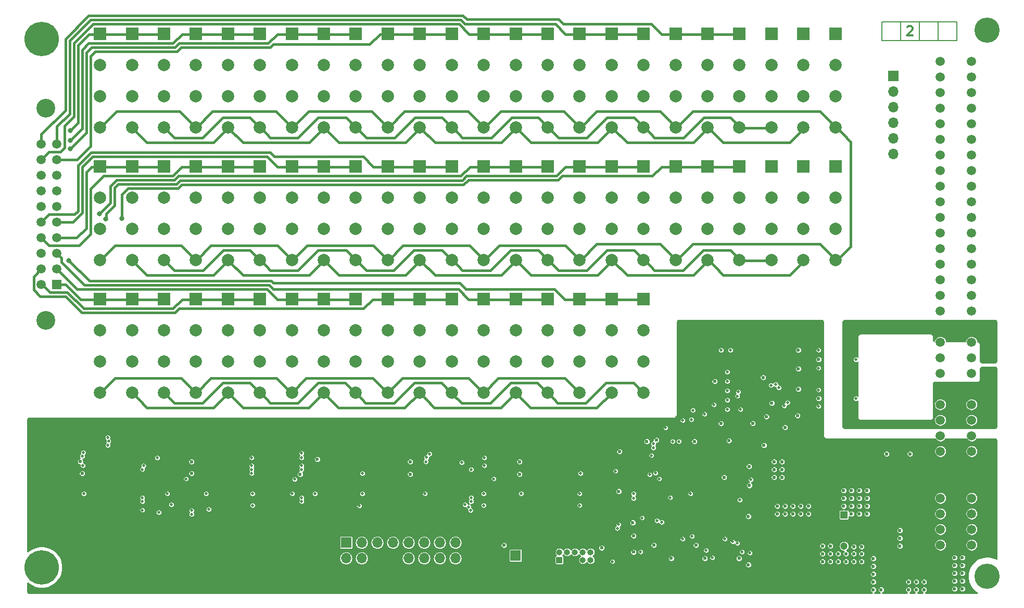
<source format=gbr>
G04 #@! TF.GenerationSoftware,KiCad,Pcbnew,5.1.4*
G04 #@! TF.CreationDate,2019-09-25T18:31:05+02:00*
G04 #@! TF.ProjectId,ETH6C20MUX,45544836-4332-4304-9d55-582e6b696361,rev?*
G04 #@! TF.SameCoordinates,Original*
G04 #@! TF.FileFunction,Copper,L2,Inr*
G04 #@! TF.FilePolarity,Positive*
%FSLAX46Y46*%
G04 Gerber Fmt 4.6, Leading zero omitted, Abs format (unit mm)*
G04 Created by KiCad (PCBNEW 5.1.4) date 2019-09-25 18:31:05*
%MOMM*%
%LPD*%
G04 APERTURE LIST*
%ADD10C,0.150000*%
%ADD11C,0.300000*%
%ADD12C,1.200000*%
%ADD13R,1.200000X1.200000*%
%ADD14C,2.000000*%
%ADD15R,2.000000X2.000000*%
%ADD16C,1.501140*%
%ADD17C,4.100000*%
%ADD18C,1.520000*%
%ADD19R,1.520000X1.520000*%
%ADD20C,3.050000*%
%ADD21O,1.700000X1.700000*%
%ADD22R,1.700000X1.700000*%
%ADD23O,1.000000X1.000000*%
%ADD24R,1.000000X1.000000*%
%ADD25C,0.500000*%
%ADD26C,5.600000*%
%ADD27C,0.600000*%
%ADD28C,0.800000*%
%ADD29C,0.381000*%
%ADD30C,0.254000*%
%ADD31C,0.120000*%
G04 APERTURE END LIST*
D10*
X203200000Y-44196000D02*
X203200000Y-47244000D01*
X212344000Y-47244000D02*
X200152000Y-47244000D01*
X212344000Y-44196000D02*
X212344000Y-47244000D01*
X209296000Y-44196000D02*
X209296000Y-47244000D01*
X200152000Y-44196000D02*
X212344000Y-44196000D01*
X200152000Y-47244000D02*
X200152000Y-44196000D01*
X206248000Y-47244000D02*
X206248000Y-44196000D01*
D11*
X204295428Y-45041428D02*
X204366857Y-44970000D01*
X204509714Y-44898571D01*
X204866857Y-44898571D01*
X205009714Y-44970000D01*
X205081142Y-45041428D01*
X205152571Y-45184285D01*
X205152571Y-45327142D01*
X205081142Y-45541428D01*
X204224000Y-46398571D01*
X205152571Y-46398571D01*
D12*
X194000000Y-129540000D03*
X194000000Y-127000000D03*
D13*
X194000000Y-124460000D03*
D14*
X99000000Y-61420000D03*
X99000000Y-56340000D03*
X99000000Y-51260000D03*
D15*
X99000000Y-46180000D03*
D14*
X73000000Y-61420000D03*
X73000000Y-56340000D03*
X73000000Y-51260000D03*
D15*
X73000000Y-46180000D03*
D14*
X177000000Y-61420000D03*
X177000000Y-56340000D03*
X177000000Y-51260000D03*
D15*
X177000000Y-46180000D03*
D14*
X161400000Y-61420000D03*
X161400000Y-56340000D03*
X161400000Y-51260000D03*
D15*
X161400000Y-46180000D03*
D14*
X145800000Y-61420000D03*
X145800000Y-56340000D03*
X145800000Y-51260000D03*
D15*
X145800000Y-46180000D03*
D14*
X130200000Y-61420000D03*
X130200000Y-56340000D03*
X130200000Y-51260000D03*
D15*
X130200000Y-46180000D03*
D14*
X114600000Y-61420000D03*
X114600000Y-56340000D03*
X114600000Y-51260000D03*
D15*
X114600000Y-46180000D03*
D14*
X83400000Y-61420000D03*
X83400000Y-56340000D03*
X83400000Y-51260000D03*
D15*
X83400000Y-46180000D03*
D14*
X177000000Y-83020000D03*
X177000000Y-77940000D03*
X177000000Y-72860000D03*
D15*
X177000000Y-67780000D03*
D14*
X161400000Y-83020000D03*
X161400000Y-77940000D03*
X161400000Y-72860000D03*
D15*
X161400000Y-67780000D03*
D14*
X145800000Y-83020000D03*
X145800000Y-77940000D03*
X145800000Y-72860000D03*
D15*
X145800000Y-67780000D03*
D14*
X130200000Y-83020000D03*
X130200000Y-77940000D03*
X130200000Y-72860000D03*
D15*
X130200000Y-67780000D03*
D14*
X114600000Y-83020000D03*
X114600000Y-77940000D03*
X114600000Y-72860000D03*
D15*
X114600000Y-67780000D03*
D14*
X83400000Y-83020000D03*
X83400000Y-77940000D03*
X83400000Y-72860000D03*
D15*
X83400000Y-67780000D03*
D14*
X192600000Y-83020000D03*
X192600000Y-77940000D03*
X192600000Y-72860000D03*
D15*
X192600000Y-67780000D03*
D14*
X187400000Y-83020000D03*
X187400000Y-77940000D03*
X187400000Y-72860000D03*
D15*
X187400000Y-67780000D03*
D14*
X182200000Y-83020000D03*
X182200000Y-77940000D03*
X182200000Y-72860000D03*
D15*
X182200000Y-67780000D03*
D14*
X182200000Y-61420000D03*
X182200000Y-56340000D03*
X182200000Y-51260000D03*
D15*
X182200000Y-46180000D03*
D14*
X187400000Y-61420000D03*
X187400000Y-56340000D03*
X187400000Y-51260000D03*
D15*
X187400000Y-46180000D03*
D14*
X192600000Y-61420000D03*
X192600000Y-56340000D03*
X192600000Y-51260000D03*
D15*
X192600000Y-46180000D03*
D14*
X99000000Y-83020000D03*
X99000000Y-77940000D03*
X99000000Y-72860000D03*
D15*
X99000000Y-67780000D03*
D14*
X161400000Y-104620000D03*
X161400000Y-99540000D03*
X161400000Y-94460000D03*
D15*
X161400000Y-89380000D03*
D14*
X145800000Y-104620000D03*
X145800000Y-99540000D03*
X145800000Y-94460000D03*
D15*
X145800000Y-89380000D03*
D14*
X130200000Y-104620000D03*
X130200000Y-99540000D03*
X130200000Y-94460000D03*
D15*
X130200000Y-89380000D03*
D14*
X114600000Y-104620000D03*
X114600000Y-99540000D03*
X114600000Y-94460000D03*
D15*
X114600000Y-89380000D03*
D14*
X99000000Y-104620000D03*
X99000000Y-99540000D03*
X99000000Y-94460000D03*
D15*
X99000000Y-89380000D03*
D14*
X83400000Y-104620000D03*
X83400000Y-99540000D03*
X83400000Y-94460000D03*
D15*
X83400000Y-89380000D03*
D14*
X171800000Y-61420000D03*
X171800000Y-56340000D03*
X171800000Y-51260000D03*
D15*
X171800000Y-46180000D03*
D14*
X156200000Y-61420000D03*
X156200000Y-56340000D03*
X156200000Y-51260000D03*
D15*
X156200000Y-46180000D03*
D14*
X140600000Y-61420000D03*
X140600000Y-56340000D03*
X140600000Y-51260000D03*
D15*
X140600000Y-46180000D03*
D14*
X125000000Y-61420000D03*
X125000000Y-56340000D03*
X125000000Y-51260000D03*
D15*
X125000000Y-46180000D03*
D14*
X109400000Y-61420000D03*
X109400000Y-56340000D03*
X109400000Y-51260000D03*
D15*
X109400000Y-46180000D03*
D14*
X93800000Y-61420000D03*
X93800000Y-56340000D03*
X93800000Y-51260000D03*
D15*
X93800000Y-46180000D03*
D14*
X78200000Y-61420000D03*
X78200000Y-56340000D03*
X78200000Y-51260000D03*
D15*
X78200000Y-46180000D03*
D14*
X171800000Y-83020000D03*
X171800000Y-77940000D03*
X171800000Y-72860000D03*
D15*
X171800000Y-67780000D03*
D14*
X156200000Y-83020000D03*
X156200000Y-77940000D03*
X156200000Y-72860000D03*
D15*
X156200000Y-67780000D03*
D14*
X140600000Y-83020000D03*
X140600000Y-77940000D03*
X140600000Y-72860000D03*
D15*
X140600000Y-67780000D03*
D14*
X125000000Y-83020000D03*
X125000000Y-77940000D03*
X125000000Y-72860000D03*
D15*
X125000000Y-67780000D03*
D14*
X109400000Y-83020000D03*
X109400000Y-77940000D03*
X109400000Y-72860000D03*
D15*
X109400000Y-67780000D03*
D14*
X93800000Y-83020000D03*
X93800000Y-77940000D03*
X93800000Y-72860000D03*
D15*
X93800000Y-67780000D03*
D14*
X78200000Y-83020000D03*
X78200000Y-77940000D03*
X78200000Y-72860000D03*
D15*
X78200000Y-67780000D03*
D14*
X156200000Y-104620000D03*
X156200000Y-99540000D03*
X156200000Y-94460000D03*
D15*
X156200000Y-89380000D03*
D14*
X140600000Y-104620000D03*
X140600000Y-99540000D03*
X140600000Y-94460000D03*
D15*
X140600000Y-89380000D03*
D14*
X125000000Y-104620000D03*
X125000000Y-99540000D03*
X125000000Y-94460000D03*
D15*
X125000000Y-89380000D03*
D14*
X109400000Y-104620000D03*
X109400000Y-99540000D03*
X109400000Y-94460000D03*
D15*
X109400000Y-89380000D03*
D14*
X93800000Y-104620000D03*
X93800000Y-99540000D03*
X93800000Y-94460000D03*
D15*
X93800000Y-89380000D03*
D14*
X78200000Y-104620000D03*
X78200000Y-99540000D03*
X78200000Y-94460000D03*
D15*
X78200000Y-89380000D03*
D14*
X166600000Y-61420000D03*
X166600000Y-56340000D03*
X166600000Y-51260000D03*
D15*
X166600000Y-46180000D03*
D14*
X151000000Y-61420000D03*
X151000000Y-56340000D03*
X151000000Y-51260000D03*
D15*
X151000000Y-46180000D03*
D14*
X135400000Y-61420000D03*
X135400000Y-56340000D03*
X135400000Y-51260000D03*
D15*
X135400000Y-46180000D03*
D14*
X119800000Y-61420000D03*
X119800000Y-56340000D03*
X119800000Y-51260000D03*
D15*
X119800000Y-46180000D03*
D14*
X104200000Y-61420000D03*
X104200000Y-56340000D03*
X104200000Y-51260000D03*
D15*
X104200000Y-46180000D03*
D14*
X88600000Y-61420000D03*
X88600000Y-56340000D03*
X88600000Y-51260000D03*
D15*
X88600000Y-46180000D03*
D14*
X166600000Y-83020000D03*
X166600000Y-77940000D03*
X166600000Y-72860000D03*
D15*
X166600000Y-67780000D03*
D14*
X151000000Y-83020000D03*
X151000000Y-77940000D03*
X151000000Y-72860000D03*
D15*
X151000000Y-67780000D03*
D14*
X135400000Y-83020000D03*
X135400000Y-77940000D03*
X135400000Y-72860000D03*
D15*
X135400000Y-67780000D03*
D14*
X119800000Y-83020000D03*
X119800000Y-77940000D03*
X119800000Y-72860000D03*
D15*
X119800000Y-67780000D03*
D14*
X104200000Y-83020000D03*
X104200000Y-77940000D03*
X104200000Y-72860000D03*
D15*
X104200000Y-67780000D03*
D14*
X88600000Y-83020000D03*
X88600000Y-77940000D03*
X88600000Y-72860000D03*
D15*
X88600000Y-67780000D03*
D14*
X73000000Y-83020000D03*
X73000000Y-77940000D03*
X73000000Y-72860000D03*
D15*
X73000000Y-67780000D03*
D14*
X151000000Y-104620000D03*
X151000000Y-99540000D03*
X151000000Y-94460000D03*
D15*
X151000000Y-89380000D03*
D14*
X135400000Y-104620000D03*
X135400000Y-99540000D03*
X135400000Y-94460000D03*
D15*
X135400000Y-89380000D03*
D14*
X119800000Y-104620000D03*
X119800000Y-99540000D03*
X119800000Y-94460000D03*
D15*
X119800000Y-89380000D03*
D14*
X104200000Y-104620000D03*
X104200000Y-99540000D03*
X104200000Y-94460000D03*
D15*
X104200000Y-89380000D03*
D14*
X88600000Y-104620000D03*
X88600000Y-99540000D03*
X88600000Y-94460000D03*
D15*
X88600000Y-89380000D03*
D14*
X73000000Y-104620000D03*
X73000000Y-99540000D03*
X73000000Y-94460000D03*
D15*
X73000000Y-89380000D03*
D16*
X214740000Y-50630000D03*
X214740000Y-53170000D03*
X214740000Y-58250000D03*
X214740000Y-55710000D03*
X214740000Y-60790000D03*
X214740000Y-63330000D03*
X214740000Y-65870000D03*
X214740000Y-68410000D03*
X214740000Y-70950000D03*
X214740000Y-73490000D03*
X214740000Y-76030000D03*
X214740000Y-78570000D03*
X214740000Y-81110000D03*
X214740000Y-83650000D03*
X214740000Y-86190000D03*
X214740000Y-88730000D03*
X214740000Y-91270000D03*
X214740000Y-93810000D03*
X214740000Y-96350000D03*
X214740000Y-98890000D03*
X214740000Y-101430000D03*
X214740000Y-103970000D03*
X214740000Y-106510000D03*
X214740000Y-109050000D03*
X214740000Y-111590000D03*
X214740000Y-114130000D03*
X214740000Y-116670000D03*
X214740000Y-119210000D03*
X214740000Y-121750000D03*
X214740000Y-124290000D03*
X214740000Y-126830000D03*
X214740000Y-129370000D03*
X209660000Y-50630000D03*
X209660000Y-53170000D03*
X209660000Y-58250000D03*
X209660000Y-55710000D03*
X209660000Y-60790000D03*
X209660000Y-63330000D03*
X209660000Y-65870000D03*
X209660000Y-68410000D03*
X209660000Y-70950000D03*
X209660000Y-73490000D03*
X209660000Y-76030000D03*
X209660000Y-78570000D03*
X209660000Y-81110000D03*
X209660000Y-83650000D03*
X209660000Y-86190000D03*
X209660000Y-88730000D03*
X209660000Y-91270000D03*
X209660000Y-93810000D03*
X209660000Y-96350000D03*
X209660000Y-98890000D03*
X209660000Y-101430000D03*
X209660000Y-103970000D03*
X209660000Y-106510000D03*
X209660000Y-109050000D03*
X209660000Y-111590000D03*
X209660000Y-114130000D03*
X209660000Y-116670000D03*
X209660000Y-119210000D03*
X209660000Y-121750000D03*
X209660000Y-124290000D03*
X209660000Y-126830000D03*
X209660000Y-129370000D03*
D17*
X217280000Y-134450000D03*
X217280000Y-45550000D03*
D18*
X63460000Y-64140000D03*
X66000000Y-64140000D03*
X63460000Y-66680000D03*
X66000000Y-66680000D03*
X63460000Y-69220000D03*
X66000000Y-69220000D03*
X63460000Y-71760000D03*
X66000000Y-71760000D03*
X63460000Y-74300000D03*
X66000000Y-74300000D03*
X63460000Y-76840000D03*
X66000000Y-76840000D03*
X63460000Y-79380000D03*
X66000000Y-79380000D03*
X63460000Y-81920000D03*
X66000000Y-81920000D03*
X63460000Y-84460000D03*
X66000000Y-84460000D03*
X63460000Y-87000000D03*
D19*
X66000000Y-87000000D03*
D20*
X64220000Y-92840000D03*
X64220000Y-58300000D03*
D21*
X143129000Y-131081000D03*
D22*
X140589000Y-131081000D03*
D23*
X152781000Y-130556000D03*
X152781000Y-131826000D03*
X151511000Y-130556000D03*
X151511000Y-131826000D03*
X150241000Y-130556000D03*
X150241000Y-131826000D03*
X148971000Y-130556000D03*
X148971000Y-131826000D03*
X147701000Y-130556000D03*
D24*
X147701000Y-131826000D03*
D21*
X202000000Y-65700000D03*
X202000000Y-63160000D03*
X202000000Y-60620000D03*
X202000000Y-58080000D03*
X202000000Y-55540000D03*
D22*
X202000000Y-53000000D03*
D21*
X130780000Y-131540000D03*
X130780000Y-129000000D03*
X128240000Y-131540000D03*
X128240000Y-129000000D03*
X125700000Y-131540000D03*
X125700000Y-129000000D03*
X123160000Y-131540000D03*
X123160000Y-129000000D03*
X120620000Y-131540000D03*
X120620000Y-129000000D03*
X118080000Y-131540000D03*
X118080000Y-129000000D03*
X115540000Y-131540000D03*
X115540000Y-129000000D03*
X113000000Y-131540000D03*
D22*
X113000000Y-129000000D03*
D25*
X178401000Y-105840000D03*
X178401000Y-104790000D03*
X178401000Y-103740000D03*
X179451000Y-105840000D03*
X179451000Y-104790000D03*
X179451000Y-103740000D03*
X180501000Y-105840000D03*
X180501000Y-104790000D03*
X180501000Y-103740000D03*
D26*
X63500000Y-47000000D03*
X63500000Y-133000000D03*
D27*
X102870000Y-122174000D03*
X117221000Y-112903000D03*
X140335000Y-123571000D03*
D25*
X156464000Y-130429000D03*
D27*
X166370000Y-129413000D03*
X173228000Y-129413000D03*
X70104000Y-119761000D03*
X117856000Y-119634000D03*
X123444000Y-119761000D03*
X133350000Y-119761000D03*
X141224000Y-119761000D03*
X100076000Y-119761000D03*
X87884000Y-119761000D03*
X79883000Y-119761000D03*
X151003000Y-119761000D03*
X174625000Y-121539000D03*
X167767000Y-121539000D03*
X177292000Y-127381000D03*
X200278960Y-134874000D03*
X105537000Y-119761004D03*
X180975000Y-125222000D03*
X166751000Y-118364000D03*
X175895000Y-109618500D03*
X183642000Y-107569000D03*
X126238000Y-111633000D03*
X124968000Y-111633000D03*
X123698000Y-111633000D03*
X106426000Y-111633000D03*
X107696000Y-111633000D03*
X105156000Y-111633000D03*
X139319000Y-124206000D03*
D25*
X162941000Y-110236000D03*
X157235576Y-113541662D03*
X156470014Y-124847014D03*
X180848000Y-120142000D03*
X170490376Y-112493810D03*
D27*
X76200000Y-115443000D03*
X75184000Y-115443000D03*
X77089000Y-115443000D03*
X92583000Y-115443000D03*
X93726000Y-115443000D03*
X94869000Y-115443000D03*
X112903000Y-115570000D03*
X113792000Y-115570000D03*
X146177000Y-115189000D03*
X147320000Y-115189000D03*
X148336000Y-115189000D03*
X149606000Y-115189000D03*
X110236000Y-123698000D03*
X111252000Y-123698000D03*
X112395000Y-123698000D03*
X130683000Y-123807510D03*
X129540006Y-123807510D03*
X128524000Y-123807510D03*
X75184000Y-124460000D03*
X76200000Y-124460000D03*
X77089000Y-124460000D03*
X178562000Y-111252000D03*
X198373996Y-114554000D03*
X184404000Y-110236000D03*
X173990000Y-109601000D03*
D25*
X176809072Y-104453510D03*
D27*
X179157128Y-109572466D03*
X178435000Y-132588000D03*
X157480000Y-114173000D03*
X180975000Y-113157000D03*
X172974000Y-102743000D03*
X163068000Y-129413000D03*
X169926000Y-129413000D03*
X178435000Y-124714000D03*
X157353000Y-120650000D03*
X174498000Y-118364000D03*
X159639000Y-125730000D03*
X171362457Y-131554510D03*
X165899299Y-131554510D03*
X154577741Y-129853342D03*
X159765555Y-130538510D03*
X138684000Y-129413000D03*
X163484377Y-112291310D03*
X69782096Y-115803679D03*
X87884000Y-115824000D03*
X108331000Y-115443000D03*
X123444000Y-115824000D03*
X141224000Y-115824000D03*
X185674000Y-123063000D03*
X184404000Y-123063000D03*
X183134000Y-123063000D03*
X183134000Y-124333000D03*
X184404000Y-124333000D03*
X185674000Y-124333000D03*
X186944000Y-124333000D03*
X188214000Y-124333000D03*
X188214000Y-123063000D03*
X186944000Y-123063000D03*
X183896000Y-117094000D03*
X183896000Y-115824000D03*
X183896000Y-118364000D03*
X182626000Y-118364000D03*
X182626000Y-117094000D03*
X182626000Y-115824000D03*
X169671982Y-112522000D03*
X178610843Y-119682843D03*
X175277490Y-112395000D03*
D25*
X175006000Y-101219000D03*
D27*
X161925000Y-112522000D03*
X193929000Y-123063000D03*
X193929000Y-121793000D03*
X193929000Y-120523000D03*
X195199000Y-120523000D03*
X196469000Y-120523000D03*
X197739000Y-120523000D03*
X197739000Y-121793000D03*
X196469000Y-121793000D03*
X195199000Y-121793000D03*
X195199000Y-123063000D03*
X196469000Y-123063000D03*
X197739000Y-123063000D03*
X195199000Y-124333000D03*
X196469000Y-124333000D03*
X197739000Y-124333000D03*
X70104000Y-117729000D03*
X87884000Y-117729000D03*
X105537000Y-117856000D03*
X123444000Y-117856000D03*
X141224000Y-117856000D03*
X190500000Y-129540000D03*
X191770000Y-129540000D03*
X191770000Y-130810000D03*
X190500000Y-130810000D03*
X190500000Y-132080000D03*
X191770000Y-132080000D03*
X193040000Y-132080000D03*
X194310000Y-132080000D03*
X195580000Y-132080000D03*
X196850000Y-132080000D03*
X196850000Y-130810000D03*
X195580000Y-130810000D03*
X194310000Y-130810000D03*
X193040000Y-130810000D03*
X195580000Y-129667000D03*
X196850000Y-129667000D03*
D25*
X74235480Y-111869848D03*
X70269437Y-114330207D03*
X133350000Y-117094000D03*
X74389304Y-112489304D03*
X70104000Y-114935000D03*
X79883000Y-117094000D03*
X105791000Y-122301000D03*
X133245511Y-123742956D03*
X70231000Y-116459000D03*
X74281071Y-113143071D03*
X79883000Y-123698000D03*
X135509000Y-116459000D03*
X80069520Y-116459000D03*
X105791000Y-121666000D03*
X133350000Y-122301000D03*
X79883000Y-122301000D03*
X135509000Y-115189000D03*
X82296000Y-115189000D03*
X105791000Y-117094000D03*
X133350000Y-121666000D03*
X79883000Y-121666000D03*
D27*
X211963000Y-133985000D03*
X211963000Y-132715000D03*
X211963000Y-131445000D03*
X213233000Y-131445000D03*
X213233000Y-132715000D03*
X213233000Y-133985000D03*
X213233000Y-135255000D03*
X213233000Y-136525000D03*
X211963000Y-136525000D03*
X211963000Y-135255000D03*
D25*
X169291000Y-127956488D03*
X177038000Y-122047000D03*
X178855000Y-118745000D03*
X178689000Y-130683000D03*
X177419000Y-130496490D03*
X172593000Y-131445000D03*
X171577000Y-130242479D03*
D28*
X67945000Y-83058000D03*
X72898000Y-75439510D03*
X73914000Y-76327000D03*
X76581000Y-76200000D03*
X68141011Y-61947369D03*
X68204320Y-63494692D03*
X68198996Y-64854011D03*
D25*
X189865000Y-97663000D03*
X189865000Y-100584000D03*
X182868834Y-103239834D03*
X184801333Y-106201652D03*
X189865000Y-104140000D03*
X189865000Y-106807000D03*
X184271001Y-106731984D03*
X183399166Y-103770166D03*
X195961000Y-105537000D03*
X195961000Y-99187000D03*
X159766000Y-121031000D03*
X159766000Y-121793000D03*
X165735000Y-121666000D03*
X169037000Y-121031000D03*
D27*
X159766000Y-127889000D03*
X204724012Y-114554000D03*
X203073000Y-128270000D03*
X203073000Y-127000000D03*
X203073000Y-129540000D03*
X200025000Y-136652000D03*
X204470000Y-136652000D03*
X205740000Y-136652000D03*
X207010000Y-136652000D03*
X198755000Y-135382000D03*
X204470000Y-135382000D03*
X205740000Y-135382000D03*
X207010000Y-135382000D03*
X198755000Y-134112000D03*
X198755000Y-132842000D03*
X198755000Y-131572000D03*
X198755000Y-136652000D03*
X200914000Y-114554000D03*
D25*
X157111246Y-126676064D03*
X157353000Y-126051490D03*
X161163000Y-124968000D03*
X163576000Y-125408500D03*
X164338000Y-125662521D03*
X175895000Y-128845500D03*
X115189000Y-122995500D03*
X151003000Y-122936000D03*
X163322000Y-117669500D03*
X135382000Y-122936000D03*
X97790012Y-122936000D03*
X84582000Y-122809000D03*
X132964774Y-123182304D03*
X115660336Y-121031000D03*
X135382000Y-121031000D03*
X151003000Y-121031000D03*
X162375519Y-117923510D03*
X83947000Y-121031000D03*
X97790010Y-121031000D03*
X132363922Y-122809008D03*
X86995000Y-118617996D03*
X97663000Y-117729000D03*
X151130000Y-117729000D03*
X115660336Y-117729000D03*
X131826000Y-115951000D03*
X156845000Y-117348000D03*
X104648000Y-118677510D03*
X137033000Y-118618000D03*
X70358000Y-121031000D03*
X90237489Y-121031000D03*
X104267000Y-121031000D03*
X107950000Y-121031000D03*
X125857000Y-121031000D03*
X82550000Y-124079000D03*
X141493000Y-121005000D03*
X163957000Y-118614009D03*
X176657000Y-129091510D03*
X167767000Y-128396988D03*
X174625000Y-128396992D03*
D27*
X186436000Y-108331000D03*
X182245000Y-106299000D03*
X180848000Y-102108000D03*
X181384000Y-108486000D03*
X189865000Y-105537000D03*
X189865000Y-99187000D03*
X186563000Y-97663000D03*
X186563000Y-100711000D03*
X186563000Y-104013000D03*
D25*
X173990000Y-97663000D03*
X175514000Y-97663000D03*
X167132000Y-112522000D03*
X166116000Y-112522000D03*
D27*
X176923048Y-131554510D03*
D25*
X156337000Y-132080000D03*
X160909000Y-130488509D03*
X162687000Y-114808000D03*
X167767000Y-109092998D03*
X175006000Y-104267000D03*
X169418000Y-107449988D03*
X163000510Y-112903000D03*
X175006000Y-102743000D03*
X176657000Y-105156010D03*
X163000510Y-113551867D03*
X169163994Y-108966000D03*
X175006000Y-105791000D03*
X182118000Y-103378000D03*
X175006000Y-107315000D03*
X177165000Y-107315000D03*
X171323000Y-108077000D03*
D27*
X178562000Y-116586000D03*
D25*
X172847000Y-106553000D03*
X164978946Y-110301478D03*
X97663000Y-115189000D03*
X126619000Y-114554000D03*
X97663000Y-116459000D03*
X126067556Y-115118075D03*
X97663000Y-117094000D03*
X125984000Y-115824000D03*
X87884000Y-124384534D03*
X105791000Y-116459000D03*
X87884000Y-123757521D03*
X105791000Y-115189000D03*
X90678000Y-123571000D03*
X105791000Y-114427000D03*
D29*
X73025000Y-89408000D02*
X83439000Y-89408000D01*
X69850000Y-89408000D02*
X73025000Y-89408000D01*
X66000000Y-87000000D02*
X67442000Y-87000000D01*
X67442000Y-87000000D02*
X69850000Y-89408000D01*
X90027000Y-89408000D02*
X99060000Y-89408000D01*
X88646000Y-89408000D02*
X90027000Y-89408000D01*
X63460000Y-87000000D02*
X63597098Y-87000000D01*
X63597098Y-87000000D02*
X64847599Y-88250501D01*
X64847599Y-88250501D02*
X67676501Y-88250501D01*
X86360000Y-89408000D02*
X88646000Y-89408000D01*
X70324501Y-90898501D02*
X84869499Y-90898501D01*
X84869499Y-90898501D02*
X86360000Y-89408000D01*
X67676501Y-88250501D02*
X70324501Y-90898501D01*
X104140000Y-89408000D02*
X114554000Y-89408000D01*
X100203000Y-87757000D02*
X101854000Y-89408000D01*
X101854000Y-89408000D02*
X104140000Y-89408000D01*
X66000000Y-84460000D02*
X69297000Y-87757000D01*
X69297000Y-87757000D02*
X100203000Y-87757000D01*
X119761000Y-89408000D02*
X130175000Y-89408000D01*
X117348000Y-89408000D02*
X119761000Y-89408000D01*
X85832591Y-90898501D02*
X115857499Y-90898501D01*
X85151582Y-91579511D02*
X85832591Y-90898501D01*
X70042418Y-91579511D02*
X85151582Y-91579511D01*
X62209499Y-85710501D02*
X62209499Y-87863499D01*
X63460000Y-84460000D02*
X62209499Y-85710501D01*
X115857499Y-90898501D02*
X117348000Y-89408000D01*
X62209499Y-87863499D02*
X63277511Y-88931511D01*
X63277511Y-88931511D02*
X67394419Y-88931511D01*
X67394419Y-88931511D02*
X70042418Y-91579511D01*
X70466731Y-87075989D02*
X100537989Y-87075989D01*
X66759999Y-82679999D02*
X66759999Y-83369257D01*
X66759999Y-83369257D02*
X70466731Y-87075989D01*
X132969000Y-89408000D02*
X135382000Y-89408000D01*
X101219000Y-87757000D02*
X131318000Y-87757000D01*
X66000000Y-81920000D02*
X66759999Y-82679999D01*
X135382000Y-89408000D02*
X145796000Y-89408000D01*
X100537989Y-87075989D02*
X101219000Y-87757000D01*
X131318000Y-87757000D02*
X132969000Y-89408000D01*
X151003000Y-89408000D02*
X161417000Y-89408000D01*
X148678902Y-89408000D02*
X151003000Y-89408000D01*
X148590000Y-89408000D02*
X148844000Y-89408000D01*
X146939000Y-87757000D02*
X148590000Y-89408000D01*
X132535092Y-87757000D02*
X146939000Y-87757000D01*
X71281978Y-86394978D02*
X100872978Y-86394978D01*
X67945000Y-83058000D02*
X71281978Y-86394978D01*
X100872978Y-86394978D02*
X101219000Y-86741000D01*
X101219000Y-86741000D02*
X131519092Y-86741000D01*
X131519092Y-86741000D02*
X132535092Y-87757000D01*
X73025000Y-67818000D02*
X83439000Y-67818000D01*
X70785011Y-77804989D02*
X70785011Y-68676989D01*
X70785011Y-68676989D02*
X71644000Y-67818000D01*
X66000000Y-79380000D02*
X69210000Y-79380000D01*
X71644000Y-67818000D02*
X73025000Y-67818000D01*
X69210000Y-79380000D02*
X70785011Y-77804989D01*
X90027000Y-67818000D02*
X99060000Y-67818000D01*
X88646000Y-67818000D02*
X90027000Y-67818000D01*
X86321902Y-67818000D02*
X88646000Y-67818000D01*
X84831401Y-69308501D02*
X86321902Y-67818000D01*
X73566499Y-69308501D02*
X84831401Y-69308501D01*
X71501000Y-71374000D02*
X73566499Y-69308501D01*
X71501000Y-78740000D02*
X71501000Y-71374000D01*
X64710501Y-80630501D02*
X69610499Y-80630501D01*
X63460000Y-79380000D02*
X64710501Y-80630501D01*
X69610499Y-80630501D02*
X71501000Y-78740000D01*
X104267000Y-67818000D02*
X114681000Y-67818000D01*
X101854000Y-67818000D02*
X104267000Y-67818000D01*
X100203000Y-66167000D02*
X101854000Y-67818000D01*
X70104000Y-67856098D02*
X71793098Y-66167000D01*
X70104000Y-75311000D02*
X70104000Y-67856098D01*
X68575000Y-76840000D02*
X70104000Y-75311000D01*
X66000000Y-76840000D02*
X68575000Y-76840000D01*
X71793098Y-66167000D02*
X100203000Y-66167000D01*
X69422989Y-67574015D02*
X71511015Y-65485989D01*
X117475000Y-67818000D02*
X121269000Y-67818000D01*
X101346000Y-66167000D02*
X115824000Y-66167000D01*
X64710501Y-75589499D02*
X68862407Y-75589499D01*
X115824000Y-66167000D02*
X117475000Y-67818000D01*
X68862407Y-75589499D02*
X69422989Y-75028917D01*
X71511015Y-65485989D02*
X100664989Y-65485989D01*
X69422989Y-75028917D02*
X69422989Y-67574015D01*
X63460000Y-76840000D02*
X64710501Y-75589499D01*
X100664989Y-65485989D02*
X101346000Y-66167000D01*
X121269000Y-67818000D02*
X130302000Y-67818000D01*
X136890000Y-67818000D02*
X145923000Y-67818000D01*
X135509000Y-67818000D02*
X136890000Y-67818000D01*
X135509000Y-67818000D02*
X133148906Y-67818000D01*
X85113483Y-69989510D02*
X75679488Y-69989510D01*
X85794492Y-69308501D02*
X85113483Y-69989510D01*
X133148906Y-67818000D02*
X131658405Y-69308501D01*
X73297999Y-75039511D02*
X72898000Y-75439510D01*
X75679488Y-69989510D02*
X74675999Y-70992999D01*
X74675999Y-73661511D02*
X73297999Y-75039511D01*
X74675999Y-70992999D02*
X74675999Y-73661511D01*
X131658405Y-69308501D02*
X85794492Y-69308501D01*
X151130000Y-67818000D02*
X161544000Y-67818000D01*
X74041000Y-76200000D02*
X73914000Y-76327000D01*
X132621499Y-69308501D02*
X131906990Y-70023010D01*
X85395567Y-70670521D02*
X75961571Y-70670521D01*
X147226499Y-69308501D02*
X132621499Y-69308501D01*
X151130000Y-67818000D02*
X148717000Y-67818000D01*
X148717000Y-67818000D02*
X147226499Y-69308501D01*
X86043077Y-70023010D02*
X85395567Y-70670521D01*
X131906990Y-70023010D02*
X86043077Y-70023010D01*
X75961571Y-70670521D02*
X75357010Y-71275082D01*
X75357010Y-71275082D02*
X75357010Y-74121990D01*
X75357010Y-74121990D02*
X74041000Y-75438000D01*
X74041000Y-75438000D02*
X74041000Y-76200000D01*
X166751000Y-67818000D02*
X177165000Y-67818000D01*
X148189591Y-69308501D02*
X162847499Y-69308501D01*
X132903581Y-69989511D02*
X147508582Y-69989511D01*
X132125503Y-70767589D02*
X132903581Y-69989511D01*
X162847499Y-69308501D02*
X164338000Y-67818000D01*
X147508582Y-69989511D02*
X148189591Y-69308501D01*
X76581000Y-72343058D02*
X77572527Y-71351531D01*
X85677650Y-71351531D02*
X86261591Y-70767589D01*
X164338000Y-67818000D02*
X166751000Y-67818000D01*
X76581000Y-76200000D02*
X76581000Y-72343058D01*
X77572527Y-71351531D02*
X85677650Y-71351531D01*
X86261591Y-70767589D02*
X132125503Y-70767589D01*
X69422989Y-48052011D02*
X69422989Y-60665391D01*
X71247000Y-46228000D02*
X69422989Y-48052011D01*
X83439000Y-46228000D02*
X71247000Y-46228000D01*
X68541010Y-61547370D02*
X68141011Y-61947369D01*
X69422989Y-60665391D02*
X68541010Y-61547370D01*
X70104000Y-48768000D02*
X71153499Y-47718501D01*
X84877499Y-47718501D02*
X86368000Y-46228000D01*
X70104000Y-61595012D02*
X70104000Y-48768000D01*
X90027000Y-46228000D02*
X99060000Y-46228000D01*
X68204320Y-63494692D02*
X70104000Y-61595012D01*
X71153499Y-47718501D02*
X84877499Y-47718501D01*
X86368000Y-46228000D02*
X90027000Y-46228000D01*
X104267000Y-46228000D02*
X114681000Y-46228000D01*
X101854000Y-46228000D02*
X104267000Y-46228000D01*
X100363499Y-47718501D02*
X101854000Y-46228000D01*
X85885499Y-47718501D02*
X100363499Y-47718501D01*
X70819990Y-62233017D02*
X70819990Y-49195010D01*
X68198996Y-64854011D02*
X70819990Y-62233017D01*
X70819990Y-49195010D02*
X71615489Y-48399511D01*
X71615489Y-48399511D02*
X85204489Y-48399511D01*
X85204489Y-48399511D02*
X85885499Y-47718501D01*
X87646001Y-103648001D02*
X88646000Y-104648000D01*
X86233000Y-102235000D02*
X87646001Y-103648001D01*
X73025000Y-104648000D02*
X75438000Y-102235000D01*
X75438000Y-102235000D02*
X86233000Y-102235000D01*
X101727000Y-102235000D02*
X103140001Y-103648001D01*
X88646000Y-104648000D02*
X91059000Y-102235000D01*
X103140001Y-103648001D02*
X104140000Y-104648000D01*
X91059000Y-102235000D02*
X101727000Y-102235000D01*
X118761001Y-103648001D02*
X119761000Y-104648000D01*
X117348000Y-102235000D02*
X118761001Y-103648001D01*
X104140000Y-104648000D02*
X106553000Y-102235000D01*
X106553000Y-102235000D02*
X117348000Y-102235000D01*
X134382001Y-103648001D02*
X135382000Y-104648000D01*
X119761000Y-104648000D02*
X122174000Y-102235000D01*
X132969000Y-102235000D02*
X134382001Y-103648001D01*
X122174000Y-102235000D02*
X132969000Y-102235000D01*
X150003001Y-103648001D02*
X151003000Y-104648000D01*
X148590000Y-102235000D02*
X150003001Y-103648001D01*
X135382000Y-104648000D02*
X137795000Y-102235000D01*
X137795000Y-102235000D02*
X148590000Y-102235000D01*
X150130001Y-82058001D02*
X151130000Y-83058000D01*
X135509000Y-83058000D02*
X137922000Y-80645000D01*
X148717000Y-80645000D02*
X150130001Y-82058001D01*
X137922000Y-80645000D02*
X148717000Y-80645000D01*
X133096000Y-80645000D02*
X134509001Y-82058001D01*
X134509001Y-82058001D02*
X135509000Y-83058000D01*
X119888000Y-83058000D02*
X122301000Y-80645000D01*
X122301000Y-80645000D02*
X133096000Y-80645000D01*
X118888001Y-82058001D02*
X119888000Y-83058000D01*
X117475000Y-80645000D02*
X118888001Y-82058001D01*
X104267000Y-83058000D02*
X106680000Y-80645000D01*
X106680000Y-80645000D02*
X117475000Y-80645000D01*
X87646001Y-82058001D02*
X88646000Y-83058000D01*
X86233000Y-80645000D02*
X87646001Y-82058001D01*
X73025000Y-83058000D02*
X75438000Y-80645000D01*
X75438000Y-80645000D02*
X86233000Y-80645000D01*
X191786001Y-60468001D02*
X192786000Y-61468000D01*
X190119000Y-58801000D02*
X191786001Y-60468001D01*
X166751000Y-61468000D02*
X169418000Y-58801000D01*
X169418000Y-58801000D02*
X190119000Y-58801000D01*
X164084000Y-58801000D02*
X165751001Y-60468001D01*
X151130000Y-61468000D02*
X153797000Y-58801000D01*
X165751001Y-60468001D02*
X166751000Y-61468000D01*
X153797000Y-58801000D02*
X164084000Y-58801000D01*
X150130001Y-60468001D02*
X151130000Y-61468000D01*
X148463000Y-58801000D02*
X150130001Y-60468001D01*
X135509000Y-61468000D02*
X138176000Y-58801000D01*
X138176000Y-58801000D02*
X148463000Y-58801000D01*
X134509001Y-60468001D02*
X135509000Y-61468000D01*
X132842000Y-58801000D02*
X134509001Y-60468001D01*
X119888000Y-61468000D02*
X122555000Y-58801000D01*
X122555000Y-58801000D02*
X132842000Y-58801000D01*
X118888001Y-60468001D02*
X119888000Y-61468000D01*
X117221000Y-58801000D02*
X118888001Y-60468001D01*
X104267000Y-61468000D02*
X106934000Y-58801000D01*
X106934000Y-58801000D02*
X117221000Y-58801000D01*
X101600000Y-58801000D02*
X103267001Y-60468001D01*
X103267001Y-60468001D02*
X104267000Y-61468000D01*
X88646000Y-61468000D02*
X91313000Y-58801000D01*
X91313000Y-58801000D02*
X101600000Y-58801000D01*
X87646001Y-60468001D02*
X88646000Y-61468000D01*
X85979000Y-58801000D02*
X87646001Y-60468001D01*
X73025000Y-61468000D02*
X75692000Y-58801000D01*
X75692000Y-58801000D02*
X85979000Y-58801000D01*
X103267001Y-82058001D02*
X104267000Y-83058000D01*
X101854000Y-80645000D02*
X103267001Y-82058001D01*
X88646000Y-83058000D02*
X91059000Y-80645000D01*
X91059000Y-80645000D02*
X101854000Y-80645000D01*
X164084000Y-80391000D02*
X165751001Y-82058001D01*
X165751001Y-82058001D02*
X166751000Y-83058000D01*
X151130000Y-83058000D02*
X153797000Y-80391000D01*
X153797000Y-80391000D02*
X164084000Y-80391000D01*
X167750999Y-82058001D02*
X166751000Y-83058000D01*
X192786000Y-83058000D02*
X190119000Y-80391000D01*
X169418000Y-80391000D02*
X167750999Y-82058001D01*
X190119000Y-80391000D02*
X169418000Y-80391000D01*
X193785999Y-62467999D02*
X192786000Y-61468000D01*
X195072000Y-80772000D02*
X195072000Y-63754000D01*
X195072000Y-63754000D02*
X193785999Y-62467999D01*
X192786000Y-83058000D02*
X195072000Y-80772000D01*
X94852999Y-105647999D02*
X93853000Y-104648000D01*
X96266000Y-107061000D02*
X94852999Y-105647999D01*
X109347000Y-104648000D02*
X106934000Y-107061000D01*
X106934000Y-107061000D02*
X96266000Y-107061000D01*
X110346999Y-105647999D02*
X109347000Y-104648000D01*
X111760000Y-107061000D02*
X110346999Y-105647999D01*
X124968000Y-104648000D02*
X122555000Y-107061000D01*
X122555000Y-107061000D02*
X111760000Y-107061000D01*
X125967999Y-105647999D02*
X124968000Y-104648000D01*
X127381000Y-107061000D02*
X125967999Y-105647999D01*
X140589000Y-104648000D02*
X138176000Y-107061000D01*
X138176000Y-107061000D02*
X127381000Y-107061000D01*
X79231999Y-105647999D02*
X78232000Y-104648000D01*
X80645000Y-107061000D02*
X79231999Y-105647999D01*
X93853000Y-104648000D02*
X91440000Y-107061000D01*
X91440000Y-107061000D02*
X80645000Y-107061000D01*
X91440000Y-63881000D02*
X92853001Y-62467999D01*
X92853001Y-62467999D02*
X93853000Y-61468000D01*
X78232000Y-61468000D02*
X80645000Y-63881000D01*
X80645000Y-63881000D02*
X91440000Y-63881000D01*
X107061000Y-63881000D02*
X108474001Y-62467999D01*
X108474001Y-62467999D02*
X109474000Y-61468000D01*
X93853000Y-61468000D02*
X96266000Y-63881000D01*
X96266000Y-63881000D02*
X107061000Y-63881000D01*
X124095001Y-62467999D02*
X125095000Y-61468000D01*
X122682000Y-63881000D02*
X124095001Y-62467999D01*
X109474000Y-61468000D02*
X111887000Y-63881000D01*
X111887000Y-63881000D02*
X122682000Y-63881000D01*
X139716001Y-62467999D02*
X140716000Y-61468000D01*
X125095000Y-61468000D02*
X127508000Y-63881000D01*
X138303000Y-63881000D02*
X139716001Y-62467999D01*
X127508000Y-63881000D02*
X138303000Y-63881000D01*
X140716000Y-61468000D02*
X143129000Y-63881000D01*
X155337001Y-62467999D02*
X156337000Y-61468000D01*
X153924000Y-63881000D02*
X155337001Y-62467999D01*
X143129000Y-63881000D02*
X153924000Y-63881000D01*
X170958001Y-62467999D02*
X171958000Y-61468000D01*
X156337000Y-61468000D02*
X158750000Y-63881000D01*
X169545000Y-63881000D02*
X170958001Y-62467999D01*
X158750000Y-63881000D02*
X169545000Y-63881000D01*
X185166000Y-63881000D02*
X186579001Y-62467999D01*
X171958000Y-61468000D02*
X174371000Y-63881000D01*
X186579001Y-62467999D02*
X187579000Y-61468000D01*
X174371000Y-63881000D02*
X185166000Y-63881000D01*
X153797000Y-107061000D02*
X143002000Y-107061000D01*
X156210000Y-104648000D02*
X153797000Y-107061000D01*
X143002000Y-107061000D02*
X141588999Y-105647999D01*
X141588999Y-105647999D02*
X140589000Y-104648000D01*
X158750000Y-85471000D02*
X169545000Y-85471000D01*
X156337000Y-83058000D02*
X158750000Y-85471000D01*
X111887000Y-85471000D02*
X122682000Y-85471000D01*
X125095000Y-83058000D02*
X127508000Y-85471000D01*
X108474001Y-84057999D02*
X109474000Y-83058000D01*
X187579000Y-83058000D02*
X185166000Y-85471000D01*
X185166000Y-85471000D02*
X174371000Y-85471000D01*
X174371000Y-85471000D02*
X172957999Y-84057999D01*
X80645000Y-85471000D02*
X91440000Y-85471000D01*
X78232000Y-83058000D02*
X80645000Y-85471000D01*
X124095001Y-84057999D02*
X125095000Y-83058000D01*
X172957999Y-84057999D02*
X171958000Y-83058000D01*
X138303000Y-85471000D02*
X139716001Y-84057999D01*
X155337001Y-84057999D02*
X156337000Y-83058000D01*
X127508000Y-85471000D02*
X138303000Y-85471000D01*
X169545000Y-85471000D02*
X170958001Y-84057999D01*
X153924000Y-85471000D02*
X155337001Y-84057999D01*
X140716000Y-83058000D02*
X143129000Y-85471000D01*
X96266000Y-85471000D02*
X107061000Y-85471000D01*
X143129000Y-85471000D02*
X153924000Y-85471000D01*
X122682000Y-85471000D02*
X124095001Y-84057999D01*
X91440000Y-85471000D02*
X93853000Y-83058000D01*
X93853000Y-83058000D02*
X96266000Y-85471000D01*
X107061000Y-85471000D02*
X108474001Y-84057999D01*
X139716001Y-84057999D02*
X140716000Y-83058000D01*
X170958001Y-84057999D02*
X171958000Y-83058000D01*
X109474000Y-83058000D02*
X111887000Y-85471000D01*
X180957787Y-61468000D02*
X177165000Y-61468000D01*
X182372000Y-61468000D02*
X180957787Y-61468000D01*
X131301999Y-62467999D02*
X130302000Y-61468000D01*
X144272000Y-59817000D02*
X139954000Y-59817000D01*
X145923000Y-61468000D02*
X144272000Y-59817000D01*
X136652000Y-63119000D02*
X131953000Y-63119000D01*
X139954000Y-59817000D02*
X136652000Y-63119000D01*
X131953000Y-63119000D02*
X131301999Y-62467999D01*
X115680999Y-62467999D02*
X114681000Y-61468000D01*
X130302000Y-61468000D02*
X128651000Y-59817000D01*
X124206000Y-59817000D02*
X120904000Y-63119000D01*
X128651000Y-59817000D02*
X124206000Y-59817000D01*
X120904000Y-63119000D02*
X116332000Y-63119000D01*
X116332000Y-63119000D02*
X115680999Y-62467999D01*
X100059999Y-62467999D02*
X99060000Y-61468000D01*
X113030000Y-59817000D02*
X108458000Y-59817000D01*
X105156000Y-63119000D02*
X100711000Y-63119000D01*
X114681000Y-61468000D02*
X113030000Y-59817000D01*
X108458000Y-59817000D02*
X105156000Y-63119000D01*
X100711000Y-63119000D02*
X100059999Y-62467999D01*
X84438999Y-62467999D02*
X83439000Y-61468000D01*
X97409000Y-59817000D02*
X92964000Y-59817000D01*
X92964000Y-59817000D02*
X89662000Y-63119000D01*
X99060000Y-61468000D02*
X97409000Y-59817000D01*
X85090000Y-63119000D02*
X84438999Y-62467999D01*
X89662000Y-63119000D02*
X85090000Y-63119000D01*
X159766000Y-102997000D02*
X155321000Y-102997000D01*
X161417000Y-104648000D02*
X159766000Y-102997000D01*
X155321000Y-102997000D02*
X152019000Y-106299000D01*
X146795999Y-105647999D02*
X145796000Y-104648000D01*
X147447000Y-106299000D02*
X146795999Y-105647999D01*
X152019000Y-106299000D02*
X147447000Y-106299000D01*
X131826000Y-106299000D02*
X130175000Y-104648000D01*
X136525000Y-106299000D02*
X131826000Y-106299000D01*
X139827000Y-102997000D02*
X136525000Y-106299000D01*
X145796000Y-104648000D02*
X144145000Y-102997000D01*
X144145000Y-102997000D02*
X139827000Y-102997000D01*
X128524000Y-102997000D02*
X124165971Y-102997000D01*
X120863971Y-106299000D02*
X116205000Y-106299000D01*
X115553999Y-105647999D02*
X114554000Y-104648000D01*
X130175000Y-104648000D02*
X128524000Y-102997000D01*
X116205000Y-106299000D02*
X115553999Y-105647999D01*
X124165971Y-102997000D02*
X120863971Y-106299000D01*
X100059999Y-105647999D02*
X99060000Y-104648000D01*
X112903000Y-102997000D02*
X108458000Y-102997000D01*
X114554000Y-104648000D02*
X112903000Y-102997000D01*
X108458000Y-102997000D02*
X105156000Y-106299000D01*
X105156000Y-106299000D02*
X100711000Y-106299000D01*
X100711000Y-106299000D02*
X100059999Y-105647999D01*
X84438999Y-105647999D02*
X83439000Y-104648000D01*
X97409000Y-102997000D02*
X92964000Y-102997000D01*
X99060000Y-104648000D02*
X97409000Y-102997000D01*
X92964000Y-102997000D02*
X89662000Y-106299000D01*
X89662000Y-106299000D02*
X85090000Y-106299000D01*
X85090000Y-106299000D02*
X84438999Y-105647999D01*
X167894000Y-63119000D02*
X163195000Y-63119000D01*
X177165000Y-61468000D02*
X175514000Y-59817000D01*
X163195000Y-63119000D02*
X162543999Y-62467999D01*
X171196000Y-59817000D02*
X167894000Y-63119000D01*
X175514000Y-59817000D02*
X171196000Y-59817000D01*
X162543999Y-62467999D02*
X161544000Y-61468000D01*
X155448000Y-59817000D02*
X152146000Y-63119000D01*
X159893000Y-59817000D02*
X155448000Y-59817000D01*
X152146000Y-63119000D02*
X147574000Y-63119000D01*
X161544000Y-61468000D02*
X159893000Y-59817000D01*
X146922999Y-62467999D02*
X145923000Y-61468000D01*
X147574000Y-63119000D02*
X146922999Y-62467999D01*
X130302000Y-83058000D02*
X128651000Y-81407000D01*
X144272000Y-81407000D02*
X139827000Y-81407000D01*
X145923000Y-83058000D02*
X144272000Y-81407000D01*
X147574000Y-84709000D02*
X146922999Y-84057999D01*
X161544000Y-83058000D02*
X159893000Y-81407000D01*
X162543999Y-84057999D02*
X161544000Y-83058000D01*
X163195000Y-84709000D02*
X162543999Y-84057999D01*
X131301999Y-84057999D02*
X130302000Y-83058000D01*
X146922999Y-84057999D02*
X145923000Y-83058000D01*
X175514000Y-81407000D02*
X171092471Y-81407000D01*
X108481471Y-81407000D02*
X105179471Y-84709000D01*
X152189485Y-84709000D02*
X147574000Y-84709000D01*
X136525000Y-84709000D02*
X131953000Y-84709000D01*
X167790471Y-84709000D02*
X163195000Y-84709000D01*
X155491485Y-81407000D02*
X152189485Y-84709000D01*
X182372000Y-83058000D02*
X177165000Y-83058000D01*
X93091000Y-81407000D02*
X89789000Y-84709000D01*
X159893000Y-81407000D02*
X155491485Y-81407000D01*
X177165000Y-83058000D02*
X175514000Y-81407000D01*
X131953000Y-84709000D02*
X131301999Y-84057999D01*
X139827000Y-81407000D02*
X136525000Y-84709000D01*
X171092471Y-81407000D02*
X167790471Y-84709000D01*
X128651000Y-81407000D02*
X124079000Y-81407000D01*
X124079000Y-81407000D02*
X120777000Y-84709000D01*
X120777000Y-84709000D02*
X116332000Y-84709000D01*
X116332000Y-84709000D02*
X115680999Y-84057999D01*
X115680999Y-84057999D02*
X114681000Y-83058000D01*
X114681000Y-83058000D02*
X113030000Y-81407000D01*
X113030000Y-81407000D02*
X108481471Y-81407000D01*
X105179471Y-84709000D02*
X100711000Y-84709000D01*
X100711000Y-84709000D02*
X100059999Y-84057999D01*
X100059999Y-84057999D02*
X99060000Y-83058000D01*
X99060000Y-83058000D02*
X97409000Y-81407000D01*
X97409000Y-81407000D02*
X93091000Y-81407000D01*
X89789000Y-84709000D02*
X85090000Y-84709000D01*
X85090000Y-84709000D02*
X84438999Y-84057999D01*
X84438999Y-84057999D02*
X83439000Y-83058000D01*
X147574000Y-43815000D02*
X132644090Y-43815000D01*
X63460000Y-63065198D02*
X63460000Y-64140000D01*
X162687000Y-44577000D02*
X148336000Y-44577000D01*
X148336000Y-44577000D02*
X147574000Y-43815000D01*
X177165000Y-46228000D02*
X164338000Y-46228000D01*
X164338000Y-46228000D02*
X162687000Y-44577000D01*
X132644090Y-43815000D02*
X132044068Y-43214978D01*
X132044068Y-43214978D02*
X71155932Y-43214978D01*
X71155932Y-43214978D02*
X67379956Y-46990954D01*
X67379956Y-46990954D02*
X67379956Y-58604044D01*
X63460000Y-62524000D02*
X63460000Y-63065198D01*
X67379956Y-58604044D02*
X63460000Y-62524000D01*
X66000000Y-63065198D02*
X66000000Y-64140000D01*
X131652989Y-43895989D02*
X71438015Y-43895989D01*
X148717000Y-46228000D02*
X147066000Y-44577000D01*
X66000000Y-61254000D02*
X66000000Y-63065198D01*
X68060967Y-47273037D02*
X68060967Y-59193033D01*
X132334000Y-44577000D02*
X131652989Y-43895989D01*
X147066000Y-44577000D02*
X132334000Y-44577000D01*
X161544000Y-46228000D02*
X148717000Y-46228000D01*
X71438015Y-43895989D02*
X68060967Y-47273037D01*
X68060967Y-59193033D02*
X66000000Y-61254000D01*
X133021906Y-46228000D02*
X135509000Y-46228000D01*
X71882000Y-44577000D02*
X131370906Y-44577000D01*
X68741978Y-59655022D02*
X68741978Y-47717022D01*
X135509000Y-46228000D02*
X145923000Y-46228000D01*
X67250501Y-61146499D02*
X68741978Y-59655022D01*
X68741978Y-47717022D02*
X71882000Y-44577000D01*
X131370906Y-44577000D02*
X133021906Y-46228000D01*
X66561243Y-65429499D02*
X67250501Y-64740241D01*
X67250501Y-64740241D02*
X67250501Y-61146499D01*
X63460000Y-66680000D02*
X64710501Y-65429499D01*
X64710501Y-65429499D02*
X66561243Y-65429499D01*
X118507000Y-46228000D02*
X116856000Y-47879000D01*
X69290910Y-66680000D02*
X67074802Y-66680000D01*
X130302000Y-46228000D02*
X118507000Y-46228000D01*
X101166092Y-47879000D02*
X100645582Y-48399511D01*
X71501000Y-49784000D02*
X71501000Y-64469910D01*
X67074802Y-66680000D02*
X66000000Y-66680000D01*
X116856000Y-47879000D02*
X101166092Y-47879000D01*
X86167581Y-48399511D02*
X85486572Y-49080521D01*
X72204479Y-49080521D02*
X71501000Y-49784000D01*
X100645582Y-48399511D02*
X86167581Y-48399511D01*
X85486572Y-49080521D02*
X72204479Y-49080521D01*
X71501000Y-64469910D02*
X69290910Y-66680000D01*
D30*
G36*
X190627000Y-93016606D02*
G01*
X190627000Y-111760000D01*
X190629440Y-111784776D01*
X190636667Y-111808601D01*
X190648403Y-111830557D01*
X190664197Y-111849803D01*
X190918197Y-112103803D01*
X190937443Y-112119597D01*
X190959399Y-112131333D01*
X190983224Y-112138560D01*
X191008000Y-112141000D01*
X208819980Y-112141000D01*
X208879699Y-112230376D01*
X209019624Y-112370301D01*
X209184158Y-112480239D01*
X209366978Y-112555965D01*
X209561058Y-112594570D01*
X209758942Y-112594570D01*
X209953022Y-112555965D01*
X210135842Y-112480239D01*
X210300376Y-112370301D01*
X210440301Y-112230376D01*
X210500020Y-112141000D01*
X213899980Y-112141000D01*
X213959699Y-112230376D01*
X214099624Y-112370301D01*
X214264158Y-112480239D01*
X214446978Y-112555965D01*
X214641058Y-112594570D01*
X214838942Y-112594570D01*
X215033022Y-112555965D01*
X215215842Y-112480239D01*
X215380376Y-112370301D01*
X215520301Y-112230376D01*
X215580020Y-112141000D01*
X218641394Y-112141000D01*
X218821000Y-112320606D01*
X218821000Y-131658718D01*
X218784874Y-131634579D01*
X218206697Y-131395090D01*
X217592907Y-131273000D01*
X216967093Y-131273000D01*
X216353303Y-131395090D01*
X215775126Y-131634579D01*
X215254781Y-131982263D01*
X214812263Y-132424781D01*
X214464579Y-132945126D01*
X214225090Y-133523303D01*
X214103000Y-134137093D01*
X214103000Y-134762907D01*
X214225090Y-135376697D01*
X214464579Y-135954874D01*
X214812263Y-136475219D01*
X215254781Y-136917737D01*
X215617353Y-137160000D01*
X207231253Y-137160000D01*
X207272418Y-137142949D01*
X207363155Y-137082320D01*
X207440320Y-137005155D01*
X207500949Y-136914418D01*
X207542711Y-136813596D01*
X207564000Y-136706564D01*
X207564000Y-136597436D01*
X207542711Y-136490404D01*
X207534440Y-136470436D01*
X211409000Y-136470436D01*
X211409000Y-136579564D01*
X211430289Y-136686596D01*
X211472051Y-136787418D01*
X211532680Y-136878155D01*
X211609845Y-136955320D01*
X211700582Y-137015949D01*
X211801404Y-137057711D01*
X211908436Y-137079000D01*
X212017564Y-137079000D01*
X212124596Y-137057711D01*
X212225418Y-137015949D01*
X212316155Y-136955320D01*
X212393320Y-136878155D01*
X212453949Y-136787418D01*
X212495711Y-136686596D01*
X212517000Y-136579564D01*
X212517000Y-136470436D01*
X212679000Y-136470436D01*
X212679000Y-136579564D01*
X212700289Y-136686596D01*
X212742051Y-136787418D01*
X212802680Y-136878155D01*
X212879845Y-136955320D01*
X212970582Y-137015949D01*
X213071404Y-137057711D01*
X213178436Y-137079000D01*
X213287564Y-137079000D01*
X213394596Y-137057711D01*
X213495418Y-137015949D01*
X213586155Y-136955320D01*
X213663320Y-136878155D01*
X213723949Y-136787418D01*
X213765711Y-136686596D01*
X213787000Y-136579564D01*
X213787000Y-136470436D01*
X213765711Y-136363404D01*
X213723949Y-136262582D01*
X213663320Y-136171845D01*
X213586155Y-136094680D01*
X213495418Y-136034051D01*
X213394596Y-135992289D01*
X213287564Y-135971000D01*
X213178436Y-135971000D01*
X213071404Y-135992289D01*
X212970582Y-136034051D01*
X212879845Y-136094680D01*
X212802680Y-136171845D01*
X212742051Y-136262582D01*
X212700289Y-136363404D01*
X212679000Y-136470436D01*
X212517000Y-136470436D01*
X212495711Y-136363404D01*
X212453949Y-136262582D01*
X212393320Y-136171845D01*
X212316155Y-136094680D01*
X212225418Y-136034051D01*
X212124596Y-135992289D01*
X212017564Y-135971000D01*
X211908436Y-135971000D01*
X211801404Y-135992289D01*
X211700582Y-136034051D01*
X211609845Y-136094680D01*
X211532680Y-136171845D01*
X211472051Y-136262582D01*
X211430289Y-136363404D01*
X211409000Y-136470436D01*
X207534440Y-136470436D01*
X207500949Y-136389582D01*
X207440320Y-136298845D01*
X207363155Y-136221680D01*
X207272418Y-136161051D01*
X207171596Y-136119289D01*
X207064564Y-136098000D01*
X206955436Y-136098000D01*
X206848404Y-136119289D01*
X206747582Y-136161051D01*
X206656845Y-136221680D01*
X206579680Y-136298845D01*
X206519051Y-136389582D01*
X206477289Y-136490404D01*
X206456000Y-136597436D01*
X206456000Y-136706564D01*
X206477289Y-136813596D01*
X206519051Y-136914418D01*
X206579680Y-137005155D01*
X206656845Y-137082320D01*
X206747582Y-137142949D01*
X206788747Y-137160000D01*
X205961253Y-137160000D01*
X206002418Y-137142949D01*
X206093155Y-137082320D01*
X206170320Y-137005155D01*
X206230949Y-136914418D01*
X206272711Y-136813596D01*
X206294000Y-136706564D01*
X206294000Y-136597436D01*
X206272711Y-136490404D01*
X206230949Y-136389582D01*
X206170320Y-136298845D01*
X206093155Y-136221680D01*
X206002418Y-136161051D01*
X205901596Y-136119289D01*
X205794564Y-136098000D01*
X205685436Y-136098000D01*
X205578404Y-136119289D01*
X205477582Y-136161051D01*
X205386845Y-136221680D01*
X205309680Y-136298845D01*
X205249051Y-136389582D01*
X205207289Y-136490404D01*
X205186000Y-136597436D01*
X205186000Y-136706564D01*
X205207289Y-136813596D01*
X205249051Y-136914418D01*
X205309680Y-137005155D01*
X205386845Y-137082320D01*
X205477582Y-137142949D01*
X205518747Y-137160000D01*
X204691253Y-137160000D01*
X204732418Y-137142949D01*
X204823155Y-137082320D01*
X204900320Y-137005155D01*
X204960949Y-136914418D01*
X205002711Y-136813596D01*
X205024000Y-136706564D01*
X205024000Y-136597436D01*
X205002711Y-136490404D01*
X204960949Y-136389582D01*
X204900320Y-136298845D01*
X204823155Y-136221680D01*
X204732418Y-136161051D01*
X204631596Y-136119289D01*
X204524564Y-136098000D01*
X204415436Y-136098000D01*
X204308404Y-136119289D01*
X204207582Y-136161051D01*
X204116845Y-136221680D01*
X204039680Y-136298845D01*
X203979051Y-136389582D01*
X203937289Y-136490404D01*
X203916000Y-136597436D01*
X203916000Y-136706564D01*
X203937289Y-136813596D01*
X203979051Y-136914418D01*
X204039680Y-137005155D01*
X204116845Y-137082320D01*
X204207582Y-137142949D01*
X204248747Y-137160000D01*
X200246253Y-137160000D01*
X200287418Y-137142949D01*
X200378155Y-137082320D01*
X200455320Y-137005155D01*
X200515949Y-136914418D01*
X200557711Y-136813596D01*
X200579000Y-136706564D01*
X200579000Y-136597436D01*
X200557711Y-136490404D01*
X200515949Y-136389582D01*
X200455320Y-136298845D01*
X200378155Y-136221680D01*
X200287418Y-136161051D01*
X200186596Y-136119289D01*
X200079564Y-136098000D01*
X199970436Y-136098000D01*
X199863404Y-136119289D01*
X199762582Y-136161051D01*
X199671845Y-136221680D01*
X199594680Y-136298845D01*
X199534051Y-136389582D01*
X199492289Y-136490404D01*
X199471000Y-136597436D01*
X199471000Y-136706564D01*
X199492289Y-136813596D01*
X199534051Y-136914418D01*
X199594680Y-137005155D01*
X199671845Y-137082320D01*
X199762582Y-137142949D01*
X199803747Y-137160000D01*
X198976253Y-137160000D01*
X199017418Y-137142949D01*
X199108155Y-137082320D01*
X199185320Y-137005155D01*
X199245949Y-136914418D01*
X199287711Y-136813596D01*
X199309000Y-136706564D01*
X199309000Y-136597436D01*
X199287711Y-136490404D01*
X199245949Y-136389582D01*
X199185320Y-136298845D01*
X199108155Y-136221680D01*
X199017418Y-136161051D01*
X198916596Y-136119289D01*
X198809564Y-136098000D01*
X198700436Y-136098000D01*
X198593404Y-136119289D01*
X198492582Y-136161051D01*
X198401845Y-136221680D01*
X198324680Y-136298845D01*
X198264051Y-136389582D01*
X198222289Y-136490404D01*
X198201000Y-136597436D01*
X198201000Y-136706564D01*
X198222289Y-136813596D01*
X198264051Y-136914418D01*
X198324680Y-137005155D01*
X198401845Y-137082320D01*
X198492582Y-137142949D01*
X198533747Y-137160000D01*
X61393606Y-137160000D01*
X61214000Y-136980394D01*
X61214000Y-135571823D01*
X61310315Y-135668138D01*
X61872918Y-136044057D01*
X62498048Y-136302994D01*
X63161682Y-136435000D01*
X63838318Y-136435000D01*
X64501952Y-136302994D01*
X65127082Y-136044057D01*
X65689685Y-135668138D01*
X66030387Y-135327436D01*
X198201000Y-135327436D01*
X198201000Y-135436564D01*
X198222289Y-135543596D01*
X198264051Y-135644418D01*
X198324680Y-135735155D01*
X198401845Y-135812320D01*
X198492582Y-135872949D01*
X198593404Y-135914711D01*
X198700436Y-135936000D01*
X198809564Y-135936000D01*
X198916596Y-135914711D01*
X199017418Y-135872949D01*
X199108155Y-135812320D01*
X199185320Y-135735155D01*
X199245949Y-135644418D01*
X199287711Y-135543596D01*
X199309000Y-135436564D01*
X199309000Y-135327436D01*
X203916000Y-135327436D01*
X203916000Y-135436564D01*
X203937289Y-135543596D01*
X203979051Y-135644418D01*
X204039680Y-135735155D01*
X204116845Y-135812320D01*
X204207582Y-135872949D01*
X204308404Y-135914711D01*
X204415436Y-135936000D01*
X204524564Y-135936000D01*
X204631596Y-135914711D01*
X204732418Y-135872949D01*
X204823155Y-135812320D01*
X204900320Y-135735155D01*
X204960949Y-135644418D01*
X205002711Y-135543596D01*
X205024000Y-135436564D01*
X205024000Y-135327436D01*
X205186000Y-135327436D01*
X205186000Y-135436564D01*
X205207289Y-135543596D01*
X205249051Y-135644418D01*
X205309680Y-135735155D01*
X205386845Y-135812320D01*
X205477582Y-135872949D01*
X205578404Y-135914711D01*
X205685436Y-135936000D01*
X205794564Y-135936000D01*
X205901596Y-135914711D01*
X206002418Y-135872949D01*
X206093155Y-135812320D01*
X206170320Y-135735155D01*
X206230949Y-135644418D01*
X206272711Y-135543596D01*
X206294000Y-135436564D01*
X206294000Y-135327436D01*
X206456000Y-135327436D01*
X206456000Y-135436564D01*
X206477289Y-135543596D01*
X206519051Y-135644418D01*
X206579680Y-135735155D01*
X206656845Y-135812320D01*
X206747582Y-135872949D01*
X206848404Y-135914711D01*
X206955436Y-135936000D01*
X207064564Y-135936000D01*
X207171596Y-135914711D01*
X207272418Y-135872949D01*
X207363155Y-135812320D01*
X207440320Y-135735155D01*
X207500949Y-135644418D01*
X207542711Y-135543596D01*
X207564000Y-135436564D01*
X207564000Y-135327436D01*
X207542711Y-135220404D01*
X207534440Y-135200436D01*
X211409000Y-135200436D01*
X211409000Y-135309564D01*
X211430289Y-135416596D01*
X211472051Y-135517418D01*
X211532680Y-135608155D01*
X211609845Y-135685320D01*
X211700582Y-135745949D01*
X211801404Y-135787711D01*
X211908436Y-135809000D01*
X212017564Y-135809000D01*
X212124596Y-135787711D01*
X212225418Y-135745949D01*
X212316155Y-135685320D01*
X212393320Y-135608155D01*
X212453949Y-135517418D01*
X212495711Y-135416596D01*
X212517000Y-135309564D01*
X212517000Y-135200436D01*
X212679000Y-135200436D01*
X212679000Y-135309564D01*
X212700289Y-135416596D01*
X212742051Y-135517418D01*
X212802680Y-135608155D01*
X212879845Y-135685320D01*
X212970582Y-135745949D01*
X213071404Y-135787711D01*
X213178436Y-135809000D01*
X213287564Y-135809000D01*
X213394596Y-135787711D01*
X213495418Y-135745949D01*
X213586155Y-135685320D01*
X213663320Y-135608155D01*
X213723949Y-135517418D01*
X213765711Y-135416596D01*
X213787000Y-135309564D01*
X213787000Y-135200436D01*
X213765711Y-135093404D01*
X213723949Y-134992582D01*
X213663320Y-134901845D01*
X213586155Y-134824680D01*
X213495418Y-134764051D01*
X213394596Y-134722289D01*
X213287564Y-134701000D01*
X213178436Y-134701000D01*
X213071404Y-134722289D01*
X212970582Y-134764051D01*
X212879845Y-134824680D01*
X212802680Y-134901845D01*
X212742051Y-134992582D01*
X212700289Y-135093404D01*
X212679000Y-135200436D01*
X212517000Y-135200436D01*
X212495711Y-135093404D01*
X212453949Y-134992582D01*
X212393320Y-134901845D01*
X212316155Y-134824680D01*
X212225418Y-134764051D01*
X212124596Y-134722289D01*
X212017564Y-134701000D01*
X211908436Y-134701000D01*
X211801404Y-134722289D01*
X211700582Y-134764051D01*
X211609845Y-134824680D01*
X211532680Y-134901845D01*
X211472051Y-134992582D01*
X211430289Y-135093404D01*
X211409000Y-135200436D01*
X207534440Y-135200436D01*
X207500949Y-135119582D01*
X207440320Y-135028845D01*
X207363155Y-134951680D01*
X207272418Y-134891051D01*
X207171596Y-134849289D01*
X207064564Y-134828000D01*
X206955436Y-134828000D01*
X206848404Y-134849289D01*
X206747582Y-134891051D01*
X206656845Y-134951680D01*
X206579680Y-135028845D01*
X206519051Y-135119582D01*
X206477289Y-135220404D01*
X206456000Y-135327436D01*
X206294000Y-135327436D01*
X206272711Y-135220404D01*
X206230949Y-135119582D01*
X206170320Y-135028845D01*
X206093155Y-134951680D01*
X206002418Y-134891051D01*
X205901596Y-134849289D01*
X205794564Y-134828000D01*
X205685436Y-134828000D01*
X205578404Y-134849289D01*
X205477582Y-134891051D01*
X205386845Y-134951680D01*
X205309680Y-135028845D01*
X205249051Y-135119582D01*
X205207289Y-135220404D01*
X205186000Y-135327436D01*
X205024000Y-135327436D01*
X205002711Y-135220404D01*
X204960949Y-135119582D01*
X204900320Y-135028845D01*
X204823155Y-134951680D01*
X204732418Y-134891051D01*
X204631596Y-134849289D01*
X204524564Y-134828000D01*
X204415436Y-134828000D01*
X204308404Y-134849289D01*
X204207582Y-134891051D01*
X204116845Y-134951680D01*
X204039680Y-135028845D01*
X203979051Y-135119582D01*
X203937289Y-135220404D01*
X203916000Y-135327436D01*
X199309000Y-135327436D01*
X199287711Y-135220404D01*
X199245949Y-135119582D01*
X199185320Y-135028845D01*
X199108155Y-134951680D01*
X199017418Y-134891051D01*
X198916596Y-134849289D01*
X198809564Y-134828000D01*
X198700436Y-134828000D01*
X198593404Y-134849289D01*
X198492582Y-134891051D01*
X198401845Y-134951680D01*
X198324680Y-135028845D01*
X198264051Y-135119582D01*
X198222289Y-135220404D01*
X198201000Y-135327436D01*
X66030387Y-135327436D01*
X66168138Y-135189685D01*
X66544057Y-134627082D01*
X66780011Y-134057436D01*
X198201000Y-134057436D01*
X198201000Y-134166564D01*
X198222289Y-134273596D01*
X198264051Y-134374418D01*
X198324680Y-134465155D01*
X198401845Y-134542320D01*
X198492582Y-134602949D01*
X198593404Y-134644711D01*
X198700436Y-134666000D01*
X198809564Y-134666000D01*
X198916596Y-134644711D01*
X199017418Y-134602949D01*
X199108155Y-134542320D01*
X199185320Y-134465155D01*
X199245949Y-134374418D01*
X199287711Y-134273596D01*
X199309000Y-134166564D01*
X199309000Y-134057436D01*
X199287711Y-133950404D01*
X199279440Y-133930436D01*
X211409000Y-133930436D01*
X211409000Y-134039564D01*
X211430289Y-134146596D01*
X211472051Y-134247418D01*
X211532680Y-134338155D01*
X211609845Y-134415320D01*
X211700582Y-134475949D01*
X211801404Y-134517711D01*
X211908436Y-134539000D01*
X212017564Y-134539000D01*
X212124596Y-134517711D01*
X212225418Y-134475949D01*
X212316155Y-134415320D01*
X212393320Y-134338155D01*
X212453949Y-134247418D01*
X212495711Y-134146596D01*
X212517000Y-134039564D01*
X212517000Y-133930436D01*
X212679000Y-133930436D01*
X212679000Y-134039564D01*
X212700289Y-134146596D01*
X212742051Y-134247418D01*
X212802680Y-134338155D01*
X212879845Y-134415320D01*
X212970582Y-134475949D01*
X213071404Y-134517711D01*
X213178436Y-134539000D01*
X213287564Y-134539000D01*
X213394596Y-134517711D01*
X213495418Y-134475949D01*
X213586155Y-134415320D01*
X213663320Y-134338155D01*
X213723949Y-134247418D01*
X213765711Y-134146596D01*
X213787000Y-134039564D01*
X213787000Y-133930436D01*
X213765711Y-133823404D01*
X213723949Y-133722582D01*
X213663320Y-133631845D01*
X213586155Y-133554680D01*
X213495418Y-133494051D01*
X213394596Y-133452289D01*
X213287564Y-133431000D01*
X213178436Y-133431000D01*
X213071404Y-133452289D01*
X212970582Y-133494051D01*
X212879845Y-133554680D01*
X212802680Y-133631845D01*
X212742051Y-133722582D01*
X212700289Y-133823404D01*
X212679000Y-133930436D01*
X212517000Y-133930436D01*
X212495711Y-133823404D01*
X212453949Y-133722582D01*
X212393320Y-133631845D01*
X212316155Y-133554680D01*
X212225418Y-133494051D01*
X212124596Y-133452289D01*
X212017564Y-133431000D01*
X211908436Y-133431000D01*
X211801404Y-133452289D01*
X211700582Y-133494051D01*
X211609845Y-133554680D01*
X211532680Y-133631845D01*
X211472051Y-133722582D01*
X211430289Y-133823404D01*
X211409000Y-133930436D01*
X199279440Y-133930436D01*
X199245949Y-133849582D01*
X199185320Y-133758845D01*
X199108155Y-133681680D01*
X199017418Y-133621051D01*
X198916596Y-133579289D01*
X198809564Y-133558000D01*
X198700436Y-133558000D01*
X198593404Y-133579289D01*
X198492582Y-133621051D01*
X198401845Y-133681680D01*
X198324680Y-133758845D01*
X198264051Y-133849582D01*
X198222289Y-133950404D01*
X198201000Y-134057436D01*
X66780011Y-134057436D01*
X66802994Y-134001952D01*
X66935000Y-133338318D01*
X66935000Y-132661682D01*
X66802994Y-131998048D01*
X66613265Y-131540000D01*
X111890659Y-131540000D01*
X111911975Y-131756422D01*
X111975103Y-131964526D01*
X112077617Y-132156317D01*
X112215577Y-132324423D01*
X112383683Y-132462383D01*
X112575474Y-132564897D01*
X112783578Y-132628025D01*
X112945773Y-132644000D01*
X113054227Y-132644000D01*
X113216422Y-132628025D01*
X113424526Y-132564897D01*
X113616317Y-132462383D01*
X113784423Y-132324423D01*
X113922383Y-132156317D01*
X114024897Y-131964526D01*
X114088025Y-131756422D01*
X114109341Y-131540000D01*
X114430659Y-131540000D01*
X114451975Y-131756422D01*
X114515103Y-131964526D01*
X114617617Y-132156317D01*
X114755577Y-132324423D01*
X114923683Y-132462383D01*
X115115474Y-132564897D01*
X115323578Y-132628025D01*
X115485773Y-132644000D01*
X115594227Y-132644000D01*
X115756422Y-132628025D01*
X115964526Y-132564897D01*
X116156317Y-132462383D01*
X116324423Y-132324423D01*
X116462383Y-132156317D01*
X116564897Y-131964526D01*
X116628025Y-131756422D01*
X116649341Y-131540000D01*
X122050659Y-131540000D01*
X122071975Y-131756422D01*
X122135103Y-131964526D01*
X122237617Y-132156317D01*
X122375577Y-132324423D01*
X122543683Y-132462383D01*
X122735474Y-132564897D01*
X122943578Y-132628025D01*
X123105773Y-132644000D01*
X123214227Y-132644000D01*
X123376422Y-132628025D01*
X123584526Y-132564897D01*
X123776317Y-132462383D01*
X123944423Y-132324423D01*
X124082383Y-132156317D01*
X124184897Y-131964526D01*
X124248025Y-131756422D01*
X124269341Y-131540000D01*
X124590659Y-131540000D01*
X124611975Y-131756422D01*
X124675103Y-131964526D01*
X124777617Y-132156317D01*
X124915577Y-132324423D01*
X125083683Y-132462383D01*
X125275474Y-132564897D01*
X125483578Y-132628025D01*
X125645773Y-132644000D01*
X125754227Y-132644000D01*
X125916422Y-132628025D01*
X126124526Y-132564897D01*
X126316317Y-132462383D01*
X126484423Y-132324423D01*
X126622383Y-132156317D01*
X126724897Y-131964526D01*
X126788025Y-131756422D01*
X126809341Y-131540000D01*
X127130659Y-131540000D01*
X127151975Y-131756422D01*
X127215103Y-131964526D01*
X127317617Y-132156317D01*
X127455577Y-132324423D01*
X127623683Y-132462383D01*
X127815474Y-132564897D01*
X128023578Y-132628025D01*
X128185773Y-132644000D01*
X128294227Y-132644000D01*
X128456422Y-132628025D01*
X128664526Y-132564897D01*
X128856317Y-132462383D01*
X129024423Y-132324423D01*
X129162383Y-132156317D01*
X129264897Y-131964526D01*
X129328025Y-131756422D01*
X129349341Y-131540000D01*
X129670659Y-131540000D01*
X129691975Y-131756422D01*
X129755103Y-131964526D01*
X129857617Y-132156317D01*
X129995577Y-132324423D01*
X130163683Y-132462383D01*
X130355474Y-132564897D01*
X130563578Y-132628025D01*
X130725773Y-132644000D01*
X130834227Y-132644000D01*
X130996422Y-132628025D01*
X131204526Y-132564897D01*
X131396317Y-132462383D01*
X131564423Y-132324423D01*
X131702383Y-132156317D01*
X131804897Y-131964526D01*
X131868025Y-131756422D01*
X131889341Y-131540000D01*
X131868025Y-131323578D01*
X131804897Y-131115474D01*
X131702383Y-130923683D01*
X131564423Y-130755577D01*
X131396317Y-130617617D01*
X131204526Y-130515103D01*
X130996422Y-130451975D01*
X130834227Y-130436000D01*
X130725773Y-130436000D01*
X130563578Y-130451975D01*
X130355474Y-130515103D01*
X130163683Y-130617617D01*
X129995577Y-130755577D01*
X129857617Y-130923683D01*
X129755103Y-131115474D01*
X129691975Y-131323578D01*
X129670659Y-131540000D01*
X129349341Y-131540000D01*
X129328025Y-131323578D01*
X129264897Y-131115474D01*
X129162383Y-130923683D01*
X129024423Y-130755577D01*
X128856317Y-130617617D01*
X128664526Y-130515103D01*
X128456422Y-130451975D01*
X128294227Y-130436000D01*
X128185773Y-130436000D01*
X128023578Y-130451975D01*
X127815474Y-130515103D01*
X127623683Y-130617617D01*
X127455577Y-130755577D01*
X127317617Y-130923683D01*
X127215103Y-131115474D01*
X127151975Y-131323578D01*
X127130659Y-131540000D01*
X126809341Y-131540000D01*
X126788025Y-131323578D01*
X126724897Y-131115474D01*
X126622383Y-130923683D01*
X126484423Y-130755577D01*
X126316317Y-130617617D01*
X126124526Y-130515103D01*
X125916422Y-130451975D01*
X125754227Y-130436000D01*
X125645773Y-130436000D01*
X125483578Y-130451975D01*
X125275474Y-130515103D01*
X125083683Y-130617617D01*
X124915577Y-130755577D01*
X124777617Y-130923683D01*
X124675103Y-131115474D01*
X124611975Y-131323578D01*
X124590659Y-131540000D01*
X124269341Y-131540000D01*
X124248025Y-131323578D01*
X124184897Y-131115474D01*
X124082383Y-130923683D01*
X123944423Y-130755577D01*
X123776317Y-130617617D01*
X123584526Y-130515103D01*
X123376422Y-130451975D01*
X123214227Y-130436000D01*
X123105773Y-130436000D01*
X122943578Y-130451975D01*
X122735474Y-130515103D01*
X122543683Y-130617617D01*
X122375577Y-130755577D01*
X122237617Y-130923683D01*
X122135103Y-131115474D01*
X122071975Y-131323578D01*
X122050659Y-131540000D01*
X116649341Y-131540000D01*
X116628025Y-131323578D01*
X116564897Y-131115474D01*
X116462383Y-130923683D01*
X116324423Y-130755577D01*
X116156317Y-130617617D01*
X115964526Y-130515103D01*
X115756422Y-130451975D01*
X115594227Y-130436000D01*
X115485773Y-130436000D01*
X115323578Y-130451975D01*
X115115474Y-130515103D01*
X114923683Y-130617617D01*
X114755577Y-130755577D01*
X114617617Y-130923683D01*
X114515103Y-131115474D01*
X114451975Y-131323578D01*
X114430659Y-131540000D01*
X114109341Y-131540000D01*
X114088025Y-131323578D01*
X114024897Y-131115474D01*
X113922383Y-130923683D01*
X113784423Y-130755577D01*
X113616317Y-130617617D01*
X113424526Y-130515103D01*
X113216422Y-130451975D01*
X113054227Y-130436000D01*
X112945773Y-130436000D01*
X112783578Y-130451975D01*
X112575474Y-130515103D01*
X112383683Y-130617617D01*
X112215577Y-130755577D01*
X112077617Y-130923683D01*
X111975103Y-131115474D01*
X111911975Y-131323578D01*
X111890659Y-131540000D01*
X66613265Y-131540000D01*
X66544057Y-131372918D01*
X66168138Y-130810315D01*
X65689685Y-130331862D01*
X65538735Y-130231000D01*
X139483772Y-130231000D01*
X139483772Y-131931000D01*
X139488676Y-131980793D01*
X139503200Y-132028672D01*
X139526786Y-132072797D01*
X139558527Y-132111473D01*
X139597203Y-132143214D01*
X139641328Y-132166800D01*
X139689207Y-132181324D01*
X139739000Y-132186228D01*
X141439000Y-132186228D01*
X141488793Y-132181324D01*
X141536672Y-132166800D01*
X141580797Y-132143214D01*
X141619473Y-132111473D01*
X141651214Y-132072797D01*
X141674800Y-132028672D01*
X141689324Y-131980793D01*
X141694228Y-131931000D01*
X141694228Y-130556000D01*
X146943352Y-130556000D01*
X146957910Y-130703810D01*
X147001025Y-130845939D01*
X147071039Y-130976927D01*
X147152015Y-131075596D01*
X147151207Y-131075676D01*
X147103328Y-131090200D01*
X147059203Y-131113786D01*
X147020527Y-131145527D01*
X146988786Y-131184203D01*
X146965200Y-131228328D01*
X146950676Y-131276207D01*
X146945772Y-131326000D01*
X146945772Y-132326000D01*
X146950676Y-132375793D01*
X146965200Y-132423672D01*
X146988786Y-132467797D01*
X147020527Y-132506473D01*
X147059203Y-132538214D01*
X147103328Y-132561800D01*
X147151207Y-132576324D01*
X147201000Y-132581228D01*
X148201000Y-132581228D01*
X148250793Y-132576324D01*
X148298672Y-132561800D01*
X148342797Y-132538214D01*
X148381473Y-132506473D01*
X148413214Y-132467797D01*
X148436800Y-132423672D01*
X148451324Y-132375793D01*
X148456228Y-132326000D01*
X148456228Y-131326000D01*
X148451324Y-131276207D01*
X148436800Y-131228328D01*
X148413214Y-131184203D01*
X148381473Y-131145527D01*
X148342797Y-131113786D01*
X148298672Y-131090200D01*
X148250793Y-131075676D01*
X148249985Y-131075596D01*
X148330961Y-130976927D01*
X148336000Y-130967500D01*
X148341039Y-130976927D01*
X148435262Y-131091738D01*
X148550073Y-131185961D01*
X148681061Y-131255975D01*
X148823190Y-131299090D01*
X148933961Y-131310000D01*
X149008039Y-131310000D01*
X149118810Y-131299090D01*
X149260939Y-131255975D01*
X149391927Y-131185961D01*
X149506738Y-131091738D01*
X149600961Y-130976927D01*
X149606000Y-130967500D01*
X149611039Y-130976927D01*
X149705262Y-131091738D01*
X149820073Y-131185961D01*
X149951061Y-131255975D01*
X150093190Y-131299090D01*
X150203961Y-131310000D01*
X150278039Y-131310000D01*
X150388810Y-131299090D01*
X150530939Y-131255975D01*
X150661927Y-131185961D01*
X150776738Y-131091738D01*
X150870961Y-130976927D01*
X150876000Y-130967500D01*
X150881039Y-130976927D01*
X150975262Y-131091738D01*
X151090073Y-131185961D01*
X151099500Y-131191000D01*
X151090073Y-131196039D01*
X150975262Y-131290262D01*
X150881039Y-131405073D01*
X150811025Y-131536061D01*
X150767910Y-131678190D01*
X150753352Y-131826000D01*
X150767910Y-131973810D01*
X150811025Y-132115939D01*
X150881039Y-132246927D01*
X150975262Y-132361738D01*
X151090073Y-132455961D01*
X151221061Y-132525975D01*
X151363190Y-132569090D01*
X151473961Y-132580000D01*
X151548039Y-132580000D01*
X151658810Y-132569090D01*
X151800939Y-132525975D01*
X151931927Y-132455961D01*
X152046738Y-132361738D01*
X152140961Y-132246927D01*
X152146000Y-132237500D01*
X152151039Y-132246927D01*
X152245262Y-132361738D01*
X152360073Y-132455961D01*
X152491061Y-132525975D01*
X152633190Y-132569090D01*
X152743961Y-132580000D01*
X152818039Y-132580000D01*
X152928810Y-132569090D01*
X153070939Y-132525975D01*
X153201927Y-132455961D01*
X153316738Y-132361738D01*
X153410961Y-132246927D01*
X153480975Y-132115939D01*
X153506935Y-132030360D01*
X155833000Y-132030360D01*
X155833000Y-132129640D01*
X155852368Y-132227011D01*
X155890361Y-132318734D01*
X155945517Y-132401282D01*
X156015718Y-132471483D01*
X156098266Y-132526639D01*
X156189989Y-132564632D01*
X156287360Y-132584000D01*
X156386640Y-132584000D01*
X156484011Y-132564632D01*
X156559324Y-132533436D01*
X177881000Y-132533436D01*
X177881000Y-132642564D01*
X177902289Y-132749596D01*
X177944051Y-132850418D01*
X178004680Y-132941155D01*
X178081845Y-133018320D01*
X178172582Y-133078949D01*
X178273404Y-133120711D01*
X178380436Y-133142000D01*
X178489564Y-133142000D01*
X178596596Y-133120711D01*
X178697418Y-133078949D01*
X178788155Y-133018320D01*
X178865320Y-132941155D01*
X178925949Y-132850418D01*
X178952037Y-132787436D01*
X198201000Y-132787436D01*
X198201000Y-132896564D01*
X198222289Y-133003596D01*
X198264051Y-133104418D01*
X198324680Y-133195155D01*
X198401845Y-133272320D01*
X198492582Y-133332949D01*
X198593404Y-133374711D01*
X198700436Y-133396000D01*
X198809564Y-133396000D01*
X198916596Y-133374711D01*
X199017418Y-133332949D01*
X199108155Y-133272320D01*
X199185320Y-133195155D01*
X199245949Y-133104418D01*
X199287711Y-133003596D01*
X199309000Y-132896564D01*
X199309000Y-132787436D01*
X199287711Y-132680404D01*
X199279440Y-132660436D01*
X211409000Y-132660436D01*
X211409000Y-132769564D01*
X211430289Y-132876596D01*
X211472051Y-132977418D01*
X211532680Y-133068155D01*
X211609845Y-133145320D01*
X211700582Y-133205949D01*
X211801404Y-133247711D01*
X211908436Y-133269000D01*
X212017564Y-133269000D01*
X212124596Y-133247711D01*
X212225418Y-133205949D01*
X212316155Y-133145320D01*
X212393320Y-133068155D01*
X212453949Y-132977418D01*
X212495711Y-132876596D01*
X212517000Y-132769564D01*
X212517000Y-132660436D01*
X212679000Y-132660436D01*
X212679000Y-132769564D01*
X212700289Y-132876596D01*
X212742051Y-132977418D01*
X212802680Y-133068155D01*
X212879845Y-133145320D01*
X212970582Y-133205949D01*
X213071404Y-133247711D01*
X213178436Y-133269000D01*
X213287564Y-133269000D01*
X213394596Y-133247711D01*
X213495418Y-133205949D01*
X213586155Y-133145320D01*
X213663320Y-133068155D01*
X213723949Y-132977418D01*
X213765711Y-132876596D01*
X213787000Y-132769564D01*
X213787000Y-132660436D01*
X213765711Y-132553404D01*
X213723949Y-132452582D01*
X213663320Y-132361845D01*
X213586155Y-132284680D01*
X213495418Y-132224051D01*
X213394596Y-132182289D01*
X213287564Y-132161000D01*
X213178436Y-132161000D01*
X213071404Y-132182289D01*
X212970582Y-132224051D01*
X212879845Y-132284680D01*
X212802680Y-132361845D01*
X212742051Y-132452582D01*
X212700289Y-132553404D01*
X212679000Y-132660436D01*
X212517000Y-132660436D01*
X212495711Y-132553404D01*
X212453949Y-132452582D01*
X212393320Y-132361845D01*
X212316155Y-132284680D01*
X212225418Y-132224051D01*
X212124596Y-132182289D01*
X212017564Y-132161000D01*
X211908436Y-132161000D01*
X211801404Y-132182289D01*
X211700582Y-132224051D01*
X211609845Y-132284680D01*
X211532680Y-132361845D01*
X211472051Y-132452582D01*
X211430289Y-132553404D01*
X211409000Y-132660436D01*
X199279440Y-132660436D01*
X199245949Y-132579582D01*
X199185320Y-132488845D01*
X199108155Y-132411680D01*
X199017418Y-132351051D01*
X198916596Y-132309289D01*
X198809564Y-132288000D01*
X198700436Y-132288000D01*
X198593404Y-132309289D01*
X198492582Y-132351051D01*
X198401845Y-132411680D01*
X198324680Y-132488845D01*
X198264051Y-132579582D01*
X198222289Y-132680404D01*
X198201000Y-132787436D01*
X178952037Y-132787436D01*
X178967711Y-132749596D01*
X178989000Y-132642564D01*
X178989000Y-132533436D01*
X178967711Y-132426404D01*
X178925949Y-132325582D01*
X178865320Y-132234845D01*
X178788155Y-132157680D01*
X178697418Y-132097051D01*
X178596596Y-132055289D01*
X178489564Y-132034000D01*
X178380436Y-132034000D01*
X178273404Y-132055289D01*
X178172582Y-132097051D01*
X178081845Y-132157680D01*
X178004680Y-132234845D01*
X177944051Y-132325582D01*
X177902289Y-132426404D01*
X177881000Y-132533436D01*
X156559324Y-132533436D01*
X156575734Y-132526639D01*
X156658282Y-132471483D01*
X156728483Y-132401282D01*
X156783639Y-132318734D01*
X156821632Y-132227011D01*
X156841000Y-132129640D01*
X156841000Y-132030360D01*
X156821632Y-131932989D01*
X156783639Y-131841266D01*
X156728483Y-131758718D01*
X156658282Y-131688517D01*
X156575734Y-131633361D01*
X156484011Y-131595368D01*
X156386640Y-131576000D01*
X156287360Y-131576000D01*
X156189989Y-131595368D01*
X156098266Y-131633361D01*
X156015718Y-131688517D01*
X155945517Y-131758718D01*
X155890361Y-131841266D01*
X155852368Y-131932989D01*
X155833000Y-132030360D01*
X153506935Y-132030360D01*
X153524090Y-131973810D01*
X153538648Y-131826000D01*
X153524090Y-131678190D01*
X153480975Y-131536061D01*
X153461672Y-131499946D01*
X165345299Y-131499946D01*
X165345299Y-131609074D01*
X165366588Y-131716106D01*
X165408350Y-131816928D01*
X165468979Y-131907665D01*
X165546144Y-131984830D01*
X165636881Y-132045459D01*
X165737703Y-132087221D01*
X165844735Y-132108510D01*
X165953863Y-132108510D01*
X166060895Y-132087221D01*
X166161717Y-132045459D01*
X166252454Y-131984830D01*
X166329619Y-131907665D01*
X166390248Y-131816928D01*
X166432010Y-131716106D01*
X166453299Y-131609074D01*
X166453299Y-131499946D01*
X170808457Y-131499946D01*
X170808457Y-131609074D01*
X170829746Y-131716106D01*
X170871508Y-131816928D01*
X170932137Y-131907665D01*
X171009302Y-131984830D01*
X171100039Y-132045459D01*
X171200861Y-132087221D01*
X171307893Y-132108510D01*
X171417021Y-132108510D01*
X171524053Y-132087221D01*
X171624875Y-132045459D01*
X171715612Y-131984830D01*
X171792777Y-131907665D01*
X171853406Y-131816928D01*
X171895168Y-131716106D01*
X171916457Y-131609074D01*
X171916457Y-131499946D01*
X171895655Y-131395360D01*
X172089000Y-131395360D01*
X172089000Y-131494640D01*
X172108368Y-131592011D01*
X172146361Y-131683734D01*
X172201517Y-131766282D01*
X172271718Y-131836483D01*
X172354266Y-131891639D01*
X172445989Y-131929632D01*
X172543360Y-131949000D01*
X172642640Y-131949000D01*
X172740011Y-131929632D01*
X172831734Y-131891639D01*
X172914282Y-131836483D01*
X172984483Y-131766282D01*
X173039639Y-131683734D01*
X173077632Y-131592011D01*
X173095944Y-131499946D01*
X176369048Y-131499946D01*
X176369048Y-131609074D01*
X176390337Y-131716106D01*
X176432099Y-131816928D01*
X176492728Y-131907665D01*
X176569893Y-131984830D01*
X176660630Y-132045459D01*
X176761452Y-132087221D01*
X176868484Y-132108510D01*
X176977612Y-132108510D01*
X177084644Y-132087221D01*
X177185466Y-132045459D01*
X177215432Y-132025436D01*
X189946000Y-132025436D01*
X189946000Y-132134564D01*
X189967289Y-132241596D01*
X190009051Y-132342418D01*
X190069680Y-132433155D01*
X190146845Y-132510320D01*
X190237582Y-132570949D01*
X190338404Y-132612711D01*
X190445436Y-132634000D01*
X190554564Y-132634000D01*
X190661596Y-132612711D01*
X190762418Y-132570949D01*
X190853155Y-132510320D01*
X190930320Y-132433155D01*
X190990949Y-132342418D01*
X191032711Y-132241596D01*
X191054000Y-132134564D01*
X191054000Y-132025436D01*
X191216000Y-132025436D01*
X191216000Y-132134564D01*
X191237289Y-132241596D01*
X191279051Y-132342418D01*
X191339680Y-132433155D01*
X191416845Y-132510320D01*
X191507582Y-132570949D01*
X191608404Y-132612711D01*
X191715436Y-132634000D01*
X191824564Y-132634000D01*
X191931596Y-132612711D01*
X192032418Y-132570949D01*
X192123155Y-132510320D01*
X192200320Y-132433155D01*
X192260949Y-132342418D01*
X192302711Y-132241596D01*
X192324000Y-132134564D01*
X192324000Y-132025436D01*
X192486000Y-132025436D01*
X192486000Y-132134564D01*
X192507289Y-132241596D01*
X192549051Y-132342418D01*
X192609680Y-132433155D01*
X192686845Y-132510320D01*
X192777582Y-132570949D01*
X192878404Y-132612711D01*
X192985436Y-132634000D01*
X193094564Y-132634000D01*
X193201596Y-132612711D01*
X193302418Y-132570949D01*
X193393155Y-132510320D01*
X193470320Y-132433155D01*
X193530949Y-132342418D01*
X193572711Y-132241596D01*
X193594000Y-132134564D01*
X193594000Y-132025436D01*
X193756000Y-132025436D01*
X193756000Y-132134564D01*
X193777289Y-132241596D01*
X193819051Y-132342418D01*
X193879680Y-132433155D01*
X193956845Y-132510320D01*
X194047582Y-132570949D01*
X194148404Y-132612711D01*
X194255436Y-132634000D01*
X194364564Y-132634000D01*
X194471596Y-132612711D01*
X194572418Y-132570949D01*
X194663155Y-132510320D01*
X194740320Y-132433155D01*
X194800949Y-132342418D01*
X194842711Y-132241596D01*
X194864000Y-132134564D01*
X194864000Y-132025436D01*
X195026000Y-132025436D01*
X195026000Y-132134564D01*
X195047289Y-132241596D01*
X195089051Y-132342418D01*
X195149680Y-132433155D01*
X195226845Y-132510320D01*
X195317582Y-132570949D01*
X195418404Y-132612711D01*
X195525436Y-132634000D01*
X195634564Y-132634000D01*
X195741596Y-132612711D01*
X195842418Y-132570949D01*
X195933155Y-132510320D01*
X196010320Y-132433155D01*
X196070949Y-132342418D01*
X196112711Y-132241596D01*
X196134000Y-132134564D01*
X196134000Y-132025436D01*
X196296000Y-132025436D01*
X196296000Y-132134564D01*
X196317289Y-132241596D01*
X196359051Y-132342418D01*
X196419680Y-132433155D01*
X196496845Y-132510320D01*
X196587582Y-132570949D01*
X196688404Y-132612711D01*
X196795436Y-132634000D01*
X196904564Y-132634000D01*
X197011596Y-132612711D01*
X197112418Y-132570949D01*
X197203155Y-132510320D01*
X197280320Y-132433155D01*
X197340949Y-132342418D01*
X197382711Y-132241596D01*
X197404000Y-132134564D01*
X197404000Y-132025436D01*
X197382711Y-131918404D01*
X197340949Y-131817582D01*
X197280320Y-131726845D01*
X197203155Y-131649680D01*
X197112418Y-131589051D01*
X197011596Y-131547289D01*
X196904564Y-131526000D01*
X196795436Y-131526000D01*
X196688404Y-131547289D01*
X196587582Y-131589051D01*
X196496845Y-131649680D01*
X196419680Y-131726845D01*
X196359051Y-131817582D01*
X196317289Y-131918404D01*
X196296000Y-132025436D01*
X196134000Y-132025436D01*
X196112711Y-131918404D01*
X196070949Y-131817582D01*
X196010320Y-131726845D01*
X195933155Y-131649680D01*
X195842418Y-131589051D01*
X195741596Y-131547289D01*
X195634564Y-131526000D01*
X195525436Y-131526000D01*
X195418404Y-131547289D01*
X195317582Y-131589051D01*
X195226845Y-131649680D01*
X195149680Y-131726845D01*
X195089051Y-131817582D01*
X195047289Y-131918404D01*
X195026000Y-132025436D01*
X194864000Y-132025436D01*
X194842711Y-131918404D01*
X194800949Y-131817582D01*
X194740320Y-131726845D01*
X194663155Y-131649680D01*
X194572418Y-131589051D01*
X194471596Y-131547289D01*
X194364564Y-131526000D01*
X194255436Y-131526000D01*
X194148404Y-131547289D01*
X194047582Y-131589051D01*
X193956845Y-131649680D01*
X193879680Y-131726845D01*
X193819051Y-131817582D01*
X193777289Y-131918404D01*
X193756000Y-132025436D01*
X193594000Y-132025436D01*
X193572711Y-131918404D01*
X193530949Y-131817582D01*
X193470320Y-131726845D01*
X193393155Y-131649680D01*
X193302418Y-131589051D01*
X193201596Y-131547289D01*
X193094564Y-131526000D01*
X192985436Y-131526000D01*
X192878404Y-131547289D01*
X192777582Y-131589051D01*
X192686845Y-131649680D01*
X192609680Y-131726845D01*
X192549051Y-131817582D01*
X192507289Y-131918404D01*
X192486000Y-132025436D01*
X192324000Y-132025436D01*
X192302711Y-131918404D01*
X192260949Y-131817582D01*
X192200320Y-131726845D01*
X192123155Y-131649680D01*
X192032418Y-131589051D01*
X191931596Y-131547289D01*
X191824564Y-131526000D01*
X191715436Y-131526000D01*
X191608404Y-131547289D01*
X191507582Y-131589051D01*
X191416845Y-131649680D01*
X191339680Y-131726845D01*
X191279051Y-131817582D01*
X191237289Y-131918404D01*
X191216000Y-132025436D01*
X191054000Y-132025436D01*
X191032711Y-131918404D01*
X190990949Y-131817582D01*
X190930320Y-131726845D01*
X190853155Y-131649680D01*
X190762418Y-131589051D01*
X190661596Y-131547289D01*
X190554564Y-131526000D01*
X190445436Y-131526000D01*
X190338404Y-131547289D01*
X190237582Y-131589051D01*
X190146845Y-131649680D01*
X190069680Y-131726845D01*
X190009051Y-131817582D01*
X189967289Y-131918404D01*
X189946000Y-132025436D01*
X177215432Y-132025436D01*
X177276203Y-131984830D01*
X177353368Y-131907665D01*
X177413997Y-131816928D01*
X177455759Y-131716106D01*
X177477048Y-131609074D01*
X177477048Y-131517436D01*
X198201000Y-131517436D01*
X198201000Y-131626564D01*
X198222289Y-131733596D01*
X198264051Y-131834418D01*
X198324680Y-131925155D01*
X198401845Y-132002320D01*
X198492582Y-132062949D01*
X198593404Y-132104711D01*
X198700436Y-132126000D01*
X198809564Y-132126000D01*
X198916596Y-132104711D01*
X199017418Y-132062949D01*
X199108155Y-132002320D01*
X199185320Y-131925155D01*
X199245949Y-131834418D01*
X199287711Y-131733596D01*
X199309000Y-131626564D01*
X199309000Y-131517436D01*
X199287711Y-131410404D01*
X199279440Y-131390436D01*
X211409000Y-131390436D01*
X211409000Y-131499564D01*
X211430289Y-131606596D01*
X211472051Y-131707418D01*
X211532680Y-131798155D01*
X211609845Y-131875320D01*
X211700582Y-131935949D01*
X211801404Y-131977711D01*
X211908436Y-131999000D01*
X212017564Y-131999000D01*
X212124596Y-131977711D01*
X212225418Y-131935949D01*
X212316155Y-131875320D01*
X212393320Y-131798155D01*
X212453949Y-131707418D01*
X212495711Y-131606596D01*
X212517000Y-131499564D01*
X212517000Y-131390436D01*
X212679000Y-131390436D01*
X212679000Y-131499564D01*
X212700289Y-131606596D01*
X212742051Y-131707418D01*
X212802680Y-131798155D01*
X212879845Y-131875320D01*
X212970582Y-131935949D01*
X213071404Y-131977711D01*
X213178436Y-131999000D01*
X213287564Y-131999000D01*
X213394596Y-131977711D01*
X213495418Y-131935949D01*
X213586155Y-131875320D01*
X213663320Y-131798155D01*
X213723949Y-131707418D01*
X213765711Y-131606596D01*
X213787000Y-131499564D01*
X213787000Y-131390436D01*
X213765711Y-131283404D01*
X213723949Y-131182582D01*
X213663320Y-131091845D01*
X213586155Y-131014680D01*
X213495418Y-130954051D01*
X213394596Y-130912289D01*
X213287564Y-130891000D01*
X213178436Y-130891000D01*
X213071404Y-130912289D01*
X212970582Y-130954051D01*
X212879845Y-131014680D01*
X212802680Y-131091845D01*
X212742051Y-131182582D01*
X212700289Y-131283404D01*
X212679000Y-131390436D01*
X212517000Y-131390436D01*
X212495711Y-131283404D01*
X212453949Y-131182582D01*
X212393320Y-131091845D01*
X212316155Y-131014680D01*
X212225418Y-130954051D01*
X212124596Y-130912289D01*
X212017564Y-130891000D01*
X211908436Y-130891000D01*
X211801404Y-130912289D01*
X211700582Y-130954051D01*
X211609845Y-131014680D01*
X211532680Y-131091845D01*
X211472051Y-131182582D01*
X211430289Y-131283404D01*
X211409000Y-131390436D01*
X199279440Y-131390436D01*
X199245949Y-131309582D01*
X199185320Y-131218845D01*
X199108155Y-131141680D01*
X199017418Y-131081051D01*
X198916596Y-131039289D01*
X198809564Y-131018000D01*
X198700436Y-131018000D01*
X198593404Y-131039289D01*
X198492582Y-131081051D01*
X198401845Y-131141680D01*
X198324680Y-131218845D01*
X198264051Y-131309582D01*
X198222289Y-131410404D01*
X198201000Y-131517436D01*
X177477048Y-131517436D01*
X177477048Y-131499946D01*
X177455759Y-131392914D01*
X177413997Y-131292092D01*
X177353368Y-131201355D01*
X177276203Y-131124190D01*
X177185466Y-131063561D01*
X177084644Y-131021799D01*
X176977612Y-131000510D01*
X176868484Y-131000510D01*
X176761452Y-131021799D01*
X176660630Y-131063561D01*
X176569893Y-131124190D01*
X176492728Y-131201355D01*
X176432099Y-131292092D01*
X176390337Y-131392914D01*
X176369048Y-131499946D01*
X173095944Y-131499946D01*
X173097000Y-131494640D01*
X173097000Y-131395360D01*
X173077632Y-131297989D01*
X173039639Y-131206266D01*
X172984483Y-131123718D01*
X172914282Y-131053517D01*
X172831734Y-130998361D01*
X172740011Y-130960368D01*
X172642640Y-130941000D01*
X172543360Y-130941000D01*
X172445989Y-130960368D01*
X172354266Y-130998361D01*
X172271718Y-131053517D01*
X172201517Y-131123718D01*
X172146361Y-131206266D01*
X172108368Y-131297989D01*
X172089000Y-131395360D01*
X171895655Y-131395360D01*
X171895168Y-131392914D01*
X171853406Y-131292092D01*
X171792777Y-131201355D01*
X171715612Y-131124190D01*
X171624875Y-131063561D01*
X171524053Y-131021799D01*
X171417021Y-131000510D01*
X171307893Y-131000510D01*
X171200861Y-131021799D01*
X171100039Y-131063561D01*
X171009302Y-131124190D01*
X170932137Y-131201355D01*
X170871508Y-131292092D01*
X170829746Y-131392914D01*
X170808457Y-131499946D01*
X166453299Y-131499946D01*
X166432010Y-131392914D01*
X166390248Y-131292092D01*
X166329619Y-131201355D01*
X166252454Y-131124190D01*
X166161717Y-131063561D01*
X166060895Y-131021799D01*
X165953863Y-131000510D01*
X165844735Y-131000510D01*
X165737703Y-131021799D01*
X165636881Y-131063561D01*
X165546144Y-131124190D01*
X165468979Y-131201355D01*
X165408350Y-131292092D01*
X165366588Y-131392914D01*
X165345299Y-131499946D01*
X153461672Y-131499946D01*
X153410961Y-131405073D01*
X153316738Y-131290262D01*
X153201927Y-131196039D01*
X153192500Y-131191000D01*
X153201927Y-131185961D01*
X153316738Y-131091738D01*
X153410961Y-130976927D01*
X153480975Y-130845939D01*
X153524090Y-130703810D01*
X153538648Y-130556000D01*
X153531552Y-130483946D01*
X159211555Y-130483946D01*
X159211555Y-130593074D01*
X159232844Y-130700106D01*
X159274606Y-130800928D01*
X159335235Y-130891665D01*
X159412400Y-130968830D01*
X159503137Y-131029459D01*
X159603959Y-131071221D01*
X159710991Y-131092510D01*
X159820119Y-131092510D01*
X159927151Y-131071221D01*
X160027973Y-131029459D01*
X160118710Y-130968830D01*
X160195875Y-130891665D01*
X160256504Y-130800928D01*
X160298266Y-130700106D01*
X160319555Y-130593074D01*
X160319555Y-130483946D01*
X160310590Y-130438869D01*
X160405000Y-130438869D01*
X160405000Y-130538149D01*
X160424368Y-130635520D01*
X160462361Y-130727243D01*
X160517517Y-130809791D01*
X160587718Y-130879992D01*
X160670266Y-130935148D01*
X160761989Y-130973141D01*
X160859360Y-130992509D01*
X160958640Y-130992509D01*
X161056011Y-130973141D01*
X161147734Y-130935148D01*
X161230282Y-130879992D01*
X161300483Y-130809791D01*
X161355639Y-130727243D01*
X161393632Y-130635520D01*
X161413000Y-130538149D01*
X161413000Y-130438869D01*
X161393632Y-130341498D01*
X161355639Y-130249775D01*
X161317597Y-130192839D01*
X171073000Y-130192839D01*
X171073000Y-130292119D01*
X171092368Y-130389490D01*
X171130361Y-130481213D01*
X171185517Y-130563761D01*
X171255718Y-130633962D01*
X171338266Y-130689118D01*
X171429989Y-130727111D01*
X171527360Y-130746479D01*
X171626640Y-130746479D01*
X171724011Y-130727111D01*
X171815734Y-130689118D01*
X171898282Y-130633962D01*
X171968483Y-130563761D01*
X172023639Y-130481213D01*
X172037872Y-130446850D01*
X176915000Y-130446850D01*
X176915000Y-130546130D01*
X176934368Y-130643501D01*
X176972361Y-130735224D01*
X177027517Y-130817772D01*
X177097718Y-130887973D01*
X177180266Y-130943129D01*
X177271989Y-130981122D01*
X177369360Y-131000490D01*
X177468640Y-131000490D01*
X177566011Y-130981122D01*
X177657734Y-130943129D01*
X177740282Y-130887973D01*
X177810483Y-130817772D01*
X177865639Y-130735224D01*
X177903632Y-130643501D01*
X177905649Y-130633360D01*
X178185000Y-130633360D01*
X178185000Y-130732640D01*
X178204368Y-130830011D01*
X178242361Y-130921734D01*
X178297517Y-131004282D01*
X178367718Y-131074483D01*
X178450266Y-131129639D01*
X178541989Y-131167632D01*
X178639360Y-131187000D01*
X178738640Y-131187000D01*
X178836011Y-131167632D01*
X178927734Y-131129639D01*
X179010282Y-131074483D01*
X179080483Y-131004282D01*
X179135639Y-130921734D01*
X179173632Y-130830011D01*
X179188465Y-130755436D01*
X189946000Y-130755436D01*
X189946000Y-130864564D01*
X189967289Y-130971596D01*
X190009051Y-131072418D01*
X190069680Y-131163155D01*
X190146845Y-131240320D01*
X190237582Y-131300949D01*
X190338404Y-131342711D01*
X190445436Y-131364000D01*
X190554564Y-131364000D01*
X190661596Y-131342711D01*
X190762418Y-131300949D01*
X190853155Y-131240320D01*
X190930320Y-131163155D01*
X190990949Y-131072418D01*
X191032711Y-130971596D01*
X191054000Y-130864564D01*
X191054000Y-130755436D01*
X191216000Y-130755436D01*
X191216000Y-130864564D01*
X191237289Y-130971596D01*
X191279051Y-131072418D01*
X191339680Y-131163155D01*
X191416845Y-131240320D01*
X191507582Y-131300949D01*
X191608404Y-131342711D01*
X191715436Y-131364000D01*
X191824564Y-131364000D01*
X191931596Y-131342711D01*
X192032418Y-131300949D01*
X192123155Y-131240320D01*
X192200320Y-131163155D01*
X192260949Y-131072418D01*
X192302711Y-130971596D01*
X192324000Y-130864564D01*
X192324000Y-130755436D01*
X192486000Y-130755436D01*
X192486000Y-130864564D01*
X192507289Y-130971596D01*
X192549051Y-131072418D01*
X192609680Y-131163155D01*
X192686845Y-131240320D01*
X192777582Y-131300949D01*
X192878404Y-131342711D01*
X192985436Y-131364000D01*
X193094564Y-131364000D01*
X193201596Y-131342711D01*
X193302418Y-131300949D01*
X193393155Y-131240320D01*
X193470320Y-131163155D01*
X193530949Y-131072418D01*
X193572711Y-130971596D01*
X193594000Y-130864564D01*
X193594000Y-130755436D01*
X193572711Y-130648404D01*
X193530949Y-130547582D01*
X193470320Y-130456845D01*
X193393155Y-130379680D01*
X193302418Y-130319051D01*
X193201596Y-130277289D01*
X193094564Y-130256000D01*
X192985436Y-130256000D01*
X192878404Y-130277289D01*
X192777582Y-130319051D01*
X192686845Y-130379680D01*
X192609680Y-130456845D01*
X192549051Y-130547582D01*
X192507289Y-130648404D01*
X192486000Y-130755436D01*
X192324000Y-130755436D01*
X192302711Y-130648404D01*
X192260949Y-130547582D01*
X192200320Y-130456845D01*
X192123155Y-130379680D01*
X192032418Y-130319051D01*
X191931596Y-130277289D01*
X191824564Y-130256000D01*
X191715436Y-130256000D01*
X191608404Y-130277289D01*
X191507582Y-130319051D01*
X191416845Y-130379680D01*
X191339680Y-130456845D01*
X191279051Y-130547582D01*
X191237289Y-130648404D01*
X191216000Y-130755436D01*
X191054000Y-130755436D01*
X191032711Y-130648404D01*
X190990949Y-130547582D01*
X190930320Y-130456845D01*
X190853155Y-130379680D01*
X190762418Y-130319051D01*
X190661596Y-130277289D01*
X190554564Y-130256000D01*
X190445436Y-130256000D01*
X190338404Y-130277289D01*
X190237582Y-130319051D01*
X190146845Y-130379680D01*
X190069680Y-130456845D01*
X190009051Y-130547582D01*
X189967289Y-130648404D01*
X189946000Y-130755436D01*
X179188465Y-130755436D01*
X179193000Y-130732640D01*
X179193000Y-130633360D01*
X179173632Y-130535989D01*
X179135639Y-130444266D01*
X179080483Y-130361718D01*
X179010282Y-130291517D01*
X178927734Y-130236361D01*
X178836011Y-130198368D01*
X178738640Y-130179000D01*
X178639360Y-130179000D01*
X178541989Y-130198368D01*
X178450266Y-130236361D01*
X178367718Y-130291517D01*
X178297517Y-130361718D01*
X178242361Y-130444266D01*
X178204368Y-130535989D01*
X178185000Y-130633360D01*
X177905649Y-130633360D01*
X177923000Y-130546130D01*
X177923000Y-130446850D01*
X177903632Y-130349479D01*
X177865639Y-130257756D01*
X177810483Y-130175208D01*
X177740282Y-130105007D01*
X177657734Y-130049851D01*
X177566011Y-130011858D01*
X177468640Y-129992490D01*
X177369360Y-129992490D01*
X177271989Y-130011858D01*
X177180266Y-130049851D01*
X177097718Y-130105007D01*
X177027517Y-130175208D01*
X176972361Y-130257756D01*
X176934368Y-130349479D01*
X176915000Y-130446850D01*
X172037872Y-130446850D01*
X172061632Y-130389490D01*
X172081000Y-130292119D01*
X172081000Y-130192839D01*
X172061632Y-130095468D01*
X172023639Y-130003745D01*
X171968483Y-129921197D01*
X171898282Y-129850996D01*
X171815734Y-129795840D01*
X171724011Y-129757847D01*
X171626640Y-129738479D01*
X171527360Y-129738479D01*
X171429989Y-129757847D01*
X171338266Y-129795840D01*
X171255718Y-129850996D01*
X171185517Y-129921197D01*
X171130361Y-130003745D01*
X171092368Y-130095468D01*
X171073000Y-130192839D01*
X161317597Y-130192839D01*
X161300483Y-130167227D01*
X161230282Y-130097026D01*
X161147734Y-130041870D01*
X161056011Y-130003877D01*
X160958640Y-129984509D01*
X160859360Y-129984509D01*
X160761989Y-130003877D01*
X160670266Y-130041870D01*
X160587718Y-130097026D01*
X160517517Y-130167227D01*
X160462361Y-130249775D01*
X160424368Y-130341498D01*
X160405000Y-130438869D01*
X160310590Y-130438869D01*
X160298266Y-130376914D01*
X160256504Y-130276092D01*
X160195875Y-130185355D01*
X160118710Y-130108190D01*
X160027973Y-130047561D01*
X159927151Y-130005799D01*
X159820119Y-129984510D01*
X159710991Y-129984510D01*
X159603959Y-130005799D01*
X159503137Y-130047561D01*
X159412400Y-130108190D01*
X159335235Y-130185355D01*
X159274606Y-130276092D01*
X159232844Y-130376914D01*
X159211555Y-130483946D01*
X153531552Y-130483946D01*
X153524090Y-130408190D01*
X153480975Y-130266061D01*
X153410961Y-130135073D01*
X153316738Y-130020262D01*
X153201927Y-129926039D01*
X153070939Y-129856025D01*
X152928810Y-129812910D01*
X152818039Y-129802000D01*
X152743961Y-129802000D01*
X152633190Y-129812910D01*
X152491061Y-129856025D01*
X152360073Y-129926039D01*
X152245262Y-130020262D01*
X152151039Y-130135073D01*
X152146000Y-130144500D01*
X152140961Y-130135073D01*
X152046738Y-130020262D01*
X151931927Y-129926039D01*
X151800939Y-129856025D01*
X151658810Y-129812910D01*
X151548039Y-129802000D01*
X151473961Y-129802000D01*
X151363190Y-129812910D01*
X151221061Y-129856025D01*
X151090073Y-129926039D01*
X150975262Y-130020262D01*
X150881039Y-130135073D01*
X150876000Y-130144500D01*
X150870961Y-130135073D01*
X150776738Y-130020262D01*
X150661927Y-129926039D01*
X150530939Y-129856025D01*
X150388810Y-129812910D01*
X150278039Y-129802000D01*
X150203961Y-129802000D01*
X150093190Y-129812910D01*
X149951061Y-129856025D01*
X149820073Y-129926039D01*
X149705262Y-130020262D01*
X149611039Y-130135073D01*
X149606000Y-130144500D01*
X149600961Y-130135073D01*
X149506738Y-130020262D01*
X149391927Y-129926039D01*
X149260939Y-129856025D01*
X149118810Y-129812910D01*
X149008039Y-129802000D01*
X148933961Y-129802000D01*
X148823190Y-129812910D01*
X148681061Y-129856025D01*
X148550073Y-129926039D01*
X148435262Y-130020262D01*
X148341039Y-130135073D01*
X148336000Y-130144500D01*
X148330961Y-130135073D01*
X148236738Y-130020262D01*
X148121927Y-129926039D01*
X147990939Y-129856025D01*
X147848810Y-129812910D01*
X147738039Y-129802000D01*
X147663961Y-129802000D01*
X147553190Y-129812910D01*
X147411061Y-129856025D01*
X147280073Y-129926039D01*
X147165262Y-130020262D01*
X147071039Y-130135073D01*
X147001025Y-130266061D01*
X146957910Y-130408190D01*
X146943352Y-130556000D01*
X141694228Y-130556000D01*
X141694228Y-130231000D01*
X141689324Y-130181207D01*
X141674800Y-130133328D01*
X141651214Y-130089203D01*
X141619473Y-130050527D01*
X141580797Y-130018786D01*
X141536672Y-129995200D01*
X141488793Y-129980676D01*
X141439000Y-129975772D01*
X139739000Y-129975772D01*
X139689207Y-129980676D01*
X139641328Y-129995200D01*
X139597203Y-130018786D01*
X139558527Y-130050527D01*
X139526786Y-130089203D01*
X139503200Y-130133328D01*
X139488676Y-130181207D01*
X139483772Y-130231000D01*
X65538735Y-130231000D01*
X65127082Y-129955943D01*
X64501952Y-129697006D01*
X63838318Y-129565000D01*
X63161682Y-129565000D01*
X62498048Y-129697006D01*
X61872918Y-129955943D01*
X61310315Y-130331862D01*
X61214000Y-130428177D01*
X61214000Y-128150000D01*
X111894772Y-128150000D01*
X111894772Y-129850000D01*
X111899676Y-129899793D01*
X111914200Y-129947672D01*
X111937786Y-129991797D01*
X111969527Y-130030473D01*
X112008203Y-130062214D01*
X112052328Y-130085800D01*
X112100207Y-130100324D01*
X112150000Y-130105228D01*
X113850000Y-130105228D01*
X113899793Y-130100324D01*
X113947672Y-130085800D01*
X113991797Y-130062214D01*
X114030473Y-130030473D01*
X114062214Y-129991797D01*
X114085800Y-129947672D01*
X114100324Y-129899793D01*
X114105228Y-129850000D01*
X114105228Y-129000000D01*
X114430659Y-129000000D01*
X114451975Y-129216422D01*
X114515103Y-129424526D01*
X114617617Y-129616317D01*
X114755577Y-129784423D01*
X114923683Y-129922383D01*
X115115474Y-130024897D01*
X115323578Y-130088025D01*
X115485773Y-130104000D01*
X115594227Y-130104000D01*
X115756422Y-130088025D01*
X115964526Y-130024897D01*
X116156317Y-129922383D01*
X116324423Y-129784423D01*
X116462383Y-129616317D01*
X116564897Y-129424526D01*
X116628025Y-129216422D01*
X116649341Y-129000000D01*
X116970659Y-129000000D01*
X116991975Y-129216422D01*
X117055103Y-129424526D01*
X117157617Y-129616317D01*
X117295577Y-129784423D01*
X117463683Y-129922383D01*
X117655474Y-130024897D01*
X117863578Y-130088025D01*
X118025773Y-130104000D01*
X118134227Y-130104000D01*
X118296422Y-130088025D01*
X118504526Y-130024897D01*
X118696317Y-129922383D01*
X118864423Y-129784423D01*
X119002383Y-129616317D01*
X119104897Y-129424526D01*
X119168025Y-129216422D01*
X119189341Y-129000000D01*
X119510659Y-129000000D01*
X119531975Y-129216422D01*
X119595103Y-129424526D01*
X119697617Y-129616317D01*
X119835577Y-129784423D01*
X120003683Y-129922383D01*
X120195474Y-130024897D01*
X120403578Y-130088025D01*
X120565773Y-130104000D01*
X120674227Y-130104000D01*
X120836422Y-130088025D01*
X121044526Y-130024897D01*
X121236317Y-129922383D01*
X121404423Y-129784423D01*
X121542383Y-129616317D01*
X121644897Y-129424526D01*
X121708025Y-129216422D01*
X121729341Y-129000000D01*
X122050659Y-129000000D01*
X122071975Y-129216422D01*
X122135103Y-129424526D01*
X122237617Y-129616317D01*
X122375577Y-129784423D01*
X122543683Y-129922383D01*
X122735474Y-130024897D01*
X122943578Y-130088025D01*
X123105773Y-130104000D01*
X123214227Y-130104000D01*
X123376422Y-130088025D01*
X123584526Y-130024897D01*
X123776317Y-129922383D01*
X123944423Y-129784423D01*
X124082383Y-129616317D01*
X124184897Y-129424526D01*
X124248025Y-129216422D01*
X124269341Y-129000000D01*
X124590659Y-129000000D01*
X124611975Y-129216422D01*
X124675103Y-129424526D01*
X124777617Y-129616317D01*
X124915577Y-129784423D01*
X125083683Y-129922383D01*
X125275474Y-130024897D01*
X125483578Y-130088025D01*
X125645773Y-130104000D01*
X125754227Y-130104000D01*
X125916422Y-130088025D01*
X126124526Y-130024897D01*
X126316317Y-129922383D01*
X126484423Y-129784423D01*
X126622383Y-129616317D01*
X126724897Y-129424526D01*
X126788025Y-129216422D01*
X126809341Y-129000000D01*
X127130659Y-129000000D01*
X127151975Y-129216422D01*
X127215103Y-129424526D01*
X127317617Y-129616317D01*
X127455577Y-129784423D01*
X127623683Y-129922383D01*
X127815474Y-130024897D01*
X128023578Y-130088025D01*
X128185773Y-130104000D01*
X128294227Y-130104000D01*
X128456422Y-130088025D01*
X128664526Y-130024897D01*
X128856317Y-129922383D01*
X129024423Y-129784423D01*
X129162383Y-129616317D01*
X129264897Y-129424526D01*
X129328025Y-129216422D01*
X129349341Y-129000000D01*
X129670659Y-129000000D01*
X129691975Y-129216422D01*
X129755103Y-129424526D01*
X129857617Y-129616317D01*
X129995577Y-129784423D01*
X130163683Y-129922383D01*
X130355474Y-130024897D01*
X130563578Y-130088025D01*
X130725773Y-130104000D01*
X130834227Y-130104000D01*
X130996422Y-130088025D01*
X131204526Y-130024897D01*
X131396317Y-129922383D01*
X131564423Y-129784423D01*
X131702383Y-129616317D01*
X131804897Y-129424526D01*
X131824945Y-129358436D01*
X138130000Y-129358436D01*
X138130000Y-129467564D01*
X138151289Y-129574596D01*
X138193051Y-129675418D01*
X138253680Y-129766155D01*
X138330845Y-129843320D01*
X138421582Y-129903949D01*
X138522404Y-129945711D01*
X138629436Y-129967000D01*
X138738564Y-129967000D01*
X138845596Y-129945711D01*
X138946418Y-129903949D01*
X139037155Y-129843320D01*
X139081697Y-129798778D01*
X154023741Y-129798778D01*
X154023741Y-129907906D01*
X154045030Y-130014938D01*
X154086792Y-130115760D01*
X154147421Y-130206497D01*
X154224586Y-130283662D01*
X154315323Y-130344291D01*
X154416145Y-130386053D01*
X154523177Y-130407342D01*
X154632305Y-130407342D01*
X154739337Y-130386053D01*
X154840159Y-130344291D01*
X154930896Y-130283662D01*
X155008061Y-130206497D01*
X155068690Y-130115760D01*
X155110452Y-130014938D01*
X155131741Y-129907906D01*
X155131741Y-129798778D01*
X155110452Y-129691746D01*
X155068690Y-129590924D01*
X155008061Y-129500187D01*
X154930896Y-129423022D01*
X154840159Y-129362393D01*
X154830606Y-129358436D01*
X162514000Y-129358436D01*
X162514000Y-129467564D01*
X162535289Y-129574596D01*
X162577051Y-129675418D01*
X162637680Y-129766155D01*
X162714845Y-129843320D01*
X162805582Y-129903949D01*
X162906404Y-129945711D01*
X163013436Y-129967000D01*
X163122564Y-129967000D01*
X163229596Y-129945711D01*
X163330418Y-129903949D01*
X163421155Y-129843320D01*
X163498320Y-129766155D01*
X163558949Y-129675418D01*
X163600711Y-129574596D01*
X163622000Y-129467564D01*
X163622000Y-129358436D01*
X169372000Y-129358436D01*
X169372000Y-129467564D01*
X169393289Y-129574596D01*
X169435051Y-129675418D01*
X169495680Y-129766155D01*
X169572845Y-129843320D01*
X169663582Y-129903949D01*
X169764404Y-129945711D01*
X169871436Y-129967000D01*
X169980564Y-129967000D01*
X170087596Y-129945711D01*
X170188418Y-129903949D01*
X170279155Y-129843320D01*
X170356320Y-129766155D01*
X170416949Y-129675418D01*
X170458711Y-129574596D01*
X170480000Y-129467564D01*
X170480000Y-129358436D01*
X170458711Y-129251404D01*
X170416949Y-129150582D01*
X170356320Y-129059845D01*
X170279155Y-128982680D01*
X170188418Y-128922051D01*
X170087596Y-128880289D01*
X169980564Y-128859000D01*
X169871436Y-128859000D01*
X169764404Y-128880289D01*
X169663582Y-128922051D01*
X169572845Y-128982680D01*
X169495680Y-129059845D01*
X169435051Y-129150582D01*
X169393289Y-129251404D01*
X169372000Y-129358436D01*
X163622000Y-129358436D01*
X163600711Y-129251404D01*
X163558949Y-129150582D01*
X163498320Y-129059845D01*
X163421155Y-128982680D01*
X163330418Y-128922051D01*
X163229596Y-128880289D01*
X163122564Y-128859000D01*
X163013436Y-128859000D01*
X162906404Y-128880289D01*
X162805582Y-128922051D01*
X162714845Y-128982680D01*
X162637680Y-129059845D01*
X162577051Y-129150582D01*
X162535289Y-129251404D01*
X162514000Y-129358436D01*
X154830606Y-129358436D01*
X154739337Y-129320631D01*
X154632305Y-129299342D01*
X154523177Y-129299342D01*
X154416145Y-129320631D01*
X154315323Y-129362393D01*
X154224586Y-129423022D01*
X154147421Y-129500187D01*
X154086792Y-129590924D01*
X154045030Y-129691746D01*
X154023741Y-129798778D01*
X139081697Y-129798778D01*
X139114320Y-129766155D01*
X139174949Y-129675418D01*
X139216711Y-129574596D01*
X139238000Y-129467564D01*
X139238000Y-129358436D01*
X139216711Y-129251404D01*
X139174949Y-129150582D01*
X139114320Y-129059845D01*
X139037155Y-128982680D01*
X138946418Y-128922051D01*
X138845596Y-128880289D01*
X138738564Y-128859000D01*
X138629436Y-128859000D01*
X138522404Y-128880289D01*
X138421582Y-128922051D01*
X138330845Y-128982680D01*
X138253680Y-129059845D01*
X138193051Y-129150582D01*
X138151289Y-129251404D01*
X138130000Y-129358436D01*
X131824945Y-129358436D01*
X131868025Y-129216422D01*
X131889341Y-129000000D01*
X131868025Y-128783578D01*
X131804897Y-128575474D01*
X131702383Y-128383683D01*
X131564423Y-128215577D01*
X131396317Y-128077617D01*
X131204526Y-127975103D01*
X130996422Y-127911975D01*
X130834227Y-127896000D01*
X130725773Y-127896000D01*
X130563578Y-127911975D01*
X130355474Y-127975103D01*
X130163683Y-128077617D01*
X129995577Y-128215577D01*
X129857617Y-128383683D01*
X129755103Y-128575474D01*
X129691975Y-128783578D01*
X129670659Y-129000000D01*
X129349341Y-129000000D01*
X129328025Y-128783578D01*
X129264897Y-128575474D01*
X129162383Y-128383683D01*
X129024423Y-128215577D01*
X128856317Y-128077617D01*
X128664526Y-127975103D01*
X128456422Y-127911975D01*
X128294227Y-127896000D01*
X128185773Y-127896000D01*
X128023578Y-127911975D01*
X127815474Y-127975103D01*
X127623683Y-128077617D01*
X127455577Y-128215577D01*
X127317617Y-128383683D01*
X127215103Y-128575474D01*
X127151975Y-128783578D01*
X127130659Y-129000000D01*
X126809341Y-129000000D01*
X126788025Y-128783578D01*
X126724897Y-128575474D01*
X126622383Y-128383683D01*
X126484423Y-128215577D01*
X126316317Y-128077617D01*
X126124526Y-127975103D01*
X125916422Y-127911975D01*
X125754227Y-127896000D01*
X125645773Y-127896000D01*
X125483578Y-127911975D01*
X125275474Y-127975103D01*
X125083683Y-128077617D01*
X124915577Y-128215577D01*
X124777617Y-128383683D01*
X124675103Y-128575474D01*
X124611975Y-128783578D01*
X124590659Y-129000000D01*
X124269341Y-129000000D01*
X124248025Y-128783578D01*
X124184897Y-128575474D01*
X124082383Y-128383683D01*
X123944423Y-128215577D01*
X123776317Y-128077617D01*
X123584526Y-127975103D01*
X123376422Y-127911975D01*
X123214227Y-127896000D01*
X123105773Y-127896000D01*
X122943578Y-127911975D01*
X122735474Y-127975103D01*
X122543683Y-128077617D01*
X122375577Y-128215577D01*
X122237617Y-128383683D01*
X122135103Y-128575474D01*
X122071975Y-128783578D01*
X122050659Y-129000000D01*
X121729341Y-129000000D01*
X121708025Y-128783578D01*
X121644897Y-128575474D01*
X121542383Y-128383683D01*
X121404423Y-128215577D01*
X121236317Y-128077617D01*
X121044526Y-127975103D01*
X120836422Y-127911975D01*
X120674227Y-127896000D01*
X120565773Y-127896000D01*
X120403578Y-127911975D01*
X120195474Y-127975103D01*
X120003683Y-128077617D01*
X119835577Y-128215577D01*
X119697617Y-128383683D01*
X119595103Y-128575474D01*
X119531975Y-128783578D01*
X119510659Y-129000000D01*
X119189341Y-129000000D01*
X119168025Y-128783578D01*
X119104897Y-128575474D01*
X119002383Y-128383683D01*
X118864423Y-128215577D01*
X118696317Y-128077617D01*
X118504526Y-127975103D01*
X118296422Y-127911975D01*
X118134227Y-127896000D01*
X118025773Y-127896000D01*
X117863578Y-127911975D01*
X117655474Y-127975103D01*
X117463683Y-128077617D01*
X117295577Y-128215577D01*
X117157617Y-128383683D01*
X117055103Y-128575474D01*
X116991975Y-128783578D01*
X116970659Y-129000000D01*
X116649341Y-129000000D01*
X116628025Y-128783578D01*
X116564897Y-128575474D01*
X116462383Y-128383683D01*
X116324423Y-128215577D01*
X116156317Y-128077617D01*
X115964526Y-127975103D01*
X115756422Y-127911975D01*
X115594227Y-127896000D01*
X115485773Y-127896000D01*
X115323578Y-127911975D01*
X115115474Y-127975103D01*
X114923683Y-128077617D01*
X114755577Y-128215577D01*
X114617617Y-128383683D01*
X114515103Y-128575474D01*
X114451975Y-128783578D01*
X114430659Y-129000000D01*
X114105228Y-129000000D01*
X114105228Y-128150000D01*
X114100324Y-128100207D01*
X114085800Y-128052328D01*
X114062214Y-128008203D01*
X114030473Y-127969527D01*
X113991797Y-127937786D01*
X113947672Y-127914200D01*
X113899793Y-127899676D01*
X113850000Y-127894772D01*
X112150000Y-127894772D01*
X112100207Y-127899676D01*
X112052328Y-127914200D01*
X112008203Y-127937786D01*
X111969527Y-127969527D01*
X111937786Y-128008203D01*
X111914200Y-128052328D01*
X111899676Y-128100207D01*
X111894772Y-128150000D01*
X61214000Y-128150000D01*
X61214000Y-127834436D01*
X159212000Y-127834436D01*
X159212000Y-127943564D01*
X159233289Y-128050596D01*
X159275051Y-128151418D01*
X159335680Y-128242155D01*
X159412845Y-128319320D01*
X159503582Y-128379949D01*
X159604404Y-128421711D01*
X159711436Y-128443000D01*
X159820564Y-128443000D01*
X159927596Y-128421711D01*
X160028418Y-128379949D01*
X160077208Y-128347348D01*
X167263000Y-128347348D01*
X167263000Y-128446628D01*
X167282368Y-128543999D01*
X167320361Y-128635722D01*
X167375517Y-128718270D01*
X167445718Y-128788471D01*
X167528266Y-128843627D01*
X167619989Y-128881620D01*
X167717360Y-128900988D01*
X167816640Y-128900988D01*
X167914011Y-128881620D01*
X168005734Y-128843627D01*
X168088282Y-128788471D01*
X168158483Y-128718270D01*
X168213639Y-128635722D01*
X168251632Y-128543999D01*
X168271000Y-128446628D01*
X168271000Y-128347348D01*
X168251632Y-128249977D01*
X168213639Y-128158254D01*
X168158483Y-128075706D01*
X168088282Y-128005505D01*
X168005734Y-127950349D01*
X167914011Y-127912356D01*
X167886320Y-127906848D01*
X168787000Y-127906848D01*
X168787000Y-128006128D01*
X168806368Y-128103499D01*
X168844361Y-128195222D01*
X168899517Y-128277770D01*
X168969718Y-128347971D01*
X169052266Y-128403127D01*
X169143989Y-128441120D01*
X169241360Y-128460488D01*
X169340640Y-128460488D01*
X169438011Y-128441120D01*
X169529734Y-128403127D01*
X169612282Y-128347971D01*
X169612901Y-128347352D01*
X174121000Y-128347352D01*
X174121000Y-128446632D01*
X174140368Y-128544003D01*
X174178361Y-128635726D01*
X174233517Y-128718274D01*
X174303718Y-128788475D01*
X174386266Y-128843631D01*
X174477989Y-128881624D01*
X174575360Y-128900992D01*
X174674640Y-128900992D01*
X174772011Y-128881624D01*
X174863734Y-128843631D01*
X174935229Y-128795860D01*
X175391000Y-128795860D01*
X175391000Y-128895140D01*
X175410368Y-128992511D01*
X175448361Y-129084234D01*
X175503517Y-129166782D01*
X175573718Y-129236983D01*
X175656266Y-129292139D01*
X175747989Y-129330132D01*
X175845360Y-129349500D01*
X175944640Y-129349500D01*
X176042011Y-129330132D01*
X176133734Y-129292139D01*
X176181388Y-129260298D01*
X176210361Y-129330244D01*
X176265517Y-129412792D01*
X176335718Y-129482993D01*
X176418266Y-129538149D01*
X176509989Y-129576142D01*
X176607360Y-129595510D01*
X176706640Y-129595510D01*
X176804011Y-129576142D01*
X176895734Y-129538149D01*
X176974625Y-129485436D01*
X189946000Y-129485436D01*
X189946000Y-129594564D01*
X189967289Y-129701596D01*
X190009051Y-129802418D01*
X190069680Y-129893155D01*
X190146845Y-129970320D01*
X190237582Y-130030949D01*
X190338404Y-130072711D01*
X190445436Y-130094000D01*
X190554564Y-130094000D01*
X190661596Y-130072711D01*
X190762418Y-130030949D01*
X190853155Y-129970320D01*
X190930320Y-129893155D01*
X190990949Y-129802418D01*
X191032711Y-129701596D01*
X191054000Y-129594564D01*
X191054000Y-129485436D01*
X191216000Y-129485436D01*
X191216000Y-129594564D01*
X191237289Y-129701596D01*
X191279051Y-129802418D01*
X191339680Y-129893155D01*
X191416845Y-129970320D01*
X191507582Y-130030949D01*
X191608404Y-130072711D01*
X191715436Y-130094000D01*
X191824564Y-130094000D01*
X191931596Y-130072711D01*
X192032418Y-130030949D01*
X192123155Y-129970320D01*
X192200320Y-129893155D01*
X192260949Y-129802418D01*
X192302711Y-129701596D01*
X192324000Y-129594564D01*
X192324000Y-129485436D01*
X192318123Y-129455888D01*
X193146000Y-129455888D01*
X193146000Y-129624112D01*
X193178819Y-129789103D01*
X193243195Y-129944521D01*
X193336655Y-130084393D01*
X193455607Y-130203345D01*
X193595479Y-130296805D01*
X193750897Y-130361181D01*
X193915888Y-130394000D01*
X193942525Y-130394000D01*
X193879680Y-130456845D01*
X193819051Y-130547582D01*
X193777289Y-130648404D01*
X193756000Y-130755436D01*
X193756000Y-130864564D01*
X193777289Y-130971596D01*
X193819051Y-131072418D01*
X193879680Y-131163155D01*
X193956845Y-131240320D01*
X194047582Y-131300949D01*
X194148404Y-131342711D01*
X194255436Y-131364000D01*
X194364564Y-131364000D01*
X194471596Y-131342711D01*
X194572418Y-131300949D01*
X194663155Y-131240320D01*
X194740320Y-131163155D01*
X194800949Y-131072418D01*
X194842711Y-130971596D01*
X194864000Y-130864564D01*
X194864000Y-130755436D01*
X195026000Y-130755436D01*
X195026000Y-130864564D01*
X195047289Y-130971596D01*
X195089051Y-131072418D01*
X195149680Y-131163155D01*
X195226845Y-131240320D01*
X195317582Y-131300949D01*
X195418404Y-131342711D01*
X195525436Y-131364000D01*
X195634564Y-131364000D01*
X195741596Y-131342711D01*
X195842418Y-131300949D01*
X195933155Y-131240320D01*
X196010320Y-131163155D01*
X196070949Y-131072418D01*
X196112711Y-130971596D01*
X196134000Y-130864564D01*
X196134000Y-130755436D01*
X196296000Y-130755436D01*
X196296000Y-130864564D01*
X196317289Y-130971596D01*
X196359051Y-131072418D01*
X196419680Y-131163155D01*
X196496845Y-131240320D01*
X196587582Y-131300949D01*
X196688404Y-131342711D01*
X196795436Y-131364000D01*
X196904564Y-131364000D01*
X197011596Y-131342711D01*
X197112418Y-131300949D01*
X197203155Y-131240320D01*
X197280320Y-131163155D01*
X197340949Y-131072418D01*
X197382711Y-130971596D01*
X197404000Y-130864564D01*
X197404000Y-130755436D01*
X197382711Y-130648404D01*
X197340949Y-130547582D01*
X197280320Y-130456845D01*
X197203155Y-130379680D01*
X197112418Y-130319051D01*
X197011596Y-130277289D01*
X196904564Y-130256000D01*
X196795436Y-130256000D01*
X196688404Y-130277289D01*
X196587582Y-130319051D01*
X196496845Y-130379680D01*
X196419680Y-130456845D01*
X196359051Y-130547582D01*
X196317289Y-130648404D01*
X196296000Y-130755436D01*
X196134000Y-130755436D01*
X196112711Y-130648404D01*
X196070949Y-130547582D01*
X196010320Y-130456845D01*
X195933155Y-130379680D01*
X195842418Y-130319051D01*
X195741596Y-130277289D01*
X195634564Y-130256000D01*
X195525436Y-130256000D01*
X195418404Y-130277289D01*
X195317582Y-130319051D01*
X195226845Y-130379680D01*
X195149680Y-130456845D01*
X195089051Y-130547582D01*
X195047289Y-130648404D01*
X195026000Y-130755436D01*
X194864000Y-130755436D01*
X194842711Y-130648404D01*
X194800949Y-130547582D01*
X194740320Y-130456845D01*
X194663155Y-130379680D01*
X194572418Y-130319051D01*
X194471596Y-130277289D01*
X194442415Y-130271485D01*
X194544393Y-130203345D01*
X194663345Y-130084393D01*
X194756805Y-129944521D01*
X194821181Y-129789103D01*
X194854000Y-129624112D01*
X194854000Y-129612436D01*
X195026000Y-129612436D01*
X195026000Y-129721564D01*
X195047289Y-129828596D01*
X195089051Y-129929418D01*
X195149680Y-130020155D01*
X195226845Y-130097320D01*
X195317582Y-130157949D01*
X195418404Y-130199711D01*
X195525436Y-130221000D01*
X195634564Y-130221000D01*
X195741596Y-130199711D01*
X195842418Y-130157949D01*
X195933155Y-130097320D01*
X196010320Y-130020155D01*
X196070949Y-129929418D01*
X196112711Y-129828596D01*
X196134000Y-129721564D01*
X196134000Y-129612436D01*
X196296000Y-129612436D01*
X196296000Y-129721564D01*
X196317289Y-129828596D01*
X196359051Y-129929418D01*
X196419680Y-130020155D01*
X196496845Y-130097320D01*
X196587582Y-130157949D01*
X196688404Y-130199711D01*
X196795436Y-130221000D01*
X196904564Y-130221000D01*
X197011596Y-130199711D01*
X197112418Y-130157949D01*
X197203155Y-130097320D01*
X197280320Y-130020155D01*
X197340949Y-129929418D01*
X197382711Y-129828596D01*
X197404000Y-129721564D01*
X197404000Y-129612436D01*
X197382711Y-129505404D01*
X197374440Y-129485436D01*
X202519000Y-129485436D01*
X202519000Y-129594564D01*
X202540289Y-129701596D01*
X202582051Y-129802418D01*
X202642680Y-129893155D01*
X202719845Y-129970320D01*
X202810582Y-130030949D01*
X202911404Y-130072711D01*
X203018436Y-130094000D01*
X203127564Y-130094000D01*
X203234596Y-130072711D01*
X203335418Y-130030949D01*
X203426155Y-129970320D01*
X203503320Y-129893155D01*
X203563949Y-129802418D01*
X203605711Y-129701596D01*
X203627000Y-129594564D01*
X203627000Y-129485436D01*
X203605711Y-129378404D01*
X203563949Y-129277582D01*
X203559590Y-129271058D01*
X208655430Y-129271058D01*
X208655430Y-129468942D01*
X208694035Y-129663022D01*
X208769761Y-129845842D01*
X208879699Y-130010376D01*
X209019624Y-130150301D01*
X209184158Y-130260239D01*
X209366978Y-130335965D01*
X209561058Y-130374570D01*
X209758942Y-130374570D01*
X209953022Y-130335965D01*
X210135842Y-130260239D01*
X210300376Y-130150301D01*
X210440301Y-130010376D01*
X210550239Y-129845842D01*
X210625965Y-129663022D01*
X210664570Y-129468942D01*
X210664570Y-129271058D01*
X213735430Y-129271058D01*
X213735430Y-129468942D01*
X213774035Y-129663022D01*
X213849761Y-129845842D01*
X213959699Y-130010376D01*
X214099624Y-130150301D01*
X214264158Y-130260239D01*
X214446978Y-130335965D01*
X214641058Y-130374570D01*
X214838942Y-130374570D01*
X215033022Y-130335965D01*
X215215842Y-130260239D01*
X215380376Y-130150301D01*
X215520301Y-130010376D01*
X215630239Y-129845842D01*
X215705965Y-129663022D01*
X215744570Y-129468942D01*
X215744570Y-129271058D01*
X215705965Y-129076978D01*
X215630239Y-128894158D01*
X215520301Y-128729624D01*
X215380376Y-128589699D01*
X215215842Y-128479761D01*
X215033022Y-128404035D01*
X214838942Y-128365430D01*
X214641058Y-128365430D01*
X214446978Y-128404035D01*
X214264158Y-128479761D01*
X214099624Y-128589699D01*
X213959699Y-128729624D01*
X213849761Y-128894158D01*
X213774035Y-129076978D01*
X213735430Y-129271058D01*
X210664570Y-129271058D01*
X210625965Y-129076978D01*
X210550239Y-128894158D01*
X210440301Y-128729624D01*
X210300376Y-128589699D01*
X210135842Y-128479761D01*
X209953022Y-128404035D01*
X209758942Y-128365430D01*
X209561058Y-128365430D01*
X209366978Y-128404035D01*
X209184158Y-128479761D01*
X209019624Y-128589699D01*
X208879699Y-128729624D01*
X208769761Y-128894158D01*
X208694035Y-129076978D01*
X208655430Y-129271058D01*
X203559590Y-129271058D01*
X203503320Y-129186845D01*
X203426155Y-129109680D01*
X203335418Y-129049051D01*
X203234596Y-129007289D01*
X203127564Y-128986000D01*
X203018436Y-128986000D01*
X202911404Y-129007289D01*
X202810582Y-129049051D01*
X202719845Y-129109680D01*
X202642680Y-129186845D01*
X202582051Y-129277582D01*
X202540289Y-129378404D01*
X202519000Y-129485436D01*
X197374440Y-129485436D01*
X197340949Y-129404582D01*
X197280320Y-129313845D01*
X197203155Y-129236680D01*
X197112418Y-129176051D01*
X197011596Y-129134289D01*
X196904564Y-129113000D01*
X196795436Y-129113000D01*
X196688404Y-129134289D01*
X196587582Y-129176051D01*
X196496845Y-129236680D01*
X196419680Y-129313845D01*
X196359051Y-129404582D01*
X196317289Y-129505404D01*
X196296000Y-129612436D01*
X196134000Y-129612436D01*
X196112711Y-129505404D01*
X196070949Y-129404582D01*
X196010320Y-129313845D01*
X195933155Y-129236680D01*
X195842418Y-129176051D01*
X195741596Y-129134289D01*
X195634564Y-129113000D01*
X195525436Y-129113000D01*
X195418404Y-129134289D01*
X195317582Y-129176051D01*
X195226845Y-129236680D01*
X195149680Y-129313845D01*
X195089051Y-129404582D01*
X195047289Y-129505404D01*
X195026000Y-129612436D01*
X194854000Y-129612436D01*
X194854000Y-129455888D01*
X194821181Y-129290897D01*
X194756805Y-129135479D01*
X194663345Y-128995607D01*
X194544393Y-128876655D01*
X194404521Y-128783195D01*
X194249103Y-128718819D01*
X194084112Y-128686000D01*
X193915888Y-128686000D01*
X193750897Y-128718819D01*
X193595479Y-128783195D01*
X193455607Y-128876655D01*
X193336655Y-128995607D01*
X193243195Y-129135479D01*
X193178819Y-129290897D01*
X193146000Y-129455888D01*
X192318123Y-129455888D01*
X192302711Y-129378404D01*
X192260949Y-129277582D01*
X192200320Y-129186845D01*
X192123155Y-129109680D01*
X192032418Y-129049051D01*
X191931596Y-129007289D01*
X191824564Y-128986000D01*
X191715436Y-128986000D01*
X191608404Y-129007289D01*
X191507582Y-129049051D01*
X191416845Y-129109680D01*
X191339680Y-129186845D01*
X191279051Y-129277582D01*
X191237289Y-129378404D01*
X191216000Y-129485436D01*
X191054000Y-129485436D01*
X191032711Y-129378404D01*
X190990949Y-129277582D01*
X190930320Y-129186845D01*
X190853155Y-129109680D01*
X190762418Y-129049051D01*
X190661596Y-129007289D01*
X190554564Y-128986000D01*
X190445436Y-128986000D01*
X190338404Y-129007289D01*
X190237582Y-129049051D01*
X190146845Y-129109680D01*
X190069680Y-129186845D01*
X190009051Y-129277582D01*
X189967289Y-129378404D01*
X189946000Y-129485436D01*
X176974625Y-129485436D01*
X176978282Y-129482993D01*
X177048483Y-129412792D01*
X177103639Y-129330244D01*
X177141632Y-129238521D01*
X177161000Y-129141150D01*
X177161000Y-129041870D01*
X177141632Y-128944499D01*
X177103639Y-128852776D01*
X177048483Y-128770228D01*
X176978282Y-128700027D01*
X176895734Y-128644871D01*
X176804011Y-128606878D01*
X176706640Y-128587510D01*
X176607360Y-128587510D01*
X176509989Y-128606878D01*
X176418266Y-128644871D01*
X176370612Y-128676712D01*
X176341639Y-128606766D01*
X176286483Y-128524218D01*
X176216282Y-128454017D01*
X176133734Y-128398861D01*
X176042011Y-128360868D01*
X175944640Y-128341500D01*
X175845360Y-128341500D01*
X175747989Y-128360868D01*
X175656266Y-128398861D01*
X175573718Y-128454017D01*
X175503517Y-128524218D01*
X175448361Y-128606766D01*
X175410368Y-128698489D01*
X175391000Y-128795860D01*
X174935229Y-128795860D01*
X174946282Y-128788475D01*
X175016483Y-128718274D01*
X175071639Y-128635726D01*
X175109632Y-128544003D01*
X175129000Y-128446632D01*
X175129000Y-128347352D01*
X175109632Y-128249981D01*
X175095323Y-128215436D01*
X202519000Y-128215436D01*
X202519000Y-128324564D01*
X202540289Y-128431596D01*
X202582051Y-128532418D01*
X202642680Y-128623155D01*
X202719845Y-128700320D01*
X202810582Y-128760949D01*
X202911404Y-128802711D01*
X203018436Y-128824000D01*
X203127564Y-128824000D01*
X203234596Y-128802711D01*
X203335418Y-128760949D01*
X203426155Y-128700320D01*
X203503320Y-128623155D01*
X203563949Y-128532418D01*
X203605711Y-128431596D01*
X203627000Y-128324564D01*
X203627000Y-128215436D01*
X203605711Y-128108404D01*
X203563949Y-128007582D01*
X203503320Y-127916845D01*
X203426155Y-127839680D01*
X203335418Y-127779051D01*
X203234596Y-127737289D01*
X203127564Y-127716000D01*
X203018436Y-127716000D01*
X202911404Y-127737289D01*
X202810582Y-127779051D01*
X202719845Y-127839680D01*
X202642680Y-127916845D01*
X202582051Y-128007582D01*
X202540289Y-128108404D01*
X202519000Y-128215436D01*
X175095323Y-128215436D01*
X175071639Y-128158258D01*
X175016483Y-128075710D01*
X174946282Y-128005509D01*
X174863734Y-127950353D01*
X174772011Y-127912360D01*
X174674640Y-127892992D01*
X174575360Y-127892992D01*
X174477989Y-127912360D01*
X174386266Y-127950353D01*
X174303718Y-128005509D01*
X174233517Y-128075710D01*
X174178361Y-128158258D01*
X174140368Y-128249981D01*
X174121000Y-128347352D01*
X169612901Y-128347352D01*
X169682483Y-128277770D01*
X169737639Y-128195222D01*
X169775632Y-128103499D01*
X169795000Y-128006128D01*
X169795000Y-127906848D01*
X169775632Y-127809477D01*
X169737639Y-127717754D01*
X169682483Y-127635206D01*
X169612282Y-127565005D01*
X169529734Y-127509849D01*
X169438011Y-127471856D01*
X169340640Y-127452488D01*
X169241360Y-127452488D01*
X169143989Y-127471856D01*
X169052266Y-127509849D01*
X168969718Y-127565005D01*
X168899517Y-127635206D01*
X168844361Y-127717754D01*
X168806368Y-127809477D01*
X168787000Y-127906848D01*
X167886320Y-127906848D01*
X167816640Y-127892988D01*
X167717360Y-127892988D01*
X167619989Y-127912356D01*
X167528266Y-127950349D01*
X167445718Y-128005505D01*
X167375517Y-128075706D01*
X167320361Y-128158254D01*
X167282368Y-128249977D01*
X167263000Y-128347348D01*
X160077208Y-128347348D01*
X160119155Y-128319320D01*
X160196320Y-128242155D01*
X160256949Y-128151418D01*
X160298711Y-128050596D01*
X160320000Y-127943564D01*
X160320000Y-127834436D01*
X160298711Y-127727404D01*
X160256949Y-127626582D01*
X160196320Y-127535845D01*
X160119155Y-127458680D01*
X160028418Y-127398051D01*
X159927596Y-127356289D01*
X159820564Y-127335000D01*
X159711436Y-127335000D01*
X159604404Y-127356289D01*
X159503582Y-127398051D01*
X159412845Y-127458680D01*
X159335680Y-127535845D01*
X159275051Y-127626582D01*
X159233289Y-127727404D01*
X159212000Y-127834436D01*
X61214000Y-127834436D01*
X61214000Y-126626424D01*
X156607246Y-126626424D01*
X156607246Y-126725704D01*
X156626614Y-126823075D01*
X156664607Y-126914798D01*
X156719763Y-126997346D01*
X156789964Y-127067547D01*
X156872512Y-127122703D01*
X156964235Y-127160696D01*
X157061606Y-127180064D01*
X157160886Y-127180064D01*
X157258257Y-127160696D01*
X157349980Y-127122703D01*
X157432528Y-127067547D01*
X157502729Y-126997346D01*
X157537413Y-126945436D01*
X202519000Y-126945436D01*
X202519000Y-127054564D01*
X202540289Y-127161596D01*
X202582051Y-127262418D01*
X202642680Y-127353155D01*
X202719845Y-127430320D01*
X202810582Y-127490949D01*
X202911404Y-127532711D01*
X203018436Y-127554000D01*
X203127564Y-127554000D01*
X203234596Y-127532711D01*
X203335418Y-127490949D01*
X203426155Y-127430320D01*
X203503320Y-127353155D01*
X203563949Y-127262418D01*
X203605711Y-127161596D01*
X203627000Y-127054564D01*
X203627000Y-126945436D01*
X203605711Y-126838404D01*
X203563949Y-126737582D01*
X203559590Y-126731058D01*
X208655430Y-126731058D01*
X208655430Y-126928942D01*
X208694035Y-127123022D01*
X208769761Y-127305842D01*
X208879699Y-127470376D01*
X209019624Y-127610301D01*
X209184158Y-127720239D01*
X209366978Y-127795965D01*
X209561058Y-127834570D01*
X209758942Y-127834570D01*
X209953022Y-127795965D01*
X210135842Y-127720239D01*
X210300376Y-127610301D01*
X210440301Y-127470376D01*
X210550239Y-127305842D01*
X210625965Y-127123022D01*
X210664570Y-126928942D01*
X210664570Y-126731058D01*
X213735430Y-126731058D01*
X213735430Y-126928942D01*
X213774035Y-127123022D01*
X213849761Y-127305842D01*
X213959699Y-127470376D01*
X214099624Y-127610301D01*
X214264158Y-127720239D01*
X214446978Y-127795965D01*
X214641058Y-127834570D01*
X214838942Y-127834570D01*
X215033022Y-127795965D01*
X215215842Y-127720239D01*
X215380376Y-127610301D01*
X215520301Y-127470376D01*
X215630239Y-127305842D01*
X215705965Y-127123022D01*
X215744570Y-126928942D01*
X215744570Y-126731058D01*
X215705965Y-126536978D01*
X215630239Y-126354158D01*
X215520301Y-126189624D01*
X215380376Y-126049699D01*
X215215842Y-125939761D01*
X215033022Y-125864035D01*
X214838942Y-125825430D01*
X214641058Y-125825430D01*
X214446978Y-125864035D01*
X214264158Y-125939761D01*
X214099624Y-126049699D01*
X213959699Y-126189624D01*
X213849761Y-126354158D01*
X213774035Y-126536978D01*
X213735430Y-126731058D01*
X210664570Y-126731058D01*
X210625965Y-126536978D01*
X210550239Y-126354158D01*
X210440301Y-126189624D01*
X210300376Y-126049699D01*
X210135842Y-125939761D01*
X209953022Y-125864035D01*
X209758942Y-125825430D01*
X209561058Y-125825430D01*
X209366978Y-125864035D01*
X209184158Y-125939761D01*
X209019624Y-126049699D01*
X208879699Y-126189624D01*
X208769761Y-126354158D01*
X208694035Y-126536978D01*
X208655430Y-126731058D01*
X203559590Y-126731058D01*
X203503320Y-126646845D01*
X203426155Y-126569680D01*
X203335418Y-126509051D01*
X203234596Y-126467289D01*
X203127564Y-126446000D01*
X203018436Y-126446000D01*
X202911404Y-126467289D01*
X202810582Y-126509051D01*
X202719845Y-126569680D01*
X202642680Y-126646845D01*
X202582051Y-126737582D01*
X202540289Y-126838404D01*
X202519000Y-126945436D01*
X157537413Y-126945436D01*
X157557885Y-126914798D01*
X157595878Y-126823075D01*
X157615246Y-126725704D01*
X157615246Y-126626424D01*
X157595878Y-126529053D01*
X157584338Y-126501193D01*
X157591734Y-126498129D01*
X157674282Y-126442973D01*
X157744483Y-126372772D01*
X157799639Y-126290224D01*
X157837632Y-126198501D01*
X157857000Y-126101130D01*
X157857000Y-126001850D01*
X157837632Y-125904479D01*
X157799639Y-125812756D01*
X157744483Y-125730208D01*
X157689711Y-125675436D01*
X159085000Y-125675436D01*
X159085000Y-125784564D01*
X159106289Y-125891596D01*
X159148051Y-125992418D01*
X159208680Y-126083155D01*
X159285845Y-126160320D01*
X159376582Y-126220949D01*
X159477404Y-126262711D01*
X159584436Y-126284000D01*
X159693564Y-126284000D01*
X159800596Y-126262711D01*
X159901418Y-126220949D01*
X159992155Y-126160320D01*
X160069320Y-126083155D01*
X160129949Y-125992418D01*
X160171711Y-125891596D01*
X160193000Y-125784564D01*
X160193000Y-125675436D01*
X160171711Y-125568404D01*
X160129949Y-125467582D01*
X160069320Y-125376845D01*
X159992155Y-125299680D01*
X159901418Y-125239051D01*
X159800596Y-125197289D01*
X159693564Y-125176000D01*
X159584436Y-125176000D01*
X159477404Y-125197289D01*
X159376582Y-125239051D01*
X159285845Y-125299680D01*
X159208680Y-125376845D01*
X159148051Y-125467582D01*
X159106289Y-125568404D01*
X159085000Y-125675436D01*
X157689711Y-125675436D01*
X157674282Y-125660007D01*
X157591734Y-125604851D01*
X157500011Y-125566858D01*
X157402640Y-125547490D01*
X157303360Y-125547490D01*
X157205989Y-125566858D01*
X157114266Y-125604851D01*
X157031718Y-125660007D01*
X156961517Y-125730208D01*
X156906361Y-125812756D01*
X156868368Y-125904479D01*
X156849000Y-126001850D01*
X156849000Y-126101130D01*
X156868368Y-126198501D01*
X156879908Y-126226361D01*
X156872512Y-126229425D01*
X156789964Y-126284581D01*
X156719763Y-126354782D01*
X156664607Y-126437330D01*
X156626614Y-126529053D01*
X156607246Y-126626424D01*
X61214000Y-126626424D01*
X61214000Y-124918360D01*
X160659000Y-124918360D01*
X160659000Y-125017640D01*
X160678368Y-125115011D01*
X160716361Y-125206734D01*
X160771517Y-125289282D01*
X160841718Y-125359483D01*
X160924266Y-125414639D01*
X161015989Y-125452632D01*
X161113360Y-125472000D01*
X161212640Y-125472000D01*
X161310011Y-125452632D01*
X161401734Y-125414639D01*
X161484282Y-125359483D01*
X161484905Y-125358860D01*
X163072000Y-125358860D01*
X163072000Y-125458140D01*
X163091368Y-125555511D01*
X163129361Y-125647234D01*
X163184517Y-125729782D01*
X163254718Y-125799983D01*
X163337266Y-125855139D01*
X163428989Y-125893132D01*
X163526360Y-125912500D01*
X163625640Y-125912500D01*
X163723011Y-125893132D01*
X163814734Y-125855139D01*
X163859789Y-125825034D01*
X163891361Y-125901255D01*
X163946517Y-125983803D01*
X164016718Y-126054004D01*
X164099266Y-126109160D01*
X164190989Y-126147153D01*
X164288360Y-126166521D01*
X164387640Y-126166521D01*
X164485011Y-126147153D01*
X164576734Y-126109160D01*
X164659282Y-126054004D01*
X164729483Y-125983803D01*
X164784639Y-125901255D01*
X164822632Y-125809532D01*
X164842000Y-125712161D01*
X164842000Y-125612881D01*
X164822632Y-125515510D01*
X164784639Y-125423787D01*
X164729483Y-125341239D01*
X164659282Y-125271038D01*
X164576734Y-125215882D01*
X164485011Y-125177889D01*
X164387640Y-125158521D01*
X164288360Y-125158521D01*
X164190989Y-125177889D01*
X164099266Y-125215882D01*
X164054211Y-125245987D01*
X164022639Y-125169766D01*
X163967483Y-125087218D01*
X163897282Y-125017017D01*
X163814734Y-124961861D01*
X163723011Y-124923868D01*
X163625640Y-124904500D01*
X163526360Y-124904500D01*
X163428989Y-124923868D01*
X163337266Y-124961861D01*
X163254718Y-125017017D01*
X163184517Y-125087218D01*
X163129361Y-125169766D01*
X163091368Y-125261489D01*
X163072000Y-125358860D01*
X161484905Y-125358860D01*
X161554483Y-125289282D01*
X161609639Y-125206734D01*
X161647632Y-125115011D01*
X161667000Y-125017640D01*
X161667000Y-124918360D01*
X161647632Y-124820989D01*
X161609639Y-124729266D01*
X161562981Y-124659436D01*
X177881000Y-124659436D01*
X177881000Y-124768564D01*
X177902289Y-124875596D01*
X177944051Y-124976418D01*
X178004680Y-125067155D01*
X178081845Y-125144320D01*
X178172582Y-125204949D01*
X178273404Y-125246711D01*
X178380436Y-125268000D01*
X178489564Y-125268000D01*
X178596596Y-125246711D01*
X178697418Y-125204949D01*
X178788155Y-125144320D01*
X178865320Y-125067155D01*
X178925949Y-124976418D01*
X178967711Y-124875596D01*
X178989000Y-124768564D01*
X178989000Y-124659436D01*
X178967711Y-124552404D01*
X178925949Y-124451582D01*
X178865320Y-124360845D01*
X178788155Y-124283680D01*
X178780307Y-124278436D01*
X182580000Y-124278436D01*
X182580000Y-124387564D01*
X182601289Y-124494596D01*
X182643051Y-124595418D01*
X182703680Y-124686155D01*
X182780845Y-124763320D01*
X182871582Y-124823949D01*
X182972404Y-124865711D01*
X183079436Y-124887000D01*
X183188564Y-124887000D01*
X183295596Y-124865711D01*
X183396418Y-124823949D01*
X183487155Y-124763320D01*
X183564320Y-124686155D01*
X183624949Y-124595418D01*
X183666711Y-124494596D01*
X183688000Y-124387564D01*
X183688000Y-124278436D01*
X183850000Y-124278436D01*
X183850000Y-124387564D01*
X183871289Y-124494596D01*
X183913051Y-124595418D01*
X183973680Y-124686155D01*
X184050845Y-124763320D01*
X184141582Y-124823949D01*
X184242404Y-124865711D01*
X184349436Y-124887000D01*
X184458564Y-124887000D01*
X184565596Y-124865711D01*
X184666418Y-124823949D01*
X184757155Y-124763320D01*
X184834320Y-124686155D01*
X184894949Y-124595418D01*
X184936711Y-124494596D01*
X184958000Y-124387564D01*
X184958000Y-124278436D01*
X185120000Y-124278436D01*
X185120000Y-124387564D01*
X185141289Y-124494596D01*
X185183051Y-124595418D01*
X185243680Y-124686155D01*
X185320845Y-124763320D01*
X185411582Y-124823949D01*
X185512404Y-124865711D01*
X185619436Y-124887000D01*
X185728564Y-124887000D01*
X185835596Y-124865711D01*
X185936418Y-124823949D01*
X186027155Y-124763320D01*
X186104320Y-124686155D01*
X186164949Y-124595418D01*
X186206711Y-124494596D01*
X186228000Y-124387564D01*
X186228000Y-124278436D01*
X186390000Y-124278436D01*
X186390000Y-124387564D01*
X186411289Y-124494596D01*
X186453051Y-124595418D01*
X186513680Y-124686155D01*
X186590845Y-124763320D01*
X186681582Y-124823949D01*
X186782404Y-124865711D01*
X186889436Y-124887000D01*
X186998564Y-124887000D01*
X187105596Y-124865711D01*
X187206418Y-124823949D01*
X187297155Y-124763320D01*
X187374320Y-124686155D01*
X187434949Y-124595418D01*
X187476711Y-124494596D01*
X187498000Y-124387564D01*
X187498000Y-124278436D01*
X187660000Y-124278436D01*
X187660000Y-124387564D01*
X187681289Y-124494596D01*
X187723051Y-124595418D01*
X187783680Y-124686155D01*
X187860845Y-124763320D01*
X187951582Y-124823949D01*
X188052404Y-124865711D01*
X188159436Y-124887000D01*
X188268564Y-124887000D01*
X188375596Y-124865711D01*
X188476418Y-124823949D01*
X188567155Y-124763320D01*
X188644320Y-124686155D01*
X188704949Y-124595418D01*
X188746711Y-124494596D01*
X188768000Y-124387564D01*
X188768000Y-124278436D01*
X188746711Y-124171404D01*
X188704949Y-124070582D01*
X188644320Y-123979845D01*
X188567155Y-123902680D01*
X188503281Y-123860000D01*
X193144772Y-123860000D01*
X193144772Y-125060000D01*
X193149676Y-125109793D01*
X193164200Y-125157672D01*
X193187786Y-125201797D01*
X193219527Y-125240473D01*
X193258203Y-125272214D01*
X193302328Y-125295800D01*
X193350207Y-125310324D01*
X193400000Y-125315228D01*
X194600000Y-125315228D01*
X194649793Y-125310324D01*
X194697672Y-125295800D01*
X194741797Y-125272214D01*
X194780473Y-125240473D01*
X194812214Y-125201797D01*
X194835800Y-125157672D01*
X194850324Y-125109793D01*
X194855228Y-125060000D01*
X194855228Y-124769590D01*
X194936582Y-124823949D01*
X195037404Y-124865711D01*
X195144436Y-124887000D01*
X195253564Y-124887000D01*
X195360596Y-124865711D01*
X195461418Y-124823949D01*
X195552155Y-124763320D01*
X195629320Y-124686155D01*
X195689949Y-124595418D01*
X195731711Y-124494596D01*
X195753000Y-124387564D01*
X195753000Y-124278436D01*
X195915000Y-124278436D01*
X195915000Y-124387564D01*
X195936289Y-124494596D01*
X195978051Y-124595418D01*
X196038680Y-124686155D01*
X196115845Y-124763320D01*
X196206582Y-124823949D01*
X196307404Y-124865711D01*
X196414436Y-124887000D01*
X196523564Y-124887000D01*
X196630596Y-124865711D01*
X196731418Y-124823949D01*
X196822155Y-124763320D01*
X196899320Y-124686155D01*
X196959949Y-124595418D01*
X197001711Y-124494596D01*
X197023000Y-124387564D01*
X197023000Y-124278436D01*
X197185000Y-124278436D01*
X197185000Y-124387564D01*
X197206289Y-124494596D01*
X197248051Y-124595418D01*
X197308680Y-124686155D01*
X197385845Y-124763320D01*
X197476582Y-124823949D01*
X197577404Y-124865711D01*
X197684436Y-124887000D01*
X197793564Y-124887000D01*
X197900596Y-124865711D01*
X198001418Y-124823949D01*
X198092155Y-124763320D01*
X198169320Y-124686155D01*
X198229949Y-124595418D01*
X198271711Y-124494596D01*
X198293000Y-124387564D01*
X198293000Y-124278436D01*
X198275621Y-124191058D01*
X208655430Y-124191058D01*
X208655430Y-124388942D01*
X208694035Y-124583022D01*
X208769761Y-124765842D01*
X208879699Y-124930376D01*
X209019624Y-125070301D01*
X209184158Y-125180239D01*
X209366978Y-125255965D01*
X209561058Y-125294570D01*
X209758942Y-125294570D01*
X209953022Y-125255965D01*
X210135842Y-125180239D01*
X210300376Y-125070301D01*
X210440301Y-124930376D01*
X210550239Y-124765842D01*
X210625965Y-124583022D01*
X210664570Y-124388942D01*
X210664570Y-124191058D01*
X213735430Y-124191058D01*
X213735430Y-124388942D01*
X213774035Y-124583022D01*
X213849761Y-124765842D01*
X213959699Y-124930376D01*
X214099624Y-125070301D01*
X214264158Y-125180239D01*
X214446978Y-125255965D01*
X214641058Y-125294570D01*
X214838942Y-125294570D01*
X215033022Y-125255965D01*
X215215842Y-125180239D01*
X215380376Y-125070301D01*
X215520301Y-124930376D01*
X215630239Y-124765842D01*
X215705965Y-124583022D01*
X215744570Y-124388942D01*
X215744570Y-124191058D01*
X215705965Y-123996978D01*
X215630239Y-123814158D01*
X215520301Y-123649624D01*
X215380376Y-123509699D01*
X215215842Y-123399761D01*
X215033022Y-123324035D01*
X214838942Y-123285430D01*
X214641058Y-123285430D01*
X214446978Y-123324035D01*
X214264158Y-123399761D01*
X214099624Y-123509699D01*
X213959699Y-123649624D01*
X213849761Y-123814158D01*
X213774035Y-123996978D01*
X213735430Y-124191058D01*
X210664570Y-124191058D01*
X210625965Y-123996978D01*
X210550239Y-123814158D01*
X210440301Y-123649624D01*
X210300376Y-123509699D01*
X210135842Y-123399761D01*
X209953022Y-123324035D01*
X209758942Y-123285430D01*
X209561058Y-123285430D01*
X209366978Y-123324035D01*
X209184158Y-123399761D01*
X209019624Y-123509699D01*
X208879699Y-123649624D01*
X208769761Y-123814158D01*
X208694035Y-123996978D01*
X208655430Y-124191058D01*
X198275621Y-124191058D01*
X198271711Y-124171404D01*
X198229949Y-124070582D01*
X198169320Y-123979845D01*
X198092155Y-123902680D01*
X198001418Y-123842051D01*
X197900596Y-123800289D01*
X197793564Y-123779000D01*
X197684436Y-123779000D01*
X197577404Y-123800289D01*
X197476582Y-123842051D01*
X197385845Y-123902680D01*
X197308680Y-123979845D01*
X197248051Y-124070582D01*
X197206289Y-124171404D01*
X197185000Y-124278436D01*
X197023000Y-124278436D01*
X197001711Y-124171404D01*
X196959949Y-124070582D01*
X196899320Y-123979845D01*
X196822155Y-123902680D01*
X196731418Y-123842051D01*
X196630596Y-123800289D01*
X196523564Y-123779000D01*
X196414436Y-123779000D01*
X196307404Y-123800289D01*
X196206582Y-123842051D01*
X196115845Y-123902680D01*
X196038680Y-123979845D01*
X195978051Y-124070582D01*
X195936289Y-124171404D01*
X195915000Y-124278436D01*
X195753000Y-124278436D01*
X195731711Y-124171404D01*
X195689949Y-124070582D01*
X195629320Y-123979845D01*
X195552155Y-123902680D01*
X195461418Y-123842051D01*
X195360596Y-123800289D01*
X195253564Y-123779000D01*
X195144436Y-123779000D01*
X195037404Y-123800289D01*
X194936582Y-123842051D01*
X194855228Y-123896410D01*
X194855228Y-123860000D01*
X194850324Y-123810207D01*
X194835800Y-123762328D01*
X194812214Y-123718203D01*
X194780473Y-123679527D01*
X194741797Y-123647786D01*
X194697672Y-123624200D01*
X194649793Y-123609676D01*
X194600000Y-123604772D01*
X194045041Y-123604772D01*
X194090596Y-123595711D01*
X194191418Y-123553949D01*
X194282155Y-123493320D01*
X194359320Y-123416155D01*
X194419949Y-123325418D01*
X194461711Y-123224596D01*
X194483000Y-123117564D01*
X194483000Y-123008436D01*
X194645000Y-123008436D01*
X194645000Y-123117564D01*
X194666289Y-123224596D01*
X194708051Y-123325418D01*
X194768680Y-123416155D01*
X194845845Y-123493320D01*
X194936582Y-123553949D01*
X195037404Y-123595711D01*
X195144436Y-123617000D01*
X195253564Y-123617000D01*
X195360596Y-123595711D01*
X195461418Y-123553949D01*
X195552155Y-123493320D01*
X195629320Y-123416155D01*
X195689949Y-123325418D01*
X195731711Y-123224596D01*
X195753000Y-123117564D01*
X195753000Y-123008436D01*
X195915000Y-123008436D01*
X195915000Y-123117564D01*
X195936289Y-123224596D01*
X195978051Y-123325418D01*
X196038680Y-123416155D01*
X196115845Y-123493320D01*
X196206582Y-123553949D01*
X196307404Y-123595711D01*
X196414436Y-123617000D01*
X196523564Y-123617000D01*
X196630596Y-123595711D01*
X196731418Y-123553949D01*
X196822155Y-123493320D01*
X196899320Y-123416155D01*
X196959949Y-123325418D01*
X197001711Y-123224596D01*
X197023000Y-123117564D01*
X197023000Y-123008436D01*
X197185000Y-123008436D01*
X197185000Y-123117564D01*
X197206289Y-123224596D01*
X197248051Y-123325418D01*
X197308680Y-123416155D01*
X197385845Y-123493320D01*
X197476582Y-123553949D01*
X197577404Y-123595711D01*
X197684436Y-123617000D01*
X197793564Y-123617000D01*
X197900596Y-123595711D01*
X198001418Y-123553949D01*
X198092155Y-123493320D01*
X198169320Y-123416155D01*
X198229949Y-123325418D01*
X198271711Y-123224596D01*
X198293000Y-123117564D01*
X198293000Y-123008436D01*
X198271711Y-122901404D01*
X198229949Y-122800582D01*
X198169320Y-122709845D01*
X198092155Y-122632680D01*
X198001418Y-122572051D01*
X197900596Y-122530289D01*
X197793564Y-122509000D01*
X197684436Y-122509000D01*
X197577404Y-122530289D01*
X197476582Y-122572051D01*
X197385845Y-122632680D01*
X197308680Y-122709845D01*
X197248051Y-122800582D01*
X197206289Y-122901404D01*
X197185000Y-123008436D01*
X197023000Y-123008436D01*
X197001711Y-122901404D01*
X196959949Y-122800582D01*
X196899320Y-122709845D01*
X196822155Y-122632680D01*
X196731418Y-122572051D01*
X196630596Y-122530289D01*
X196523564Y-122509000D01*
X196414436Y-122509000D01*
X196307404Y-122530289D01*
X196206582Y-122572051D01*
X196115845Y-122632680D01*
X196038680Y-122709845D01*
X195978051Y-122800582D01*
X195936289Y-122901404D01*
X195915000Y-123008436D01*
X195753000Y-123008436D01*
X195731711Y-122901404D01*
X195689949Y-122800582D01*
X195629320Y-122709845D01*
X195552155Y-122632680D01*
X195461418Y-122572051D01*
X195360596Y-122530289D01*
X195253564Y-122509000D01*
X195144436Y-122509000D01*
X195037404Y-122530289D01*
X194936582Y-122572051D01*
X194845845Y-122632680D01*
X194768680Y-122709845D01*
X194708051Y-122800582D01*
X194666289Y-122901404D01*
X194645000Y-123008436D01*
X194483000Y-123008436D01*
X194461711Y-122901404D01*
X194419949Y-122800582D01*
X194359320Y-122709845D01*
X194282155Y-122632680D01*
X194191418Y-122572051D01*
X194090596Y-122530289D01*
X193983564Y-122509000D01*
X193874436Y-122509000D01*
X193767404Y-122530289D01*
X193666582Y-122572051D01*
X193575845Y-122632680D01*
X193498680Y-122709845D01*
X193438051Y-122800582D01*
X193396289Y-122901404D01*
X193375000Y-123008436D01*
X193375000Y-123117564D01*
X193396289Y-123224596D01*
X193438051Y-123325418D01*
X193498680Y-123416155D01*
X193575845Y-123493320D01*
X193666582Y-123553949D01*
X193767404Y-123595711D01*
X193812959Y-123604772D01*
X193400000Y-123604772D01*
X193350207Y-123609676D01*
X193302328Y-123624200D01*
X193258203Y-123647786D01*
X193219527Y-123679527D01*
X193187786Y-123718203D01*
X193164200Y-123762328D01*
X193149676Y-123810207D01*
X193144772Y-123860000D01*
X188503281Y-123860000D01*
X188476418Y-123842051D01*
X188375596Y-123800289D01*
X188268564Y-123779000D01*
X188159436Y-123779000D01*
X188052404Y-123800289D01*
X187951582Y-123842051D01*
X187860845Y-123902680D01*
X187783680Y-123979845D01*
X187723051Y-124070582D01*
X187681289Y-124171404D01*
X187660000Y-124278436D01*
X187498000Y-124278436D01*
X187476711Y-124171404D01*
X187434949Y-124070582D01*
X187374320Y-123979845D01*
X187297155Y-123902680D01*
X187206418Y-123842051D01*
X187105596Y-123800289D01*
X186998564Y-123779000D01*
X186889436Y-123779000D01*
X186782404Y-123800289D01*
X186681582Y-123842051D01*
X186590845Y-123902680D01*
X186513680Y-123979845D01*
X186453051Y-124070582D01*
X186411289Y-124171404D01*
X186390000Y-124278436D01*
X186228000Y-124278436D01*
X186206711Y-124171404D01*
X186164949Y-124070582D01*
X186104320Y-123979845D01*
X186027155Y-123902680D01*
X185936418Y-123842051D01*
X185835596Y-123800289D01*
X185728564Y-123779000D01*
X185619436Y-123779000D01*
X185512404Y-123800289D01*
X185411582Y-123842051D01*
X185320845Y-123902680D01*
X185243680Y-123979845D01*
X185183051Y-124070582D01*
X185141289Y-124171404D01*
X185120000Y-124278436D01*
X184958000Y-124278436D01*
X184936711Y-124171404D01*
X184894949Y-124070582D01*
X184834320Y-123979845D01*
X184757155Y-123902680D01*
X184666418Y-123842051D01*
X184565596Y-123800289D01*
X184458564Y-123779000D01*
X184349436Y-123779000D01*
X184242404Y-123800289D01*
X184141582Y-123842051D01*
X184050845Y-123902680D01*
X183973680Y-123979845D01*
X183913051Y-124070582D01*
X183871289Y-124171404D01*
X183850000Y-124278436D01*
X183688000Y-124278436D01*
X183666711Y-124171404D01*
X183624949Y-124070582D01*
X183564320Y-123979845D01*
X183487155Y-123902680D01*
X183396418Y-123842051D01*
X183295596Y-123800289D01*
X183188564Y-123779000D01*
X183079436Y-123779000D01*
X182972404Y-123800289D01*
X182871582Y-123842051D01*
X182780845Y-123902680D01*
X182703680Y-123979845D01*
X182643051Y-124070582D01*
X182601289Y-124171404D01*
X182580000Y-124278436D01*
X178780307Y-124278436D01*
X178697418Y-124223051D01*
X178596596Y-124181289D01*
X178489564Y-124160000D01*
X178380436Y-124160000D01*
X178273404Y-124181289D01*
X178172582Y-124223051D01*
X178081845Y-124283680D01*
X178004680Y-124360845D01*
X177944051Y-124451582D01*
X177902289Y-124552404D01*
X177881000Y-124659436D01*
X161562981Y-124659436D01*
X161554483Y-124646718D01*
X161484282Y-124576517D01*
X161401734Y-124521361D01*
X161310011Y-124483368D01*
X161212640Y-124464000D01*
X161113360Y-124464000D01*
X161015989Y-124483368D01*
X160924266Y-124521361D01*
X160841718Y-124576517D01*
X160771517Y-124646718D01*
X160716361Y-124729266D01*
X160678368Y-124820989D01*
X160659000Y-124918360D01*
X61214000Y-124918360D01*
X61214000Y-123648360D01*
X79379000Y-123648360D01*
X79379000Y-123747640D01*
X79398368Y-123845011D01*
X79436361Y-123936734D01*
X79491517Y-124019282D01*
X79561718Y-124089483D01*
X79644266Y-124144639D01*
X79735989Y-124182632D01*
X79833360Y-124202000D01*
X79932640Y-124202000D01*
X80030011Y-124182632D01*
X80121734Y-124144639D01*
X80204282Y-124089483D01*
X80264405Y-124029360D01*
X82046000Y-124029360D01*
X82046000Y-124128640D01*
X82065368Y-124226011D01*
X82103361Y-124317734D01*
X82158517Y-124400282D01*
X82228718Y-124470483D01*
X82311266Y-124525639D01*
X82402989Y-124563632D01*
X82500360Y-124583000D01*
X82599640Y-124583000D01*
X82697011Y-124563632D01*
X82788734Y-124525639D01*
X82871282Y-124470483D01*
X82941483Y-124400282D01*
X82996639Y-124317734D01*
X83034632Y-124226011D01*
X83054000Y-124128640D01*
X83054000Y-124029360D01*
X83034632Y-123931989D01*
X82996639Y-123840266D01*
X82941483Y-123757718D01*
X82891646Y-123707881D01*
X87380000Y-123707881D01*
X87380000Y-123807161D01*
X87399368Y-123904532D01*
X87437361Y-123996255D01*
X87487322Y-124071028D01*
X87437361Y-124145800D01*
X87399368Y-124237523D01*
X87380000Y-124334894D01*
X87380000Y-124434174D01*
X87399368Y-124531545D01*
X87437361Y-124623268D01*
X87492517Y-124705816D01*
X87562718Y-124776017D01*
X87645266Y-124831173D01*
X87736989Y-124869166D01*
X87834360Y-124888534D01*
X87933640Y-124888534D01*
X88031011Y-124869166D01*
X88122734Y-124831173D01*
X88205282Y-124776017D01*
X88275483Y-124705816D01*
X88330639Y-124623268D01*
X88368632Y-124531545D01*
X88388000Y-124434174D01*
X88388000Y-124334894D01*
X88368632Y-124237523D01*
X88330639Y-124145800D01*
X88280678Y-124071028D01*
X88330639Y-123996255D01*
X88368632Y-123904532D01*
X88388000Y-123807161D01*
X88388000Y-123707881D01*
X88368632Y-123610510D01*
X88331705Y-123521360D01*
X90174000Y-123521360D01*
X90174000Y-123620640D01*
X90193368Y-123718011D01*
X90231361Y-123809734D01*
X90286517Y-123892282D01*
X90356718Y-123962483D01*
X90439266Y-124017639D01*
X90530989Y-124055632D01*
X90628360Y-124075000D01*
X90727640Y-124075000D01*
X90825011Y-124055632D01*
X90916734Y-124017639D01*
X90999282Y-123962483D01*
X91069483Y-123892282D01*
X91124639Y-123809734D01*
X91162632Y-123718011D01*
X91182000Y-123620640D01*
X91182000Y-123521360D01*
X91162632Y-123423989D01*
X91124639Y-123332266D01*
X91069483Y-123249718D01*
X90999282Y-123179517D01*
X90916734Y-123124361D01*
X90825011Y-123086368D01*
X90727640Y-123067000D01*
X90628360Y-123067000D01*
X90530989Y-123086368D01*
X90439266Y-123124361D01*
X90356718Y-123179517D01*
X90286517Y-123249718D01*
X90231361Y-123332266D01*
X90193368Y-123423989D01*
X90174000Y-123521360D01*
X88331705Y-123521360D01*
X88330639Y-123518787D01*
X88275483Y-123436239D01*
X88205282Y-123366038D01*
X88122734Y-123310882D01*
X88031011Y-123272889D01*
X87933640Y-123253521D01*
X87834360Y-123253521D01*
X87736989Y-123272889D01*
X87645266Y-123310882D01*
X87562718Y-123366038D01*
X87492517Y-123436239D01*
X87437361Y-123518787D01*
X87399368Y-123610510D01*
X87380000Y-123707881D01*
X82891646Y-123707881D01*
X82871282Y-123687517D01*
X82788734Y-123632361D01*
X82697011Y-123594368D01*
X82599640Y-123575000D01*
X82500360Y-123575000D01*
X82402989Y-123594368D01*
X82311266Y-123632361D01*
X82228718Y-123687517D01*
X82158517Y-123757718D01*
X82103361Y-123840266D01*
X82065368Y-123931989D01*
X82046000Y-124029360D01*
X80264405Y-124029360D01*
X80274483Y-124019282D01*
X80329639Y-123936734D01*
X80367632Y-123845011D01*
X80387000Y-123747640D01*
X80387000Y-123648360D01*
X80367632Y-123550989D01*
X80329639Y-123459266D01*
X80274483Y-123376718D01*
X80204282Y-123306517D01*
X80121734Y-123251361D01*
X80030011Y-123213368D01*
X79932640Y-123194000D01*
X79833360Y-123194000D01*
X79735989Y-123213368D01*
X79644266Y-123251361D01*
X79561718Y-123306517D01*
X79491517Y-123376718D01*
X79436361Y-123459266D01*
X79398368Y-123550989D01*
X79379000Y-123648360D01*
X61214000Y-123648360D01*
X61214000Y-121616360D01*
X79379000Y-121616360D01*
X79379000Y-121715640D01*
X79398368Y-121813011D01*
X79436361Y-121904734D01*
X79488990Y-121983500D01*
X79436361Y-122062266D01*
X79398368Y-122153989D01*
X79379000Y-122251360D01*
X79379000Y-122350640D01*
X79398368Y-122448011D01*
X79436361Y-122539734D01*
X79491517Y-122622282D01*
X79561718Y-122692483D01*
X79644266Y-122747639D01*
X79735989Y-122785632D01*
X79833360Y-122805000D01*
X79932640Y-122805000D01*
X80030011Y-122785632D01*
X80093437Y-122759360D01*
X84078000Y-122759360D01*
X84078000Y-122858640D01*
X84097368Y-122956011D01*
X84135361Y-123047734D01*
X84190517Y-123130282D01*
X84260718Y-123200483D01*
X84343266Y-123255639D01*
X84434989Y-123293632D01*
X84532360Y-123313000D01*
X84631640Y-123313000D01*
X84729011Y-123293632D01*
X84820734Y-123255639D01*
X84903282Y-123200483D01*
X84973483Y-123130282D01*
X85028639Y-123047734D01*
X85066632Y-122956011D01*
X85080486Y-122886360D01*
X97286012Y-122886360D01*
X97286012Y-122985640D01*
X97305380Y-123083011D01*
X97343373Y-123174734D01*
X97398529Y-123257282D01*
X97468730Y-123327483D01*
X97551278Y-123382639D01*
X97643001Y-123420632D01*
X97740372Y-123440000D01*
X97839652Y-123440000D01*
X97937023Y-123420632D01*
X98028746Y-123382639D01*
X98111294Y-123327483D01*
X98181495Y-123257282D01*
X98236651Y-123174734D01*
X98274644Y-123083011D01*
X98294012Y-122985640D01*
X98294012Y-122945860D01*
X114685000Y-122945860D01*
X114685000Y-123045140D01*
X114704368Y-123142511D01*
X114742361Y-123234234D01*
X114797517Y-123316782D01*
X114867718Y-123386983D01*
X114950266Y-123442139D01*
X115041989Y-123480132D01*
X115139360Y-123499500D01*
X115238640Y-123499500D01*
X115336011Y-123480132D01*
X115427734Y-123442139D01*
X115510282Y-123386983D01*
X115580483Y-123316782D01*
X115635639Y-123234234D01*
X115673632Y-123142511D01*
X115693000Y-123045140D01*
X115693000Y-122945860D01*
X115673632Y-122848489D01*
X115636717Y-122759368D01*
X131859922Y-122759368D01*
X131859922Y-122858648D01*
X131879290Y-122956019D01*
X131917283Y-123047742D01*
X131972439Y-123130290D01*
X132042640Y-123200491D01*
X132125188Y-123255647D01*
X132216911Y-123293640D01*
X132314282Y-123313008D01*
X132413562Y-123313008D01*
X132474488Y-123300889D01*
X132480142Y-123329315D01*
X132518135Y-123421038D01*
X132573291Y-123503586D01*
X132643492Y-123573787D01*
X132726040Y-123628943D01*
X132752163Y-123639764D01*
X132741511Y-123693316D01*
X132741511Y-123792596D01*
X132760879Y-123889967D01*
X132798872Y-123981690D01*
X132854028Y-124064238D01*
X132924229Y-124134439D01*
X133006777Y-124189595D01*
X133098500Y-124227588D01*
X133195871Y-124246956D01*
X133295151Y-124246956D01*
X133392522Y-124227588D01*
X133484245Y-124189595D01*
X133566793Y-124134439D01*
X133636994Y-124064238D01*
X133692150Y-123981690D01*
X133730143Y-123889967D01*
X133749511Y-123792596D01*
X133749511Y-123693316D01*
X133730143Y-123595945D01*
X133692150Y-123504222D01*
X133636994Y-123421674D01*
X133566793Y-123351473D01*
X133484245Y-123296317D01*
X133458122Y-123285496D01*
X133468774Y-123231944D01*
X133468774Y-123132664D01*
X133449406Y-123035293D01*
X133411413Y-122943570D01*
X133373188Y-122886360D01*
X134878000Y-122886360D01*
X134878000Y-122985640D01*
X134897368Y-123083011D01*
X134935361Y-123174734D01*
X134990517Y-123257282D01*
X135060718Y-123327483D01*
X135143266Y-123382639D01*
X135234989Y-123420632D01*
X135332360Y-123440000D01*
X135431640Y-123440000D01*
X135529011Y-123420632D01*
X135620734Y-123382639D01*
X135703282Y-123327483D01*
X135773483Y-123257282D01*
X135828639Y-123174734D01*
X135866632Y-123083011D01*
X135886000Y-122985640D01*
X135886000Y-122886360D01*
X150499000Y-122886360D01*
X150499000Y-122985640D01*
X150518368Y-123083011D01*
X150556361Y-123174734D01*
X150611517Y-123257282D01*
X150681718Y-123327483D01*
X150764266Y-123382639D01*
X150855989Y-123420632D01*
X150953360Y-123440000D01*
X151052640Y-123440000D01*
X151150011Y-123420632D01*
X151241734Y-123382639D01*
X151324282Y-123327483D01*
X151394483Y-123257282D01*
X151449639Y-123174734D01*
X151487632Y-123083011D01*
X151502465Y-123008436D01*
X182580000Y-123008436D01*
X182580000Y-123117564D01*
X182601289Y-123224596D01*
X182643051Y-123325418D01*
X182703680Y-123416155D01*
X182780845Y-123493320D01*
X182871582Y-123553949D01*
X182972404Y-123595711D01*
X183079436Y-123617000D01*
X183188564Y-123617000D01*
X183295596Y-123595711D01*
X183396418Y-123553949D01*
X183487155Y-123493320D01*
X183564320Y-123416155D01*
X183624949Y-123325418D01*
X183666711Y-123224596D01*
X183688000Y-123117564D01*
X183688000Y-123008436D01*
X183850000Y-123008436D01*
X183850000Y-123117564D01*
X183871289Y-123224596D01*
X183913051Y-123325418D01*
X183973680Y-123416155D01*
X184050845Y-123493320D01*
X184141582Y-123553949D01*
X184242404Y-123595711D01*
X184349436Y-123617000D01*
X184458564Y-123617000D01*
X184565596Y-123595711D01*
X184666418Y-123553949D01*
X184757155Y-123493320D01*
X184834320Y-123416155D01*
X184894949Y-123325418D01*
X184936711Y-123224596D01*
X184958000Y-123117564D01*
X184958000Y-123008436D01*
X185120000Y-123008436D01*
X185120000Y-123117564D01*
X185141289Y-123224596D01*
X185183051Y-123325418D01*
X185243680Y-123416155D01*
X185320845Y-123493320D01*
X185411582Y-123553949D01*
X185512404Y-123595711D01*
X185619436Y-123617000D01*
X185728564Y-123617000D01*
X185835596Y-123595711D01*
X185936418Y-123553949D01*
X186027155Y-123493320D01*
X186104320Y-123416155D01*
X186164949Y-123325418D01*
X186206711Y-123224596D01*
X186228000Y-123117564D01*
X186228000Y-123008436D01*
X186390000Y-123008436D01*
X186390000Y-123117564D01*
X186411289Y-123224596D01*
X186453051Y-123325418D01*
X186513680Y-123416155D01*
X186590845Y-123493320D01*
X186681582Y-123553949D01*
X186782404Y-123595711D01*
X186889436Y-123617000D01*
X186998564Y-123617000D01*
X187105596Y-123595711D01*
X187206418Y-123553949D01*
X187297155Y-123493320D01*
X187374320Y-123416155D01*
X187434949Y-123325418D01*
X187476711Y-123224596D01*
X187498000Y-123117564D01*
X187498000Y-123008436D01*
X187660000Y-123008436D01*
X187660000Y-123117564D01*
X187681289Y-123224596D01*
X187723051Y-123325418D01*
X187783680Y-123416155D01*
X187860845Y-123493320D01*
X187951582Y-123553949D01*
X188052404Y-123595711D01*
X188159436Y-123617000D01*
X188268564Y-123617000D01*
X188375596Y-123595711D01*
X188476418Y-123553949D01*
X188567155Y-123493320D01*
X188644320Y-123416155D01*
X188704949Y-123325418D01*
X188746711Y-123224596D01*
X188768000Y-123117564D01*
X188768000Y-123008436D01*
X188746711Y-122901404D01*
X188704949Y-122800582D01*
X188644320Y-122709845D01*
X188567155Y-122632680D01*
X188476418Y-122572051D01*
X188375596Y-122530289D01*
X188268564Y-122509000D01*
X188159436Y-122509000D01*
X188052404Y-122530289D01*
X187951582Y-122572051D01*
X187860845Y-122632680D01*
X187783680Y-122709845D01*
X187723051Y-122800582D01*
X187681289Y-122901404D01*
X187660000Y-123008436D01*
X187498000Y-123008436D01*
X187476711Y-122901404D01*
X187434949Y-122800582D01*
X187374320Y-122709845D01*
X187297155Y-122632680D01*
X187206418Y-122572051D01*
X187105596Y-122530289D01*
X186998564Y-122509000D01*
X186889436Y-122509000D01*
X186782404Y-122530289D01*
X186681582Y-122572051D01*
X186590845Y-122632680D01*
X186513680Y-122709845D01*
X186453051Y-122800582D01*
X186411289Y-122901404D01*
X186390000Y-123008436D01*
X186228000Y-123008436D01*
X186206711Y-122901404D01*
X186164949Y-122800582D01*
X186104320Y-122709845D01*
X186027155Y-122632680D01*
X185936418Y-122572051D01*
X185835596Y-122530289D01*
X185728564Y-122509000D01*
X185619436Y-122509000D01*
X185512404Y-122530289D01*
X185411582Y-122572051D01*
X185320845Y-122632680D01*
X185243680Y-122709845D01*
X185183051Y-122800582D01*
X185141289Y-122901404D01*
X185120000Y-123008436D01*
X184958000Y-123008436D01*
X184936711Y-122901404D01*
X184894949Y-122800582D01*
X184834320Y-122709845D01*
X184757155Y-122632680D01*
X184666418Y-122572051D01*
X184565596Y-122530289D01*
X184458564Y-122509000D01*
X184349436Y-122509000D01*
X184242404Y-122530289D01*
X184141582Y-122572051D01*
X184050845Y-122632680D01*
X183973680Y-122709845D01*
X183913051Y-122800582D01*
X183871289Y-122901404D01*
X183850000Y-123008436D01*
X183688000Y-123008436D01*
X183666711Y-122901404D01*
X183624949Y-122800582D01*
X183564320Y-122709845D01*
X183487155Y-122632680D01*
X183396418Y-122572051D01*
X183295596Y-122530289D01*
X183188564Y-122509000D01*
X183079436Y-122509000D01*
X182972404Y-122530289D01*
X182871582Y-122572051D01*
X182780845Y-122632680D01*
X182703680Y-122709845D01*
X182643051Y-122800582D01*
X182601289Y-122901404D01*
X182580000Y-123008436D01*
X151502465Y-123008436D01*
X151507000Y-122985640D01*
X151507000Y-122886360D01*
X151487632Y-122788989D01*
X151449639Y-122697266D01*
X151394483Y-122614718D01*
X151324282Y-122544517D01*
X151241734Y-122489361D01*
X151150011Y-122451368D01*
X151052640Y-122432000D01*
X150953360Y-122432000D01*
X150855989Y-122451368D01*
X150764266Y-122489361D01*
X150681718Y-122544517D01*
X150611517Y-122614718D01*
X150556361Y-122697266D01*
X150518368Y-122788989D01*
X150499000Y-122886360D01*
X135886000Y-122886360D01*
X135866632Y-122788989D01*
X135828639Y-122697266D01*
X135773483Y-122614718D01*
X135703282Y-122544517D01*
X135620734Y-122489361D01*
X135529011Y-122451368D01*
X135431640Y-122432000D01*
X135332360Y-122432000D01*
X135234989Y-122451368D01*
X135143266Y-122489361D01*
X135060718Y-122544517D01*
X134990517Y-122614718D01*
X134935361Y-122697266D01*
X134897368Y-122788989D01*
X134878000Y-122886360D01*
X133373188Y-122886360D01*
X133356257Y-122861022D01*
X133300204Y-122804969D01*
X133300360Y-122805000D01*
X133399640Y-122805000D01*
X133497011Y-122785632D01*
X133588734Y-122747639D01*
X133671282Y-122692483D01*
X133741483Y-122622282D01*
X133796639Y-122539734D01*
X133834632Y-122448011D01*
X133854000Y-122350640D01*
X133854000Y-122251360D01*
X133834632Y-122153989D01*
X133796639Y-122062266D01*
X133744010Y-121983500D01*
X133796639Y-121904734D01*
X133834632Y-121813011D01*
X133854000Y-121715640D01*
X133854000Y-121616360D01*
X133834632Y-121518989D01*
X133796639Y-121427266D01*
X133741483Y-121344718D01*
X133671282Y-121274517D01*
X133588734Y-121219361D01*
X133497011Y-121181368D01*
X133399640Y-121162000D01*
X133300360Y-121162000D01*
X133202989Y-121181368D01*
X133111266Y-121219361D01*
X133028718Y-121274517D01*
X132958517Y-121344718D01*
X132903361Y-121427266D01*
X132865368Y-121518989D01*
X132846000Y-121616360D01*
X132846000Y-121715640D01*
X132865368Y-121813011D01*
X132903361Y-121904734D01*
X132955990Y-121983500D01*
X132903361Y-122062266D01*
X132865368Y-122153989D01*
X132846000Y-122251360D01*
X132846000Y-122350640D01*
X132865368Y-122448011D01*
X132903361Y-122539734D01*
X132958517Y-122622282D01*
X133014570Y-122678335D01*
X133014414Y-122678304D01*
X132915134Y-122678304D01*
X132854208Y-122690423D01*
X132848554Y-122661997D01*
X132810561Y-122570274D01*
X132755405Y-122487726D01*
X132685204Y-122417525D01*
X132602656Y-122362369D01*
X132510933Y-122324376D01*
X132413562Y-122305008D01*
X132314282Y-122305008D01*
X132216911Y-122324376D01*
X132125188Y-122362369D01*
X132042640Y-122417525D01*
X131972439Y-122487726D01*
X131917283Y-122570274D01*
X131879290Y-122661997D01*
X131859922Y-122759368D01*
X115636717Y-122759368D01*
X115635639Y-122756766D01*
X115580483Y-122674218D01*
X115510282Y-122604017D01*
X115427734Y-122548861D01*
X115336011Y-122510868D01*
X115238640Y-122491500D01*
X115139360Y-122491500D01*
X115041989Y-122510868D01*
X114950266Y-122548861D01*
X114867718Y-122604017D01*
X114797517Y-122674218D01*
X114742361Y-122756766D01*
X114704368Y-122848489D01*
X114685000Y-122945860D01*
X98294012Y-122945860D01*
X98294012Y-122886360D01*
X98274644Y-122788989D01*
X98236651Y-122697266D01*
X98181495Y-122614718D01*
X98111294Y-122544517D01*
X98028746Y-122489361D01*
X97937023Y-122451368D01*
X97839652Y-122432000D01*
X97740372Y-122432000D01*
X97643001Y-122451368D01*
X97551278Y-122489361D01*
X97468730Y-122544517D01*
X97398529Y-122614718D01*
X97343373Y-122697266D01*
X97305380Y-122788989D01*
X97286012Y-122886360D01*
X85080486Y-122886360D01*
X85086000Y-122858640D01*
X85086000Y-122759360D01*
X85066632Y-122661989D01*
X85028639Y-122570266D01*
X84973483Y-122487718D01*
X84903282Y-122417517D01*
X84820734Y-122362361D01*
X84729011Y-122324368D01*
X84631640Y-122305000D01*
X84532360Y-122305000D01*
X84434989Y-122324368D01*
X84343266Y-122362361D01*
X84260718Y-122417517D01*
X84190517Y-122487718D01*
X84135361Y-122570266D01*
X84097368Y-122661989D01*
X84078000Y-122759360D01*
X80093437Y-122759360D01*
X80121734Y-122747639D01*
X80204282Y-122692483D01*
X80274483Y-122622282D01*
X80329639Y-122539734D01*
X80367632Y-122448011D01*
X80387000Y-122350640D01*
X80387000Y-122251360D01*
X80367632Y-122153989D01*
X80329639Y-122062266D01*
X80277010Y-121983500D01*
X80329639Y-121904734D01*
X80367632Y-121813011D01*
X80387000Y-121715640D01*
X80387000Y-121616360D01*
X105287000Y-121616360D01*
X105287000Y-121715640D01*
X105306368Y-121813011D01*
X105344361Y-121904734D01*
X105396990Y-121983500D01*
X105344361Y-122062266D01*
X105306368Y-122153989D01*
X105287000Y-122251360D01*
X105287000Y-122350640D01*
X105306368Y-122448011D01*
X105344361Y-122539734D01*
X105399517Y-122622282D01*
X105469718Y-122692483D01*
X105552266Y-122747639D01*
X105643989Y-122785632D01*
X105741360Y-122805000D01*
X105840640Y-122805000D01*
X105938011Y-122785632D01*
X106029734Y-122747639D01*
X106112282Y-122692483D01*
X106182483Y-122622282D01*
X106237639Y-122539734D01*
X106275632Y-122448011D01*
X106295000Y-122350640D01*
X106295000Y-122251360D01*
X106275632Y-122153989D01*
X106237639Y-122062266D01*
X106185010Y-121983500D01*
X106237639Y-121904734D01*
X106275632Y-121813011D01*
X106295000Y-121715640D01*
X106295000Y-121616360D01*
X106275632Y-121518989D01*
X106237639Y-121427266D01*
X106182483Y-121344718D01*
X106112282Y-121274517D01*
X106029734Y-121219361D01*
X105938011Y-121181368D01*
X105840640Y-121162000D01*
X105741360Y-121162000D01*
X105643989Y-121181368D01*
X105552266Y-121219361D01*
X105469718Y-121274517D01*
X105399517Y-121344718D01*
X105344361Y-121427266D01*
X105306368Y-121518989D01*
X105287000Y-121616360D01*
X80387000Y-121616360D01*
X80367632Y-121518989D01*
X80329639Y-121427266D01*
X80274483Y-121344718D01*
X80204282Y-121274517D01*
X80121734Y-121219361D01*
X80030011Y-121181368D01*
X79932640Y-121162000D01*
X79833360Y-121162000D01*
X79735989Y-121181368D01*
X79644266Y-121219361D01*
X79561718Y-121274517D01*
X79491517Y-121344718D01*
X79436361Y-121427266D01*
X79398368Y-121518989D01*
X79379000Y-121616360D01*
X61214000Y-121616360D01*
X61214000Y-120981360D01*
X69854000Y-120981360D01*
X69854000Y-121080640D01*
X69873368Y-121178011D01*
X69911361Y-121269734D01*
X69966517Y-121352282D01*
X70036718Y-121422483D01*
X70119266Y-121477639D01*
X70210989Y-121515632D01*
X70308360Y-121535000D01*
X70407640Y-121535000D01*
X70505011Y-121515632D01*
X70596734Y-121477639D01*
X70679282Y-121422483D01*
X70749483Y-121352282D01*
X70804639Y-121269734D01*
X70842632Y-121178011D01*
X70862000Y-121080640D01*
X70862000Y-120981360D01*
X83443000Y-120981360D01*
X83443000Y-121080640D01*
X83462368Y-121178011D01*
X83500361Y-121269734D01*
X83555517Y-121352282D01*
X83625718Y-121422483D01*
X83708266Y-121477639D01*
X83799989Y-121515632D01*
X83897360Y-121535000D01*
X83996640Y-121535000D01*
X84094011Y-121515632D01*
X84185734Y-121477639D01*
X84268282Y-121422483D01*
X84338483Y-121352282D01*
X84393639Y-121269734D01*
X84431632Y-121178011D01*
X84451000Y-121080640D01*
X84451000Y-120981360D01*
X89733489Y-120981360D01*
X89733489Y-121080640D01*
X89752857Y-121178011D01*
X89790850Y-121269734D01*
X89846006Y-121352282D01*
X89916207Y-121422483D01*
X89998755Y-121477639D01*
X90090478Y-121515632D01*
X90187849Y-121535000D01*
X90287129Y-121535000D01*
X90384500Y-121515632D01*
X90476223Y-121477639D01*
X90558771Y-121422483D01*
X90628972Y-121352282D01*
X90684128Y-121269734D01*
X90722121Y-121178011D01*
X90741489Y-121080640D01*
X90741489Y-120981360D01*
X97286010Y-120981360D01*
X97286010Y-121080640D01*
X97305378Y-121178011D01*
X97343371Y-121269734D01*
X97398527Y-121352282D01*
X97468728Y-121422483D01*
X97551276Y-121477639D01*
X97642999Y-121515632D01*
X97740370Y-121535000D01*
X97839650Y-121535000D01*
X97937021Y-121515632D01*
X98028744Y-121477639D01*
X98111292Y-121422483D01*
X98181493Y-121352282D01*
X98236649Y-121269734D01*
X98274642Y-121178011D01*
X98294010Y-121080640D01*
X98294010Y-120981360D01*
X103763000Y-120981360D01*
X103763000Y-121080640D01*
X103782368Y-121178011D01*
X103820361Y-121269734D01*
X103875517Y-121352282D01*
X103945718Y-121422483D01*
X104028266Y-121477639D01*
X104119989Y-121515632D01*
X104217360Y-121535000D01*
X104316640Y-121535000D01*
X104414011Y-121515632D01*
X104505734Y-121477639D01*
X104588282Y-121422483D01*
X104658483Y-121352282D01*
X104713639Y-121269734D01*
X104751632Y-121178011D01*
X104771000Y-121080640D01*
X104771000Y-120981360D01*
X107446000Y-120981360D01*
X107446000Y-121080640D01*
X107465368Y-121178011D01*
X107503361Y-121269734D01*
X107558517Y-121352282D01*
X107628718Y-121422483D01*
X107711266Y-121477639D01*
X107802989Y-121515632D01*
X107900360Y-121535000D01*
X107999640Y-121535000D01*
X108097011Y-121515632D01*
X108188734Y-121477639D01*
X108271282Y-121422483D01*
X108341483Y-121352282D01*
X108396639Y-121269734D01*
X108434632Y-121178011D01*
X108454000Y-121080640D01*
X108454000Y-120981360D01*
X115156336Y-120981360D01*
X115156336Y-121080640D01*
X115175704Y-121178011D01*
X115213697Y-121269734D01*
X115268853Y-121352282D01*
X115339054Y-121422483D01*
X115421602Y-121477639D01*
X115513325Y-121515632D01*
X115610696Y-121535000D01*
X115709976Y-121535000D01*
X115807347Y-121515632D01*
X115899070Y-121477639D01*
X115981618Y-121422483D01*
X116051819Y-121352282D01*
X116106975Y-121269734D01*
X116144968Y-121178011D01*
X116164336Y-121080640D01*
X116164336Y-120981360D01*
X125353000Y-120981360D01*
X125353000Y-121080640D01*
X125372368Y-121178011D01*
X125410361Y-121269734D01*
X125465517Y-121352282D01*
X125535718Y-121422483D01*
X125618266Y-121477639D01*
X125709989Y-121515632D01*
X125807360Y-121535000D01*
X125906640Y-121535000D01*
X126004011Y-121515632D01*
X126095734Y-121477639D01*
X126178282Y-121422483D01*
X126248483Y-121352282D01*
X126303639Y-121269734D01*
X126341632Y-121178011D01*
X126361000Y-121080640D01*
X126361000Y-120981360D01*
X134878000Y-120981360D01*
X134878000Y-121080640D01*
X134897368Y-121178011D01*
X134935361Y-121269734D01*
X134990517Y-121352282D01*
X135060718Y-121422483D01*
X135143266Y-121477639D01*
X135234989Y-121515632D01*
X135332360Y-121535000D01*
X135431640Y-121535000D01*
X135529011Y-121515632D01*
X135620734Y-121477639D01*
X135703282Y-121422483D01*
X135773483Y-121352282D01*
X135828639Y-121269734D01*
X135866632Y-121178011D01*
X135886000Y-121080640D01*
X135886000Y-120981360D01*
X135880829Y-120955360D01*
X140989000Y-120955360D01*
X140989000Y-121054640D01*
X141008368Y-121152011D01*
X141046361Y-121243734D01*
X141101517Y-121326282D01*
X141171718Y-121396483D01*
X141254266Y-121451639D01*
X141345989Y-121489632D01*
X141443360Y-121509000D01*
X141542640Y-121509000D01*
X141640011Y-121489632D01*
X141731734Y-121451639D01*
X141814282Y-121396483D01*
X141884483Y-121326282D01*
X141939639Y-121243734D01*
X141977632Y-121152011D01*
X141997000Y-121054640D01*
X141997000Y-120981360D01*
X150499000Y-120981360D01*
X150499000Y-121080640D01*
X150518368Y-121178011D01*
X150556361Y-121269734D01*
X150611517Y-121352282D01*
X150681718Y-121422483D01*
X150764266Y-121477639D01*
X150855989Y-121515632D01*
X150953360Y-121535000D01*
X151052640Y-121535000D01*
X151150011Y-121515632D01*
X151241734Y-121477639D01*
X151324282Y-121422483D01*
X151394483Y-121352282D01*
X151449639Y-121269734D01*
X151487632Y-121178011D01*
X151507000Y-121080640D01*
X151507000Y-120981360D01*
X151487632Y-120883989D01*
X151449639Y-120792266D01*
X151394483Y-120709718D01*
X151324282Y-120639517D01*
X151258310Y-120595436D01*
X156799000Y-120595436D01*
X156799000Y-120704564D01*
X156820289Y-120811596D01*
X156862051Y-120912418D01*
X156922680Y-121003155D01*
X156999845Y-121080320D01*
X157090582Y-121140949D01*
X157191404Y-121182711D01*
X157298436Y-121204000D01*
X157407564Y-121204000D01*
X157514596Y-121182711D01*
X157615418Y-121140949D01*
X157706155Y-121080320D01*
X157783320Y-121003155D01*
X157797883Y-120981360D01*
X159262000Y-120981360D01*
X159262000Y-121080640D01*
X159281368Y-121178011D01*
X159319361Y-121269734D01*
X159374517Y-121352282D01*
X159434235Y-121412000D01*
X159374517Y-121471718D01*
X159319361Y-121554266D01*
X159281368Y-121645989D01*
X159262000Y-121743360D01*
X159262000Y-121842640D01*
X159281368Y-121940011D01*
X159319361Y-122031734D01*
X159374517Y-122114282D01*
X159444718Y-122184483D01*
X159527266Y-122239639D01*
X159618989Y-122277632D01*
X159716360Y-122297000D01*
X159815640Y-122297000D01*
X159913011Y-122277632D01*
X160004734Y-122239639D01*
X160087282Y-122184483D01*
X160157483Y-122114282D01*
X160212639Y-122031734D01*
X160250632Y-121940011D01*
X160270000Y-121842640D01*
X160270000Y-121743360D01*
X160250632Y-121645989D01*
X160238360Y-121616360D01*
X165231000Y-121616360D01*
X165231000Y-121715640D01*
X165250368Y-121813011D01*
X165288361Y-121904734D01*
X165343517Y-121987282D01*
X165413718Y-122057483D01*
X165496266Y-122112639D01*
X165587989Y-122150632D01*
X165685360Y-122170000D01*
X165784640Y-122170000D01*
X165882011Y-122150632D01*
X165973734Y-122112639D01*
X166056282Y-122057483D01*
X166116405Y-121997360D01*
X176534000Y-121997360D01*
X176534000Y-122096640D01*
X176553368Y-122194011D01*
X176591361Y-122285734D01*
X176646517Y-122368282D01*
X176716718Y-122438483D01*
X176799266Y-122493639D01*
X176890989Y-122531632D01*
X176988360Y-122551000D01*
X177087640Y-122551000D01*
X177185011Y-122531632D01*
X177276734Y-122493639D01*
X177359282Y-122438483D01*
X177429483Y-122368282D01*
X177484639Y-122285734D01*
X177522632Y-122194011D01*
X177542000Y-122096640D01*
X177542000Y-121997360D01*
X177522632Y-121899989D01*
X177484639Y-121808266D01*
X177437981Y-121738436D01*
X193375000Y-121738436D01*
X193375000Y-121847564D01*
X193396289Y-121954596D01*
X193438051Y-122055418D01*
X193498680Y-122146155D01*
X193575845Y-122223320D01*
X193666582Y-122283949D01*
X193767404Y-122325711D01*
X193874436Y-122347000D01*
X193983564Y-122347000D01*
X194090596Y-122325711D01*
X194191418Y-122283949D01*
X194282155Y-122223320D01*
X194359320Y-122146155D01*
X194419949Y-122055418D01*
X194461711Y-121954596D01*
X194483000Y-121847564D01*
X194483000Y-121738436D01*
X194645000Y-121738436D01*
X194645000Y-121847564D01*
X194666289Y-121954596D01*
X194708051Y-122055418D01*
X194768680Y-122146155D01*
X194845845Y-122223320D01*
X194936582Y-122283949D01*
X195037404Y-122325711D01*
X195144436Y-122347000D01*
X195253564Y-122347000D01*
X195360596Y-122325711D01*
X195461418Y-122283949D01*
X195552155Y-122223320D01*
X195629320Y-122146155D01*
X195689949Y-122055418D01*
X195731711Y-121954596D01*
X195753000Y-121847564D01*
X195753000Y-121738436D01*
X195915000Y-121738436D01*
X195915000Y-121847564D01*
X195936289Y-121954596D01*
X195978051Y-122055418D01*
X196038680Y-122146155D01*
X196115845Y-122223320D01*
X196206582Y-122283949D01*
X196307404Y-122325711D01*
X196414436Y-122347000D01*
X196523564Y-122347000D01*
X196630596Y-122325711D01*
X196731418Y-122283949D01*
X196822155Y-122223320D01*
X196899320Y-122146155D01*
X196959949Y-122055418D01*
X197001711Y-121954596D01*
X197023000Y-121847564D01*
X197023000Y-121738436D01*
X197185000Y-121738436D01*
X197185000Y-121847564D01*
X197206289Y-121954596D01*
X197248051Y-122055418D01*
X197308680Y-122146155D01*
X197385845Y-122223320D01*
X197476582Y-122283949D01*
X197577404Y-122325711D01*
X197684436Y-122347000D01*
X197793564Y-122347000D01*
X197900596Y-122325711D01*
X198001418Y-122283949D01*
X198092155Y-122223320D01*
X198169320Y-122146155D01*
X198229949Y-122055418D01*
X198271711Y-121954596D01*
X198293000Y-121847564D01*
X198293000Y-121738436D01*
X198275621Y-121651058D01*
X208655430Y-121651058D01*
X208655430Y-121848942D01*
X208694035Y-122043022D01*
X208769761Y-122225842D01*
X208879699Y-122390376D01*
X209019624Y-122530301D01*
X209184158Y-122640239D01*
X209366978Y-122715965D01*
X209561058Y-122754570D01*
X209758942Y-122754570D01*
X209953022Y-122715965D01*
X210135842Y-122640239D01*
X210300376Y-122530301D01*
X210440301Y-122390376D01*
X210550239Y-122225842D01*
X210625965Y-122043022D01*
X210664570Y-121848942D01*
X210664570Y-121651058D01*
X213735430Y-121651058D01*
X213735430Y-121848942D01*
X213774035Y-122043022D01*
X213849761Y-122225842D01*
X213959699Y-122390376D01*
X214099624Y-122530301D01*
X214264158Y-122640239D01*
X214446978Y-122715965D01*
X214641058Y-122754570D01*
X214838942Y-122754570D01*
X215033022Y-122715965D01*
X215215842Y-122640239D01*
X215380376Y-122530301D01*
X215520301Y-122390376D01*
X215630239Y-122225842D01*
X215705965Y-122043022D01*
X215744570Y-121848942D01*
X215744570Y-121651058D01*
X215705965Y-121456978D01*
X215630239Y-121274158D01*
X215520301Y-121109624D01*
X215380376Y-120969699D01*
X215215842Y-120859761D01*
X215033022Y-120784035D01*
X214838942Y-120745430D01*
X214641058Y-120745430D01*
X214446978Y-120784035D01*
X214264158Y-120859761D01*
X214099624Y-120969699D01*
X213959699Y-121109624D01*
X213849761Y-121274158D01*
X213774035Y-121456978D01*
X213735430Y-121651058D01*
X210664570Y-121651058D01*
X210625965Y-121456978D01*
X210550239Y-121274158D01*
X210440301Y-121109624D01*
X210300376Y-120969699D01*
X210135842Y-120859761D01*
X209953022Y-120784035D01*
X209758942Y-120745430D01*
X209561058Y-120745430D01*
X209366978Y-120784035D01*
X209184158Y-120859761D01*
X209019624Y-120969699D01*
X208879699Y-121109624D01*
X208769761Y-121274158D01*
X208694035Y-121456978D01*
X208655430Y-121651058D01*
X198275621Y-121651058D01*
X198271711Y-121631404D01*
X198229949Y-121530582D01*
X198169320Y-121439845D01*
X198092155Y-121362680D01*
X198001418Y-121302051D01*
X197900596Y-121260289D01*
X197793564Y-121239000D01*
X197684436Y-121239000D01*
X197577404Y-121260289D01*
X197476582Y-121302051D01*
X197385845Y-121362680D01*
X197308680Y-121439845D01*
X197248051Y-121530582D01*
X197206289Y-121631404D01*
X197185000Y-121738436D01*
X197023000Y-121738436D01*
X197001711Y-121631404D01*
X196959949Y-121530582D01*
X196899320Y-121439845D01*
X196822155Y-121362680D01*
X196731418Y-121302051D01*
X196630596Y-121260289D01*
X196523564Y-121239000D01*
X196414436Y-121239000D01*
X196307404Y-121260289D01*
X196206582Y-121302051D01*
X196115845Y-121362680D01*
X196038680Y-121439845D01*
X195978051Y-121530582D01*
X195936289Y-121631404D01*
X195915000Y-121738436D01*
X195753000Y-121738436D01*
X195731711Y-121631404D01*
X195689949Y-121530582D01*
X195629320Y-121439845D01*
X195552155Y-121362680D01*
X195461418Y-121302051D01*
X195360596Y-121260289D01*
X195253564Y-121239000D01*
X195144436Y-121239000D01*
X195037404Y-121260289D01*
X194936582Y-121302051D01*
X194845845Y-121362680D01*
X194768680Y-121439845D01*
X194708051Y-121530582D01*
X194666289Y-121631404D01*
X194645000Y-121738436D01*
X194483000Y-121738436D01*
X194461711Y-121631404D01*
X194419949Y-121530582D01*
X194359320Y-121439845D01*
X194282155Y-121362680D01*
X194191418Y-121302051D01*
X194090596Y-121260289D01*
X193983564Y-121239000D01*
X193874436Y-121239000D01*
X193767404Y-121260289D01*
X193666582Y-121302051D01*
X193575845Y-121362680D01*
X193498680Y-121439845D01*
X193438051Y-121530582D01*
X193396289Y-121631404D01*
X193375000Y-121738436D01*
X177437981Y-121738436D01*
X177429483Y-121725718D01*
X177359282Y-121655517D01*
X177276734Y-121600361D01*
X177185011Y-121562368D01*
X177087640Y-121543000D01*
X176988360Y-121543000D01*
X176890989Y-121562368D01*
X176799266Y-121600361D01*
X176716718Y-121655517D01*
X176646517Y-121725718D01*
X176591361Y-121808266D01*
X176553368Y-121899989D01*
X176534000Y-121997360D01*
X166116405Y-121997360D01*
X166126483Y-121987282D01*
X166181639Y-121904734D01*
X166219632Y-121813011D01*
X166239000Y-121715640D01*
X166239000Y-121616360D01*
X166219632Y-121518989D01*
X166181639Y-121427266D01*
X166126483Y-121344718D01*
X166056282Y-121274517D01*
X165973734Y-121219361D01*
X165882011Y-121181368D01*
X165784640Y-121162000D01*
X165685360Y-121162000D01*
X165587989Y-121181368D01*
X165496266Y-121219361D01*
X165413718Y-121274517D01*
X165343517Y-121344718D01*
X165288361Y-121427266D01*
X165250368Y-121518989D01*
X165231000Y-121616360D01*
X160238360Y-121616360D01*
X160212639Y-121554266D01*
X160157483Y-121471718D01*
X160097765Y-121412000D01*
X160157483Y-121352282D01*
X160212639Y-121269734D01*
X160250632Y-121178011D01*
X160270000Y-121080640D01*
X160270000Y-120981360D01*
X168533000Y-120981360D01*
X168533000Y-121080640D01*
X168552368Y-121178011D01*
X168590361Y-121269734D01*
X168645517Y-121352282D01*
X168715718Y-121422483D01*
X168798266Y-121477639D01*
X168889989Y-121515632D01*
X168987360Y-121535000D01*
X169086640Y-121535000D01*
X169184011Y-121515632D01*
X169275734Y-121477639D01*
X169358282Y-121422483D01*
X169428483Y-121352282D01*
X169483639Y-121269734D01*
X169521632Y-121178011D01*
X169541000Y-121080640D01*
X169541000Y-120981360D01*
X169521632Y-120883989D01*
X169483639Y-120792266D01*
X169428483Y-120709718D01*
X169358282Y-120639517D01*
X169275734Y-120584361D01*
X169184011Y-120546368D01*
X169086640Y-120527000D01*
X168987360Y-120527000D01*
X168889989Y-120546368D01*
X168798266Y-120584361D01*
X168715718Y-120639517D01*
X168645517Y-120709718D01*
X168590361Y-120792266D01*
X168552368Y-120883989D01*
X168533000Y-120981360D01*
X160270000Y-120981360D01*
X160250632Y-120883989D01*
X160212639Y-120792266D01*
X160157483Y-120709718D01*
X160087282Y-120639517D01*
X160004734Y-120584361D01*
X159913011Y-120546368D01*
X159815640Y-120527000D01*
X159716360Y-120527000D01*
X159618989Y-120546368D01*
X159527266Y-120584361D01*
X159444718Y-120639517D01*
X159374517Y-120709718D01*
X159319361Y-120792266D01*
X159281368Y-120883989D01*
X159262000Y-120981360D01*
X157797883Y-120981360D01*
X157843949Y-120912418D01*
X157885711Y-120811596D01*
X157907000Y-120704564D01*
X157907000Y-120595436D01*
X157885711Y-120488404D01*
X157877440Y-120468436D01*
X193375000Y-120468436D01*
X193375000Y-120577564D01*
X193396289Y-120684596D01*
X193438051Y-120785418D01*
X193498680Y-120876155D01*
X193575845Y-120953320D01*
X193666582Y-121013949D01*
X193767404Y-121055711D01*
X193874436Y-121077000D01*
X193983564Y-121077000D01*
X194090596Y-121055711D01*
X194191418Y-121013949D01*
X194282155Y-120953320D01*
X194359320Y-120876155D01*
X194419949Y-120785418D01*
X194461711Y-120684596D01*
X194483000Y-120577564D01*
X194483000Y-120468436D01*
X194645000Y-120468436D01*
X194645000Y-120577564D01*
X194666289Y-120684596D01*
X194708051Y-120785418D01*
X194768680Y-120876155D01*
X194845845Y-120953320D01*
X194936582Y-121013949D01*
X195037404Y-121055711D01*
X195144436Y-121077000D01*
X195253564Y-121077000D01*
X195360596Y-121055711D01*
X195461418Y-121013949D01*
X195552155Y-120953320D01*
X195629320Y-120876155D01*
X195689949Y-120785418D01*
X195731711Y-120684596D01*
X195753000Y-120577564D01*
X195753000Y-120468436D01*
X195915000Y-120468436D01*
X195915000Y-120577564D01*
X195936289Y-120684596D01*
X195978051Y-120785418D01*
X196038680Y-120876155D01*
X196115845Y-120953320D01*
X196206582Y-121013949D01*
X196307404Y-121055711D01*
X196414436Y-121077000D01*
X196523564Y-121077000D01*
X196630596Y-121055711D01*
X196731418Y-121013949D01*
X196822155Y-120953320D01*
X196899320Y-120876155D01*
X196959949Y-120785418D01*
X197001711Y-120684596D01*
X197023000Y-120577564D01*
X197023000Y-120468436D01*
X197185000Y-120468436D01*
X197185000Y-120577564D01*
X197206289Y-120684596D01*
X197248051Y-120785418D01*
X197308680Y-120876155D01*
X197385845Y-120953320D01*
X197476582Y-121013949D01*
X197577404Y-121055711D01*
X197684436Y-121077000D01*
X197793564Y-121077000D01*
X197900596Y-121055711D01*
X198001418Y-121013949D01*
X198092155Y-120953320D01*
X198169320Y-120876155D01*
X198229949Y-120785418D01*
X198271711Y-120684596D01*
X198293000Y-120577564D01*
X198293000Y-120468436D01*
X198271711Y-120361404D01*
X198229949Y-120260582D01*
X198169320Y-120169845D01*
X198092155Y-120092680D01*
X198001418Y-120032051D01*
X197900596Y-119990289D01*
X197793564Y-119969000D01*
X197684436Y-119969000D01*
X197577404Y-119990289D01*
X197476582Y-120032051D01*
X197385845Y-120092680D01*
X197308680Y-120169845D01*
X197248051Y-120260582D01*
X197206289Y-120361404D01*
X197185000Y-120468436D01*
X197023000Y-120468436D01*
X197001711Y-120361404D01*
X196959949Y-120260582D01*
X196899320Y-120169845D01*
X196822155Y-120092680D01*
X196731418Y-120032051D01*
X196630596Y-119990289D01*
X196523564Y-119969000D01*
X196414436Y-119969000D01*
X196307404Y-119990289D01*
X196206582Y-120032051D01*
X196115845Y-120092680D01*
X196038680Y-120169845D01*
X195978051Y-120260582D01*
X195936289Y-120361404D01*
X195915000Y-120468436D01*
X195753000Y-120468436D01*
X195731711Y-120361404D01*
X195689949Y-120260582D01*
X195629320Y-120169845D01*
X195552155Y-120092680D01*
X195461418Y-120032051D01*
X195360596Y-119990289D01*
X195253564Y-119969000D01*
X195144436Y-119969000D01*
X195037404Y-119990289D01*
X194936582Y-120032051D01*
X194845845Y-120092680D01*
X194768680Y-120169845D01*
X194708051Y-120260582D01*
X194666289Y-120361404D01*
X194645000Y-120468436D01*
X194483000Y-120468436D01*
X194461711Y-120361404D01*
X194419949Y-120260582D01*
X194359320Y-120169845D01*
X194282155Y-120092680D01*
X194191418Y-120032051D01*
X194090596Y-119990289D01*
X193983564Y-119969000D01*
X193874436Y-119969000D01*
X193767404Y-119990289D01*
X193666582Y-120032051D01*
X193575845Y-120092680D01*
X193498680Y-120169845D01*
X193438051Y-120260582D01*
X193396289Y-120361404D01*
X193375000Y-120468436D01*
X157877440Y-120468436D01*
X157843949Y-120387582D01*
X157783320Y-120296845D01*
X157706155Y-120219680D01*
X157615418Y-120159051D01*
X157514596Y-120117289D01*
X157407564Y-120096000D01*
X157298436Y-120096000D01*
X157191404Y-120117289D01*
X157090582Y-120159051D01*
X156999845Y-120219680D01*
X156922680Y-120296845D01*
X156862051Y-120387582D01*
X156820289Y-120488404D01*
X156799000Y-120595436D01*
X151258310Y-120595436D01*
X151241734Y-120584361D01*
X151150011Y-120546368D01*
X151052640Y-120527000D01*
X150953360Y-120527000D01*
X150855989Y-120546368D01*
X150764266Y-120584361D01*
X150681718Y-120639517D01*
X150611517Y-120709718D01*
X150556361Y-120792266D01*
X150518368Y-120883989D01*
X150499000Y-120981360D01*
X141997000Y-120981360D01*
X141997000Y-120955360D01*
X141977632Y-120857989D01*
X141939639Y-120766266D01*
X141884483Y-120683718D01*
X141814282Y-120613517D01*
X141731734Y-120558361D01*
X141640011Y-120520368D01*
X141542640Y-120501000D01*
X141443360Y-120501000D01*
X141345989Y-120520368D01*
X141254266Y-120558361D01*
X141171718Y-120613517D01*
X141101517Y-120683718D01*
X141046361Y-120766266D01*
X141008368Y-120857989D01*
X140989000Y-120955360D01*
X135880829Y-120955360D01*
X135866632Y-120883989D01*
X135828639Y-120792266D01*
X135773483Y-120709718D01*
X135703282Y-120639517D01*
X135620734Y-120584361D01*
X135529011Y-120546368D01*
X135431640Y-120527000D01*
X135332360Y-120527000D01*
X135234989Y-120546368D01*
X135143266Y-120584361D01*
X135060718Y-120639517D01*
X134990517Y-120709718D01*
X134935361Y-120792266D01*
X134897368Y-120883989D01*
X134878000Y-120981360D01*
X126361000Y-120981360D01*
X126341632Y-120883989D01*
X126303639Y-120792266D01*
X126248483Y-120709718D01*
X126178282Y-120639517D01*
X126095734Y-120584361D01*
X126004011Y-120546368D01*
X125906640Y-120527000D01*
X125807360Y-120527000D01*
X125709989Y-120546368D01*
X125618266Y-120584361D01*
X125535718Y-120639517D01*
X125465517Y-120709718D01*
X125410361Y-120792266D01*
X125372368Y-120883989D01*
X125353000Y-120981360D01*
X116164336Y-120981360D01*
X116144968Y-120883989D01*
X116106975Y-120792266D01*
X116051819Y-120709718D01*
X115981618Y-120639517D01*
X115899070Y-120584361D01*
X115807347Y-120546368D01*
X115709976Y-120527000D01*
X115610696Y-120527000D01*
X115513325Y-120546368D01*
X115421602Y-120584361D01*
X115339054Y-120639517D01*
X115268853Y-120709718D01*
X115213697Y-120792266D01*
X115175704Y-120883989D01*
X115156336Y-120981360D01*
X108454000Y-120981360D01*
X108434632Y-120883989D01*
X108396639Y-120792266D01*
X108341483Y-120709718D01*
X108271282Y-120639517D01*
X108188734Y-120584361D01*
X108097011Y-120546368D01*
X107999640Y-120527000D01*
X107900360Y-120527000D01*
X107802989Y-120546368D01*
X107711266Y-120584361D01*
X107628718Y-120639517D01*
X107558517Y-120709718D01*
X107503361Y-120792266D01*
X107465368Y-120883989D01*
X107446000Y-120981360D01*
X104771000Y-120981360D01*
X104751632Y-120883989D01*
X104713639Y-120792266D01*
X104658483Y-120709718D01*
X104588282Y-120639517D01*
X104505734Y-120584361D01*
X104414011Y-120546368D01*
X104316640Y-120527000D01*
X104217360Y-120527000D01*
X104119989Y-120546368D01*
X104028266Y-120584361D01*
X103945718Y-120639517D01*
X103875517Y-120709718D01*
X103820361Y-120792266D01*
X103782368Y-120883989D01*
X103763000Y-120981360D01*
X98294010Y-120981360D01*
X98274642Y-120883989D01*
X98236649Y-120792266D01*
X98181493Y-120709718D01*
X98111292Y-120639517D01*
X98028744Y-120584361D01*
X97937021Y-120546368D01*
X97839650Y-120527000D01*
X97740370Y-120527000D01*
X97642999Y-120546368D01*
X97551276Y-120584361D01*
X97468728Y-120639517D01*
X97398527Y-120709718D01*
X97343371Y-120792266D01*
X97305378Y-120883989D01*
X97286010Y-120981360D01*
X90741489Y-120981360D01*
X90722121Y-120883989D01*
X90684128Y-120792266D01*
X90628972Y-120709718D01*
X90558771Y-120639517D01*
X90476223Y-120584361D01*
X90384500Y-120546368D01*
X90287129Y-120527000D01*
X90187849Y-120527000D01*
X90090478Y-120546368D01*
X89998755Y-120584361D01*
X89916207Y-120639517D01*
X89846006Y-120709718D01*
X89790850Y-120792266D01*
X89752857Y-120883989D01*
X89733489Y-120981360D01*
X84451000Y-120981360D01*
X84431632Y-120883989D01*
X84393639Y-120792266D01*
X84338483Y-120709718D01*
X84268282Y-120639517D01*
X84185734Y-120584361D01*
X84094011Y-120546368D01*
X83996640Y-120527000D01*
X83897360Y-120527000D01*
X83799989Y-120546368D01*
X83708266Y-120584361D01*
X83625718Y-120639517D01*
X83555517Y-120709718D01*
X83500361Y-120792266D01*
X83462368Y-120883989D01*
X83443000Y-120981360D01*
X70862000Y-120981360D01*
X70842632Y-120883989D01*
X70804639Y-120792266D01*
X70749483Y-120709718D01*
X70679282Y-120639517D01*
X70596734Y-120584361D01*
X70505011Y-120546368D01*
X70407640Y-120527000D01*
X70308360Y-120527000D01*
X70210989Y-120546368D01*
X70119266Y-120584361D01*
X70036718Y-120639517D01*
X69966517Y-120709718D01*
X69911361Y-120792266D01*
X69873368Y-120883989D01*
X69854000Y-120981360D01*
X61214000Y-120981360D01*
X61214000Y-119628279D01*
X178056843Y-119628279D01*
X178056843Y-119737407D01*
X178078132Y-119844439D01*
X178119894Y-119945261D01*
X178180523Y-120035998D01*
X178257688Y-120113163D01*
X178348425Y-120173792D01*
X178449247Y-120215554D01*
X178556279Y-120236843D01*
X178665407Y-120236843D01*
X178772439Y-120215554D01*
X178873261Y-120173792D01*
X178963998Y-120113163D01*
X179041163Y-120035998D01*
X179101792Y-119945261D01*
X179143554Y-119844439D01*
X179164843Y-119737407D01*
X179164843Y-119628279D01*
X179143554Y-119521247D01*
X179101792Y-119420425D01*
X179041163Y-119329688D01*
X178963998Y-119252523D01*
X178946318Y-119240710D01*
X179002011Y-119229632D01*
X179093734Y-119191639D01*
X179176282Y-119136483D01*
X179246483Y-119066282D01*
X179301639Y-118983734D01*
X179339632Y-118892011D01*
X179359000Y-118794640D01*
X179359000Y-118695360D01*
X179339632Y-118597989D01*
X179301639Y-118506266D01*
X179246483Y-118423718D01*
X179176282Y-118353517D01*
X179110310Y-118309436D01*
X182072000Y-118309436D01*
X182072000Y-118418564D01*
X182093289Y-118525596D01*
X182135051Y-118626418D01*
X182195680Y-118717155D01*
X182272845Y-118794320D01*
X182363582Y-118854949D01*
X182464404Y-118896711D01*
X182571436Y-118918000D01*
X182680564Y-118918000D01*
X182787596Y-118896711D01*
X182888418Y-118854949D01*
X182979155Y-118794320D01*
X183056320Y-118717155D01*
X183116949Y-118626418D01*
X183158711Y-118525596D01*
X183180000Y-118418564D01*
X183180000Y-118309436D01*
X183342000Y-118309436D01*
X183342000Y-118418564D01*
X183363289Y-118525596D01*
X183405051Y-118626418D01*
X183465680Y-118717155D01*
X183542845Y-118794320D01*
X183633582Y-118854949D01*
X183734404Y-118896711D01*
X183841436Y-118918000D01*
X183950564Y-118918000D01*
X184057596Y-118896711D01*
X184158418Y-118854949D01*
X184249155Y-118794320D01*
X184326320Y-118717155D01*
X184386949Y-118626418D01*
X184428711Y-118525596D01*
X184450000Y-118418564D01*
X184450000Y-118309436D01*
X184428711Y-118202404D01*
X184386949Y-118101582D01*
X184326320Y-118010845D01*
X184249155Y-117933680D01*
X184158418Y-117873051D01*
X184057596Y-117831289D01*
X183950564Y-117810000D01*
X183841436Y-117810000D01*
X183734404Y-117831289D01*
X183633582Y-117873051D01*
X183542845Y-117933680D01*
X183465680Y-118010845D01*
X183405051Y-118101582D01*
X183363289Y-118202404D01*
X183342000Y-118309436D01*
X183180000Y-118309436D01*
X183158711Y-118202404D01*
X183116949Y-118101582D01*
X183056320Y-118010845D01*
X182979155Y-117933680D01*
X182888418Y-117873051D01*
X182787596Y-117831289D01*
X182680564Y-117810000D01*
X182571436Y-117810000D01*
X182464404Y-117831289D01*
X182363582Y-117873051D01*
X182272845Y-117933680D01*
X182195680Y-118010845D01*
X182135051Y-118101582D01*
X182093289Y-118202404D01*
X182072000Y-118309436D01*
X179110310Y-118309436D01*
X179093734Y-118298361D01*
X179002011Y-118260368D01*
X178904640Y-118241000D01*
X178805360Y-118241000D01*
X178707989Y-118260368D01*
X178616266Y-118298361D01*
X178533718Y-118353517D01*
X178463517Y-118423718D01*
X178408361Y-118506266D01*
X178370368Y-118597989D01*
X178351000Y-118695360D01*
X178351000Y-118794640D01*
X178370368Y-118892011D01*
X178408361Y-118983734D01*
X178463517Y-119066282D01*
X178531088Y-119133853D01*
X178449247Y-119150132D01*
X178348425Y-119191894D01*
X178257688Y-119252523D01*
X178180523Y-119329688D01*
X178119894Y-119420425D01*
X178078132Y-119521247D01*
X178056843Y-119628279D01*
X61214000Y-119628279D01*
X61214000Y-118568356D01*
X86491000Y-118568356D01*
X86491000Y-118667636D01*
X86510368Y-118765007D01*
X86548361Y-118856730D01*
X86603517Y-118939278D01*
X86673718Y-119009479D01*
X86756266Y-119064635D01*
X86847989Y-119102628D01*
X86945360Y-119121996D01*
X87044640Y-119121996D01*
X87142011Y-119102628D01*
X87233734Y-119064635D01*
X87316282Y-119009479D01*
X87386483Y-118939278D01*
X87441639Y-118856730D01*
X87479632Y-118765007D01*
X87499000Y-118667636D01*
X87499000Y-118627870D01*
X104144000Y-118627870D01*
X104144000Y-118727150D01*
X104163368Y-118824521D01*
X104201361Y-118916244D01*
X104256517Y-118998792D01*
X104326718Y-119068993D01*
X104409266Y-119124149D01*
X104500989Y-119162142D01*
X104598360Y-119181510D01*
X104697640Y-119181510D01*
X104795011Y-119162142D01*
X104886734Y-119124149D01*
X104969282Y-119068993D01*
X105039483Y-118998792D01*
X105094639Y-118916244D01*
X105132632Y-118824521D01*
X105152000Y-118727150D01*
X105152000Y-118627870D01*
X105140163Y-118568360D01*
X136529000Y-118568360D01*
X136529000Y-118667640D01*
X136548368Y-118765011D01*
X136586361Y-118856734D01*
X136641517Y-118939282D01*
X136711718Y-119009483D01*
X136794266Y-119064639D01*
X136885989Y-119102632D01*
X136983360Y-119122000D01*
X137082640Y-119122000D01*
X137180011Y-119102632D01*
X137271734Y-119064639D01*
X137354282Y-119009483D01*
X137424483Y-118939282D01*
X137479639Y-118856734D01*
X137517632Y-118765011D01*
X137537000Y-118667640D01*
X137537000Y-118568360D01*
X137536207Y-118564369D01*
X163453000Y-118564369D01*
X163453000Y-118663649D01*
X163472368Y-118761020D01*
X163510361Y-118852743D01*
X163565517Y-118935291D01*
X163635718Y-119005492D01*
X163718266Y-119060648D01*
X163809989Y-119098641D01*
X163907360Y-119118009D01*
X164006640Y-119118009D01*
X164104011Y-119098641D01*
X164195734Y-119060648D01*
X164278282Y-119005492D01*
X164348483Y-118935291D01*
X164403639Y-118852743D01*
X164441632Y-118761020D01*
X164461000Y-118663649D01*
X164461000Y-118564369D01*
X164441632Y-118466998D01*
X164403639Y-118375275D01*
X164359648Y-118309436D01*
X173944000Y-118309436D01*
X173944000Y-118418564D01*
X173965289Y-118525596D01*
X174007051Y-118626418D01*
X174067680Y-118717155D01*
X174144845Y-118794320D01*
X174235582Y-118854949D01*
X174336404Y-118896711D01*
X174443436Y-118918000D01*
X174552564Y-118918000D01*
X174659596Y-118896711D01*
X174760418Y-118854949D01*
X174851155Y-118794320D01*
X174928320Y-118717155D01*
X174988949Y-118626418D01*
X175030711Y-118525596D01*
X175052000Y-118418564D01*
X175052000Y-118309436D01*
X175030711Y-118202404D01*
X174988949Y-118101582D01*
X174928320Y-118010845D01*
X174851155Y-117933680D01*
X174760418Y-117873051D01*
X174659596Y-117831289D01*
X174552564Y-117810000D01*
X174443436Y-117810000D01*
X174336404Y-117831289D01*
X174235582Y-117873051D01*
X174144845Y-117933680D01*
X174067680Y-118010845D01*
X174007051Y-118101582D01*
X173965289Y-118202404D01*
X173944000Y-118309436D01*
X164359648Y-118309436D01*
X164348483Y-118292727D01*
X164278282Y-118222526D01*
X164195734Y-118167370D01*
X164104011Y-118129377D01*
X164006640Y-118110009D01*
X163907360Y-118110009D01*
X163809989Y-118129377D01*
X163718266Y-118167370D01*
X163635718Y-118222526D01*
X163565517Y-118292727D01*
X163510361Y-118375275D01*
X163472368Y-118466998D01*
X163453000Y-118564369D01*
X137536207Y-118564369D01*
X137517632Y-118470989D01*
X137479639Y-118379266D01*
X137424483Y-118296718D01*
X137354282Y-118226517D01*
X137271734Y-118171361D01*
X137180011Y-118133368D01*
X137082640Y-118114000D01*
X136983360Y-118114000D01*
X136885989Y-118133368D01*
X136794266Y-118171361D01*
X136711718Y-118226517D01*
X136641517Y-118296718D01*
X136586361Y-118379266D01*
X136548368Y-118470989D01*
X136529000Y-118568360D01*
X105140163Y-118568360D01*
X105132632Y-118530499D01*
X105094639Y-118438776D01*
X105039483Y-118356228D01*
X104969282Y-118286027D01*
X104886734Y-118230871D01*
X104795011Y-118192878D01*
X104697640Y-118173510D01*
X104598360Y-118173510D01*
X104500989Y-118192878D01*
X104409266Y-118230871D01*
X104326718Y-118286027D01*
X104256517Y-118356228D01*
X104201361Y-118438776D01*
X104163368Y-118530499D01*
X104144000Y-118627870D01*
X87499000Y-118627870D01*
X87499000Y-118568356D01*
X87479632Y-118470985D01*
X87441639Y-118379262D01*
X87386483Y-118296714D01*
X87316282Y-118226513D01*
X87233734Y-118171357D01*
X87142011Y-118133364D01*
X87044640Y-118113996D01*
X86945360Y-118113996D01*
X86847989Y-118133364D01*
X86756266Y-118171357D01*
X86673718Y-118226513D01*
X86603517Y-118296714D01*
X86548361Y-118379262D01*
X86510368Y-118470985D01*
X86491000Y-118568356D01*
X61214000Y-118568356D01*
X61214000Y-117674436D01*
X69550000Y-117674436D01*
X69550000Y-117783564D01*
X69571289Y-117890596D01*
X69613051Y-117991418D01*
X69673680Y-118082155D01*
X69750845Y-118159320D01*
X69841582Y-118219949D01*
X69942404Y-118261711D01*
X70049436Y-118283000D01*
X70158564Y-118283000D01*
X70265596Y-118261711D01*
X70366418Y-118219949D01*
X70457155Y-118159320D01*
X70534320Y-118082155D01*
X70594949Y-117991418D01*
X70636711Y-117890596D01*
X70658000Y-117783564D01*
X70658000Y-117674436D01*
X87330000Y-117674436D01*
X87330000Y-117783564D01*
X87351289Y-117890596D01*
X87393051Y-117991418D01*
X87453680Y-118082155D01*
X87530845Y-118159320D01*
X87621582Y-118219949D01*
X87722404Y-118261711D01*
X87829436Y-118283000D01*
X87938564Y-118283000D01*
X88045596Y-118261711D01*
X88146418Y-118219949D01*
X88237155Y-118159320D01*
X88314320Y-118082155D01*
X88374949Y-117991418D01*
X88416711Y-117890596D01*
X88438000Y-117783564D01*
X88438000Y-117674436D01*
X88416711Y-117567404D01*
X88374949Y-117466582D01*
X88314320Y-117375845D01*
X88237155Y-117298680D01*
X88146418Y-117238051D01*
X88045596Y-117196289D01*
X87938564Y-117175000D01*
X87829436Y-117175000D01*
X87722404Y-117196289D01*
X87621582Y-117238051D01*
X87530845Y-117298680D01*
X87453680Y-117375845D01*
X87393051Y-117466582D01*
X87351289Y-117567404D01*
X87330000Y-117674436D01*
X70658000Y-117674436D01*
X70636711Y-117567404D01*
X70594949Y-117466582D01*
X70534320Y-117375845D01*
X70457155Y-117298680D01*
X70366418Y-117238051D01*
X70265596Y-117196289D01*
X70158564Y-117175000D01*
X70049436Y-117175000D01*
X69942404Y-117196289D01*
X69841582Y-117238051D01*
X69750845Y-117298680D01*
X69673680Y-117375845D01*
X69613051Y-117466582D01*
X69571289Y-117567404D01*
X69550000Y-117674436D01*
X61214000Y-117674436D01*
X61214000Y-117044360D01*
X79379000Y-117044360D01*
X79379000Y-117143640D01*
X79398368Y-117241011D01*
X79436361Y-117332734D01*
X79491517Y-117415282D01*
X79561718Y-117485483D01*
X79644266Y-117540639D01*
X79735989Y-117578632D01*
X79833360Y-117598000D01*
X79932640Y-117598000D01*
X80030011Y-117578632D01*
X80121734Y-117540639D01*
X80204282Y-117485483D01*
X80274483Y-117415282D01*
X80329639Y-117332734D01*
X80367632Y-117241011D01*
X80387000Y-117143640D01*
X80387000Y-117044360D01*
X80367632Y-116946989D01*
X80341346Y-116883528D01*
X80390802Y-116850483D01*
X80461003Y-116780282D01*
X80516159Y-116697734D01*
X80554152Y-116606011D01*
X80573520Y-116508640D01*
X80573520Y-116409360D01*
X97159000Y-116409360D01*
X97159000Y-116508640D01*
X97178368Y-116606011D01*
X97216361Y-116697734D01*
X97268990Y-116776500D01*
X97216361Y-116855266D01*
X97178368Y-116946989D01*
X97159000Y-117044360D01*
X97159000Y-117143640D01*
X97178368Y-117241011D01*
X97216361Y-117332734D01*
X97268990Y-117411500D01*
X97216361Y-117490266D01*
X97178368Y-117581989D01*
X97159000Y-117679360D01*
X97159000Y-117778640D01*
X97178368Y-117876011D01*
X97216361Y-117967734D01*
X97271517Y-118050282D01*
X97341718Y-118120483D01*
X97424266Y-118175639D01*
X97515989Y-118213632D01*
X97613360Y-118233000D01*
X97712640Y-118233000D01*
X97810011Y-118213632D01*
X97901734Y-118175639D01*
X97984282Y-118120483D01*
X98054483Y-118050282D01*
X98109639Y-117967734D01*
X98147632Y-117876011D01*
X98162465Y-117801436D01*
X104983000Y-117801436D01*
X104983000Y-117910564D01*
X105004289Y-118017596D01*
X105046051Y-118118418D01*
X105106680Y-118209155D01*
X105183845Y-118286320D01*
X105274582Y-118346949D01*
X105375404Y-118388711D01*
X105482436Y-118410000D01*
X105591564Y-118410000D01*
X105698596Y-118388711D01*
X105799418Y-118346949D01*
X105890155Y-118286320D01*
X105967320Y-118209155D01*
X106027949Y-118118418D01*
X106069711Y-118017596D01*
X106091000Y-117910564D01*
X106091000Y-117801436D01*
X106069711Y-117694404D01*
X106063480Y-117679360D01*
X115156336Y-117679360D01*
X115156336Y-117778640D01*
X115175704Y-117876011D01*
X115213697Y-117967734D01*
X115268853Y-118050282D01*
X115339054Y-118120483D01*
X115421602Y-118175639D01*
X115513325Y-118213632D01*
X115610696Y-118233000D01*
X115709976Y-118233000D01*
X115807347Y-118213632D01*
X115899070Y-118175639D01*
X115981618Y-118120483D01*
X116051819Y-118050282D01*
X116106975Y-117967734D01*
X116144968Y-117876011D01*
X116159801Y-117801436D01*
X122890000Y-117801436D01*
X122890000Y-117910564D01*
X122911289Y-118017596D01*
X122953051Y-118118418D01*
X123013680Y-118209155D01*
X123090845Y-118286320D01*
X123181582Y-118346949D01*
X123282404Y-118388711D01*
X123389436Y-118410000D01*
X123498564Y-118410000D01*
X123605596Y-118388711D01*
X123706418Y-118346949D01*
X123797155Y-118286320D01*
X123874320Y-118209155D01*
X123934949Y-118118418D01*
X123976711Y-118017596D01*
X123998000Y-117910564D01*
X123998000Y-117801436D01*
X140670000Y-117801436D01*
X140670000Y-117910564D01*
X140691289Y-118017596D01*
X140733051Y-118118418D01*
X140793680Y-118209155D01*
X140870845Y-118286320D01*
X140961582Y-118346949D01*
X141062404Y-118388711D01*
X141169436Y-118410000D01*
X141278564Y-118410000D01*
X141385596Y-118388711D01*
X141486418Y-118346949D01*
X141577155Y-118286320D01*
X141654320Y-118209155D01*
X141714949Y-118118418D01*
X141756711Y-118017596D01*
X141778000Y-117910564D01*
X141778000Y-117801436D01*
X141756711Y-117694404D01*
X141750480Y-117679360D01*
X150626000Y-117679360D01*
X150626000Y-117778640D01*
X150645368Y-117876011D01*
X150683361Y-117967734D01*
X150738517Y-118050282D01*
X150808718Y-118120483D01*
X150891266Y-118175639D01*
X150982989Y-118213632D01*
X151080360Y-118233000D01*
X151179640Y-118233000D01*
X151277011Y-118213632D01*
X151368734Y-118175639D01*
X151451282Y-118120483D01*
X151521483Y-118050282D01*
X151576639Y-117967734D01*
X151614632Y-117876011D01*
X151615057Y-117873870D01*
X161871519Y-117873870D01*
X161871519Y-117973150D01*
X161890887Y-118070521D01*
X161928880Y-118162244D01*
X161984036Y-118244792D01*
X162054237Y-118314993D01*
X162136785Y-118370149D01*
X162228508Y-118408142D01*
X162325879Y-118427510D01*
X162425159Y-118427510D01*
X162522530Y-118408142D01*
X162614253Y-118370149D01*
X162696801Y-118314993D01*
X162767002Y-118244792D01*
X162822158Y-118162244D01*
X162860151Y-118070521D01*
X162879519Y-117973150D01*
X162879519Y-117914457D01*
X162930517Y-117990782D01*
X163000718Y-118060983D01*
X163083266Y-118116139D01*
X163174989Y-118154132D01*
X163272360Y-118173500D01*
X163371640Y-118173500D01*
X163469011Y-118154132D01*
X163560734Y-118116139D01*
X163643282Y-118060983D01*
X163713483Y-117990782D01*
X163768639Y-117908234D01*
X163806632Y-117816511D01*
X163826000Y-117719140D01*
X163826000Y-117619860D01*
X163806632Y-117522489D01*
X163768639Y-117430766D01*
X163713483Y-117348218D01*
X163643282Y-117278017D01*
X163560734Y-117222861D01*
X163469011Y-117184868D01*
X163371640Y-117165500D01*
X163272360Y-117165500D01*
X163174989Y-117184868D01*
X163083266Y-117222861D01*
X163000718Y-117278017D01*
X162930517Y-117348218D01*
X162875361Y-117430766D01*
X162837368Y-117522489D01*
X162818000Y-117619860D01*
X162818000Y-117678553D01*
X162767002Y-117602228D01*
X162696801Y-117532027D01*
X162614253Y-117476871D01*
X162522530Y-117438878D01*
X162425159Y-117419510D01*
X162325879Y-117419510D01*
X162228508Y-117438878D01*
X162136785Y-117476871D01*
X162054237Y-117532027D01*
X161984036Y-117602228D01*
X161928880Y-117684776D01*
X161890887Y-117776499D01*
X161871519Y-117873870D01*
X151615057Y-117873870D01*
X151634000Y-117778640D01*
X151634000Y-117679360D01*
X151614632Y-117581989D01*
X151576639Y-117490266D01*
X151521483Y-117407718D01*
X151451282Y-117337517D01*
X151392679Y-117298360D01*
X156341000Y-117298360D01*
X156341000Y-117397640D01*
X156360368Y-117495011D01*
X156398361Y-117586734D01*
X156453517Y-117669282D01*
X156523718Y-117739483D01*
X156606266Y-117794639D01*
X156697989Y-117832632D01*
X156795360Y-117852000D01*
X156894640Y-117852000D01*
X156992011Y-117832632D01*
X157083734Y-117794639D01*
X157166282Y-117739483D01*
X157236483Y-117669282D01*
X157291639Y-117586734D01*
X157329632Y-117495011D01*
X157349000Y-117397640D01*
X157349000Y-117298360D01*
X157329632Y-117200989D01*
X157291639Y-117109266D01*
X157236483Y-117026718D01*
X157166282Y-116956517D01*
X157083734Y-116901361D01*
X156992011Y-116863368D01*
X156894640Y-116844000D01*
X156795360Y-116844000D01*
X156697989Y-116863368D01*
X156606266Y-116901361D01*
X156523718Y-116956517D01*
X156453517Y-117026718D01*
X156398361Y-117109266D01*
X156360368Y-117200989D01*
X156341000Y-117298360D01*
X151392679Y-117298360D01*
X151368734Y-117282361D01*
X151277011Y-117244368D01*
X151179640Y-117225000D01*
X151080360Y-117225000D01*
X150982989Y-117244368D01*
X150891266Y-117282361D01*
X150808718Y-117337517D01*
X150738517Y-117407718D01*
X150683361Y-117490266D01*
X150645368Y-117581989D01*
X150626000Y-117679360D01*
X141750480Y-117679360D01*
X141714949Y-117593582D01*
X141654320Y-117502845D01*
X141577155Y-117425680D01*
X141486418Y-117365051D01*
X141385596Y-117323289D01*
X141278564Y-117302000D01*
X141169436Y-117302000D01*
X141062404Y-117323289D01*
X140961582Y-117365051D01*
X140870845Y-117425680D01*
X140793680Y-117502845D01*
X140733051Y-117593582D01*
X140691289Y-117694404D01*
X140670000Y-117801436D01*
X123998000Y-117801436D01*
X123976711Y-117694404D01*
X123934949Y-117593582D01*
X123874320Y-117502845D01*
X123797155Y-117425680D01*
X123706418Y-117365051D01*
X123605596Y-117323289D01*
X1234
... [313164 chars truncated]
</source>
